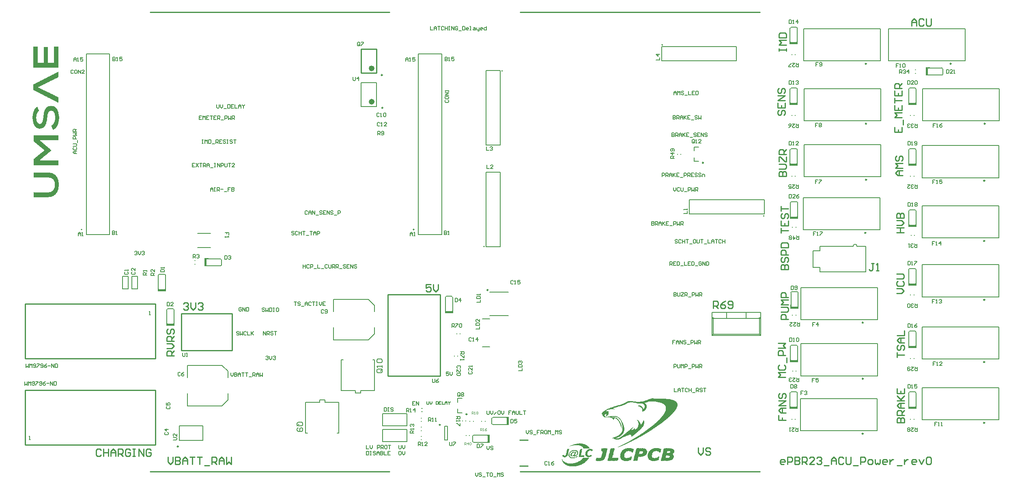
<source format=gto>
G04*
G04 #@! TF.GenerationSoftware,Altium Limited,Altium Designer,22.11.1 (43)*
G04*
G04 Layer_Color=65535*
%FSLAX23Y23*%
%MOIN*%
G70*
G04*
G04 #@! TF.SameCoordinates,E90E9C5F-6B8C-4545-B0B5-84A49AFD49AC*
G04*
G04*
G04 #@! TF.FilePolarity,Positive*
G04*
G01*
G75*
%ADD10C,0.008*%
%ADD11C,0.008*%
%ADD12C,0.010*%
%ADD13C,0.024*%
%ADD14C,0.010*%
%ADD15C,0.006*%
%ADD16C,0.005*%
%ADD17C,0.007*%
%ADD18C,0.004*%
%ADD19R,0.007X0.026*%
%ADD20R,0.067X0.018*%
%ADD21R,0.007X0.023*%
%ADD22R,0.026X0.007*%
%ADD23R,0.018X0.067*%
%ADD24R,0.023X0.007*%
G36*
X613Y4421D02*
X409D01*
Y4595D01*
X411D01*
Y4594D01*
X444D01*
Y4462D01*
X496D01*
Y4590D01*
X528D01*
Y4462D01*
X578D01*
Y4463D01*
X579D01*
Y4595D01*
X580D01*
Y4594D01*
X611D01*
Y4595D01*
X613D01*
Y4421D01*
D02*
G37*
G36*
Y4343D02*
X611D01*
Y4341D01*
X610D01*
Y4340D01*
X607D01*
Y4339D01*
X606D01*
Y4338D01*
X603D01*
Y4336D01*
X598D01*
Y4334D01*
X594D01*
Y4332D01*
X590D01*
Y4330D01*
X586D01*
Y4328D01*
X581D01*
Y4326D01*
X577D01*
Y4323D01*
X573D01*
Y4321D01*
X569D01*
Y4319D01*
X564D01*
Y4317D01*
X560D01*
Y4316D01*
X559D01*
Y4315D01*
X556D01*
Y4313D01*
X551D01*
Y4312D01*
X550D01*
Y4311D01*
X547D01*
Y4310D01*
X546D01*
Y4308D01*
X543D01*
Y4307D01*
X542D01*
Y4306D01*
X539D01*
Y4305D01*
X538D01*
Y4304D01*
X534D01*
Y4303D01*
X533D01*
Y4302D01*
X530D01*
Y4301D01*
X529D01*
Y4300D01*
X526D01*
Y4299D01*
X525D01*
Y4298D01*
X522D01*
Y4297D01*
X521D01*
Y4296D01*
X517D01*
Y4295D01*
X516D01*
Y4294D01*
X513D01*
Y4293D01*
X512D01*
Y4291D01*
X509D01*
Y4290D01*
X508D01*
Y4289D01*
X505D01*
Y4288D01*
X504D01*
Y4287D01*
X500D01*
Y4286D01*
X499D01*
Y4285D01*
X496D01*
Y4284D01*
X495D01*
Y4283D01*
X492D01*
Y4282D01*
X491D01*
Y4281D01*
X488D01*
Y4280D01*
X487D01*
Y4279D01*
X483D01*
Y4278D01*
X481D01*
Y4277D01*
X479D01*
Y4275D01*
X477D01*
Y4274D01*
X475D01*
Y4273D01*
X473D01*
Y4272D01*
X471D01*
Y4271D01*
X468D01*
Y4270D01*
X466D01*
Y4269D01*
X464D01*
Y4268D01*
X462D01*
Y4267D01*
X460D01*
Y4266D01*
X458D01*
Y4265D01*
X456D01*
Y4264D01*
X452D01*
Y4263D01*
X451D01*
Y4262D01*
X449D01*
Y4257D01*
X451D01*
Y4256D01*
X452D01*
Y4255D01*
X456D01*
Y4254D01*
X458D01*
Y4253D01*
X460D01*
Y4252D01*
X462D01*
Y4251D01*
X464D01*
Y4250D01*
X466D01*
Y4249D01*
X468D01*
Y4248D01*
X471D01*
Y4247D01*
X475D01*
Y4245D01*
X479D01*
Y4242D01*
X483D01*
Y4240D01*
X488D01*
Y4238D01*
X492D01*
Y4236D01*
X496D01*
Y4234D01*
X500D01*
Y4232D01*
X505D01*
Y4231D01*
X506D01*
Y4230D01*
X509D01*
Y4229D01*
X511D01*
Y4228D01*
X513D01*
Y4227D01*
X515D01*
Y4225D01*
X517D01*
Y4224D01*
X520D01*
Y4223D01*
X522D01*
Y4222D01*
X524D01*
Y4221D01*
X526D01*
Y4220D01*
X528D01*
Y4219D01*
X530D01*
Y4218D01*
X532D01*
Y4217D01*
X537D01*
Y4215D01*
X541D01*
Y4213D01*
X545D01*
Y4211D01*
X549D01*
Y4208D01*
X554D01*
Y4206D01*
X558D01*
Y4204D01*
X562D01*
Y4203D01*
X563D01*
Y4202D01*
X566D01*
Y4201D01*
X569D01*
Y4200D01*
X571D01*
Y4199D01*
X573D01*
Y4198D01*
X575D01*
Y4196D01*
X579D01*
Y4194D01*
X583D01*
Y4191D01*
X588D01*
Y4189D01*
X592D01*
Y4187D01*
X595D01*
Y4186D01*
X596D01*
Y4185D01*
X599D01*
Y4184D01*
X600D01*
Y4183D01*
X604D01*
Y4182D01*
X605D01*
Y4181D01*
X609D01*
Y4179D01*
X611D01*
Y4178D01*
X613D01*
Y4133D01*
X612D01*
Y4134D01*
X609D01*
Y4136D01*
X605D01*
Y4138D01*
X602D01*
Y4139D01*
X600D01*
Y4140D01*
X597D01*
Y4141D01*
X596D01*
Y4142D01*
X593D01*
Y4143D01*
X592D01*
Y4145D01*
X589D01*
Y4146D01*
X588D01*
Y4147D01*
X584D01*
Y4148D01*
X583D01*
Y4149D01*
X580D01*
Y4150D01*
X579D01*
Y4151D01*
X576D01*
Y4152D01*
X575D01*
Y4153D01*
X573D01*
Y4154D01*
X572D01*
Y4155D01*
X569D01*
Y4156D01*
X567D01*
Y4157D01*
X564D01*
Y4158D01*
X563D01*
Y4159D01*
X560D01*
Y4160D01*
X559D01*
Y4162D01*
X556D01*
Y4163D01*
X555D01*
Y4164D01*
X551D01*
Y4165D01*
X549D01*
Y4166D01*
X547D01*
Y4168D01*
X543D01*
Y4170D01*
X539D01*
Y4172D01*
X534D01*
Y4174D01*
X530D01*
Y4176D01*
X526D01*
Y4178D01*
X525D01*
Y4179D01*
X523D01*
Y4180D01*
X522D01*
Y4181D01*
X518D01*
Y4182D01*
X517D01*
Y4183D01*
X514D01*
Y4184D01*
X513D01*
Y4185D01*
X510D01*
Y4186D01*
X509D01*
Y4187D01*
X506D01*
Y4188D01*
X505D01*
Y4189D01*
X500D01*
Y4191D01*
X496D01*
Y4194D01*
X493D01*
Y4195D01*
X492D01*
Y4196D01*
X490D01*
Y4197D01*
X488D01*
Y4198D01*
X485D01*
Y4199D01*
X483D01*
Y4200D01*
X481D01*
Y4201D01*
X479D01*
Y4202D01*
X477D01*
Y4203D01*
X475D01*
Y4204D01*
X472D01*
Y4205D01*
X471D01*
Y4206D01*
X468D01*
Y4207D01*
X466D01*
Y4208D01*
X464D01*
Y4209D01*
X463D01*
Y4211D01*
X460D01*
Y4212D01*
X459D01*
Y4213D01*
X456D01*
Y4214D01*
X455D01*
Y4215D01*
X451D01*
Y4216D01*
X450D01*
Y4217D01*
X447D01*
Y4218D01*
X446D01*
Y4219D01*
X443D01*
Y4220D01*
X442D01*
Y4221D01*
X439D01*
Y4223D01*
X434D01*
Y4225D01*
X430D01*
Y4228D01*
X426D01*
Y4230D01*
X422D01*
Y4232D01*
X417D01*
Y4234D01*
X413D01*
Y4236D01*
X410D01*
Y4237D01*
X409D01*
Y4283D01*
X410D01*
Y4284D01*
X411D01*
Y4285D01*
X415D01*
Y4287D01*
X419D01*
Y4289D01*
X424D01*
Y4291D01*
X428D01*
Y4294D01*
X432D01*
Y4296D01*
X435D01*
Y4297D01*
X436D01*
Y4298D01*
X439D01*
Y4299D01*
X441D01*
Y4300D01*
X443D01*
Y4301D01*
X445D01*
Y4302D01*
X448D01*
Y4303D01*
X449D01*
Y4304D01*
X452D01*
Y4305D01*
X454D01*
Y4306D01*
X457D01*
Y4307D01*
X458D01*
Y4308D01*
X461D01*
Y4310D01*
X462D01*
Y4311D01*
X464D01*
Y4312D01*
X465D01*
Y4313D01*
X468D01*
Y4314D01*
X469D01*
Y4315D01*
X473D01*
Y4316D01*
X474D01*
Y4317D01*
X477D01*
Y4318D01*
X478D01*
Y4319D01*
X481D01*
Y4320D01*
X482D01*
Y4321D01*
X485D01*
Y4322D01*
X487D01*
Y4323D01*
X490D01*
Y4324D01*
X491D01*
Y4326D01*
X494D01*
Y4328D01*
X498D01*
Y4330D01*
X502D01*
Y4332D01*
X507D01*
Y4334D01*
X511D01*
Y4336D01*
X515D01*
Y4338D01*
X518D01*
Y4339D01*
X520D01*
Y4340D01*
X523D01*
Y4341D01*
X524D01*
Y4343D01*
X527D01*
Y4344D01*
X528D01*
Y4345D01*
X531D01*
Y4346D01*
X532D01*
Y4347D01*
X536D01*
Y4348D01*
X537D01*
Y4349D01*
X540D01*
Y4350D01*
X541D01*
Y4351D01*
X544D01*
Y4352D01*
X545D01*
Y4353D01*
X547D01*
Y4354D01*
X548D01*
Y4355D01*
X551D01*
Y4356D01*
X553D01*
Y4357D01*
X556D01*
Y4359D01*
X557D01*
Y4360D01*
X560D01*
Y4361D01*
X562D01*
Y4362D01*
X564D01*
Y4363D01*
X566D01*
Y4364D01*
X569D01*
Y4365D01*
X571D01*
Y4366D01*
X573D01*
Y4367D01*
X575D01*
Y4368D01*
X577D01*
Y4370D01*
X581D01*
Y4372D01*
X586D01*
Y4375D01*
X590D01*
Y4376D01*
X591D01*
Y4377D01*
X594D01*
Y4378D01*
X595D01*
Y4379D01*
X598D01*
Y4380D01*
X599D01*
Y4381D01*
X603D01*
Y4382D01*
X604D01*
Y4383D01*
X606D01*
Y4384D01*
X607D01*
Y4385D01*
X611D01*
Y4387D01*
X613D01*
Y4343D01*
D02*
G37*
G36*
X561Y4106D02*
X569D01*
Y4105D01*
X570D01*
Y4104D01*
X575D01*
Y4103D01*
X577D01*
Y4102D01*
X581D01*
Y4100D01*
X583D01*
Y4099D01*
X584D01*
Y4098D01*
X588D01*
Y4096D01*
X590D01*
Y4094D01*
X591D01*
Y4093D01*
X592D01*
Y4092D01*
X593D01*
Y4091D01*
X594D01*
Y4090D01*
X595D01*
Y4089D01*
X596D01*
Y4087D01*
X598D01*
Y4085D01*
X599D01*
Y4084D01*
X600D01*
Y4082D01*
X602D01*
Y4081D01*
X603D01*
Y4079D01*
X604D01*
Y4077D01*
X605D01*
Y4074D01*
X606D01*
Y4073D01*
X607D01*
Y4070D01*
X608D01*
Y4069D01*
X609D01*
Y4065D01*
X610D01*
Y4064D01*
X611D01*
Y4059D01*
X612D01*
Y4057D01*
X613D01*
Y4052D01*
X614D01*
Y4050D01*
X615D01*
Y4041D01*
X616D01*
Y4039D01*
X617D01*
Y4023D01*
X619D01*
Y4021D01*
X620D01*
Y3997D01*
X619D01*
Y3995D01*
X617D01*
Y3979D01*
X616D01*
Y3976D01*
X615D01*
Y3968D01*
X614D01*
Y3966D01*
X613D01*
Y3960D01*
X612D01*
Y3958D01*
X611D01*
Y3954D01*
X610D01*
Y3952D01*
X609D01*
Y3949D01*
X608D01*
Y3948D01*
X607D01*
Y3944D01*
X606D01*
Y3943D01*
X605D01*
Y3940D01*
X604D01*
Y3939D01*
X603D01*
Y3937D01*
X602D01*
Y3936D01*
X600D01*
Y3934D01*
X599D01*
Y3933D01*
X598D01*
Y3931D01*
X597D01*
Y3929D01*
X596D01*
Y3928D01*
X595D01*
Y3927D01*
X594D01*
Y3926D01*
X593D01*
Y3925D01*
X592D01*
Y3923D01*
X590D01*
Y3922D01*
X589D01*
Y3921D01*
X588D01*
Y3920D01*
X587D01*
Y3919D01*
X584D01*
Y3918D01*
X583D01*
Y3917D01*
X581D01*
Y3915D01*
X579D01*
Y3913D01*
X577D01*
Y3912D01*
X575D01*
Y3910D01*
X572D01*
Y3909D01*
X571D01*
Y3911D01*
X570D01*
Y3912D01*
X569D01*
Y3916D01*
X567D01*
Y3917D01*
X566D01*
Y3921D01*
X565D01*
Y3922D01*
X564D01*
Y3925D01*
X563D01*
Y3926D01*
X562D01*
Y3929D01*
X561D01*
Y3931D01*
X560D01*
Y3934D01*
X559D01*
Y3936D01*
X558D01*
Y3939D01*
X557D01*
Y3940D01*
X556D01*
Y3944D01*
X559D01*
Y3945D01*
X560D01*
Y3946D01*
X562D01*
Y3948D01*
X563D01*
Y3949D01*
X564D01*
Y3951D01*
X567D01*
Y3952D01*
X569D01*
Y3954D01*
X570D01*
Y3955D01*
X571D01*
Y3956D01*
X572D01*
Y3957D01*
X573D01*
Y3959D01*
X574D01*
Y3960D01*
X575D01*
Y3962D01*
X576D01*
Y3964D01*
X577D01*
Y3967D01*
X578D01*
Y3968D01*
X579D01*
Y3971D01*
X580D01*
Y3972D01*
X581D01*
Y3977D01*
X582D01*
Y3978D01*
X583D01*
Y3984D01*
X584D01*
Y3985D01*
X586D01*
Y3992D01*
X587D01*
Y4000D01*
X588D01*
Y4023D01*
X587D01*
Y4028D01*
X586D01*
Y4037D01*
X584D01*
Y4038D01*
X583D01*
Y4043D01*
X582D01*
Y4044D01*
X581D01*
Y4049D01*
X580D01*
Y4050D01*
X579D01*
Y4052D01*
X578D01*
Y4053D01*
X577D01*
Y4055D01*
X576D01*
Y4056D01*
X575D01*
Y4058D01*
X573D01*
Y4060D01*
X571D01*
Y4061D01*
X570D01*
Y4063D01*
X569D01*
Y4064D01*
X565D01*
Y4065D01*
X564D01*
Y4066D01*
X558D01*
Y4067D01*
X551D01*
Y4066D01*
X545D01*
Y4065D01*
X544D01*
Y4064D01*
X542D01*
Y4063D01*
X541D01*
Y4061D01*
X539D01*
Y4059D01*
X537D01*
Y4057D01*
X536D01*
Y4056D01*
X534D01*
Y4054D01*
X533D01*
Y4053D01*
X532D01*
Y4050D01*
X531D01*
Y4049D01*
X530D01*
Y4046D01*
X529D01*
Y4044D01*
X528D01*
Y4039D01*
X527D01*
Y4037D01*
X526D01*
Y4030D01*
X525D01*
Y4028D01*
X524D01*
Y4019D01*
X523D01*
Y4012D01*
X522D01*
Y3998D01*
X521D01*
Y3997D01*
X520D01*
Y3986D01*
X518D01*
Y3983D01*
X517D01*
Y3974D01*
X516D01*
Y3973D01*
X515D01*
Y3967D01*
X514D01*
Y3966D01*
X513D01*
Y3959D01*
X512D01*
Y3958D01*
X511D01*
Y3954D01*
X510D01*
Y3953D01*
X509D01*
Y3950D01*
X508D01*
Y3949D01*
X507D01*
Y3945D01*
X506D01*
Y3944D01*
X505D01*
Y3942D01*
X504D01*
Y3941D01*
X502D01*
Y3939D01*
X501D01*
Y3938D01*
X500D01*
Y3936D01*
X498D01*
Y3934D01*
X496D01*
Y3932D01*
X494D01*
Y3929D01*
X492D01*
Y3927D01*
X489D01*
Y3926D01*
X488D01*
Y3925D01*
X484D01*
Y3924D01*
X483D01*
Y3923D01*
X479D01*
Y3922D01*
X478D01*
Y3921D01*
X473D01*
Y3920D01*
X466D01*
Y3919D01*
X456D01*
Y3920D01*
X451D01*
Y3921D01*
X445D01*
Y3923D01*
X440D01*
Y3924D01*
X439D01*
Y3925D01*
X436D01*
Y3927D01*
X433D01*
Y3928D01*
X432D01*
Y3929D01*
X430D01*
Y3932D01*
X428D01*
Y3933D01*
X427D01*
Y3934D01*
X426D01*
Y3936D01*
X424D01*
Y3938D01*
X423D01*
Y3939D01*
X422D01*
Y3941D01*
X419D01*
Y3943D01*
X418D01*
Y3944D01*
X417D01*
Y3948D01*
X416D01*
Y3949D01*
X415D01*
Y3952D01*
X414D01*
Y3953D01*
X413D01*
Y3956D01*
X412D01*
Y3957D01*
X411D01*
Y3961D01*
X410D01*
Y3962D01*
X409D01*
Y3968D01*
X408D01*
Y3970D01*
X407D01*
Y3977D01*
X406D01*
Y3979D01*
X405D01*
Y3989D01*
X403D01*
Y3997D01*
X402D01*
Y4023D01*
X403D01*
Y4031D01*
X405D01*
Y4042D01*
X406D01*
Y4044D01*
X407D01*
Y4051D01*
X408D01*
Y4053D01*
X409D01*
Y4058D01*
X410D01*
Y4059D01*
X411D01*
Y4064D01*
X412D01*
Y4065D01*
X413D01*
Y4069D01*
X414D01*
Y4070D01*
X415D01*
Y4073D01*
X416D01*
Y4074D01*
X417D01*
Y4076D01*
X418D01*
Y4077D01*
X419D01*
Y4080D01*
X421D01*
Y4081D01*
X422D01*
Y4083D01*
X423D01*
Y4084D01*
X424D01*
Y4085D01*
X425D01*
Y4086D01*
X426D01*
Y4087D01*
X427D01*
Y4088D01*
X428D01*
Y4089D01*
X429D01*
Y4090D01*
X430D01*
Y4091D01*
X432D01*
Y4093D01*
X434D01*
Y4096D01*
X436D01*
Y4097D01*
X438D01*
Y4098D01*
X440D01*
Y4099D01*
X441D01*
Y4098D01*
X442D01*
Y4097D01*
X443D01*
Y4093D01*
X444D01*
Y4092D01*
X445D01*
Y4088D01*
X446D01*
Y4087D01*
X447D01*
Y4084D01*
X448D01*
Y4082D01*
X449D01*
Y4079D01*
X450D01*
Y4077D01*
X451D01*
Y4074D01*
X452D01*
Y4073D01*
X454D01*
Y4070D01*
X455D01*
Y4069D01*
X456D01*
Y4066D01*
X454D01*
Y4064D01*
X451D01*
Y4061D01*
X449D01*
Y4059D01*
X447D01*
Y4057D01*
X446D01*
Y4056D01*
X445D01*
Y4053D01*
X444D01*
Y4052D01*
X443D01*
Y4050D01*
X442D01*
Y4049D01*
X441D01*
Y4046D01*
X440D01*
Y4043D01*
X439D01*
Y4039D01*
X438D01*
Y4038D01*
X436D01*
Y4033D01*
X435D01*
Y4031D01*
X434D01*
Y4021D01*
X433D01*
Y4019D01*
X432D01*
Y4000D01*
X433D01*
Y3998D01*
X434D01*
Y3987D01*
X435D01*
Y3986D01*
X436D01*
Y3981D01*
X438D01*
Y3979D01*
X439D01*
Y3975D01*
X440D01*
Y3974D01*
X441D01*
Y3972D01*
X442D01*
Y3971D01*
X443D01*
Y3969D01*
X444D01*
Y3968D01*
X445D01*
Y3967D01*
X446D01*
Y3966D01*
X447D01*
Y3964D01*
X450D01*
Y3962D01*
X451D01*
Y3961D01*
X456D01*
Y3959D01*
X468D01*
Y3960D01*
X469D01*
Y3961D01*
X473D01*
Y3964D01*
X475D01*
Y3966D01*
X477D01*
Y3968D01*
X479D01*
Y3971D01*
X480D01*
Y3972D01*
X481D01*
Y3975D01*
X482D01*
Y3976D01*
X483D01*
Y3979D01*
X484D01*
Y3982D01*
X485D01*
Y3988D01*
X487D01*
Y3989D01*
X488D01*
Y3999D01*
X489D01*
Y4004D01*
X490D01*
Y4018D01*
X491D01*
Y4020D01*
X492D01*
Y4032D01*
X493D01*
Y4036D01*
X494D01*
Y4044D01*
X495D01*
Y4047D01*
X496D01*
Y4054D01*
X497D01*
Y4056D01*
X498D01*
Y4060D01*
X499D01*
Y4063D01*
X500D01*
Y4068D01*
X501D01*
Y4069D01*
X502D01*
Y4073D01*
X505D01*
Y4077D01*
X506D01*
Y4079D01*
X507D01*
Y4082D01*
X509D01*
Y4085D01*
X511D01*
Y4087D01*
X512D01*
Y4088D01*
X513D01*
Y4090D01*
X515D01*
Y4092D01*
X516D01*
Y4093D01*
X517D01*
Y4094D01*
X518D01*
Y4096D01*
X521D01*
Y4097D01*
X522D01*
Y4098D01*
X523D01*
Y4099D01*
X524D01*
Y4100D01*
X527D01*
Y4101D01*
X528D01*
Y4102D01*
X532D01*
Y4104D01*
X538D01*
Y4105D01*
X539D01*
Y4106D01*
X548D01*
Y4107D01*
X551D01*
Y4106D01*
X558D01*
Y4107D01*
X561D01*
Y4106D01*
D02*
G37*
G36*
X613Y3823D02*
X468D01*
Y3824D01*
X464D01*
Y3820D01*
X465D01*
Y3819D01*
X466D01*
Y3818D01*
X467D01*
Y3817D01*
X469D01*
Y3816D01*
X471D01*
Y3814D01*
X472D01*
Y3813D01*
X473D01*
Y3812D01*
X475D01*
Y3811D01*
X476D01*
Y3810D01*
X477D01*
Y3808D01*
X479D01*
Y3807D01*
X480D01*
Y3806D01*
X481D01*
Y3805D01*
X482D01*
Y3804D01*
X483D01*
Y3803D01*
X484D01*
Y3802D01*
X488D01*
Y3800D01*
X490D01*
Y3797D01*
X492D01*
Y3796D01*
X493D01*
Y3795D01*
X494D01*
Y3794D01*
X495D01*
Y3793D01*
X496D01*
Y3792D01*
X497D01*
Y3791D01*
X499D01*
Y3790D01*
X500D01*
Y3789D01*
X501D01*
Y3788D01*
X502D01*
Y3787D01*
X505D01*
Y3786D01*
X506D01*
Y3785D01*
X507D01*
Y3783D01*
X509D01*
Y3781D01*
X510D01*
Y3780D01*
X511D01*
Y3779D01*
X513D01*
Y3778D01*
X514D01*
Y3777D01*
X515D01*
Y3776D01*
X517D01*
Y3774D01*
X520D01*
Y3772D01*
X522D01*
Y3771D01*
X523D01*
Y3770D01*
X524D01*
Y3769D01*
X525D01*
Y3768D01*
X527D01*
Y3767D01*
X528D01*
Y3765D01*
X529D01*
Y3764D01*
X530D01*
Y3763D01*
X531D01*
Y3762D01*
X532D01*
Y3761D01*
X534D01*
Y3760D01*
X536D01*
Y3759D01*
X537D01*
Y3757D01*
X540D01*
Y3756D01*
X541D01*
Y3755D01*
X542D01*
Y3754D01*
X543D01*
Y3753D01*
X544D01*
Y3752D01*
X545D01*
Y3751D01*
X547D01*
Y3748D01*
X549D01*
Y3746D01*
X551D01*
Y3745D01*
X553D01*
Y3744D01*
X554D01*
Y3737D01*
X553D01*
Y3736D01*
X550D01*
Y3735D01*
X549D01*
Y3734D01*
X548D01*
Y3732D01*
X547D01*
Y3731D01*
X545D01*
Y3729D01*
X543D01*
Y3727D01*
X540D01*
Y3726D01*
X539D01*
Y3725D01*
X538D01*
Y3724D01*
X537D01*
Y3723D01*
X534D01*
Y3721D01*
X532D01*
Y3719D01*
X530D01*
Y3718D01*
X529D01*
Y3717D01*
X528D01*
Y3715D01*
X527D01*
Y3714D01*
X525D01*
Y3713D01*
X524D01*
Y3712D01*
X523D01*
Y3711D01*
X522D01*
Y3710D01*
X520D01*
Y3708D01*
X517D01*
Y3706D01*
X514D01*
Y3705D01*
X513D01*
Y3704D01*
X512D01*
Y3703D01*
X511D01*
Y3702D01*
X510D01*
Y3701D01*
X509D01*
Y3699D01*
X507D01*
Y3697D01*
X505D01*
Y3696D01*
X504D01*
Y3695D01*
X502D01*
Y3694D01*
X501D01*
Y3693D01*
X499D01*
Y3692D01*
X498D01*
Y3691D01*
X497D01*
Y3690D01*
X496D01*
Y3689D01*
X494D01*
Y3688D01*
X493D01*
Y3687D01*
X492D01*
Y3685D01*
X489D01*
Y3683D01*
X488D01*
Y3682D01*
X487D01*
Y3681D01*
X485D01*
Y3680D01*
X484D01*
Y3679D01*
X483D01*
Y3678D01*
X481D01*
Y3676D01*
X479D01*
Y3675D01*
X478D01*
Y3674D01*
X477D01*
Y3673D01*
X476D01*
Y3672D01*
X474D01*
Y3671D01*
X473D01*
Y3670D01*
X472D01*
Y3669D01*
X471D01*
Y3668D01*
X468D01*
Y3666D01*
X467D01*
Y3665D01*
X465D01*
Y3663D01*
X464D01*
Y3659D01*
X613D01*
Y3619D01*
X410D01*
Y3621D01*
X411D01*
Y3665D01*
X410D01*
Y3666D01*
X411D01*
Y3669D01*
X412D01*
Y3670D01*
X414D01*
Y3671D01*
X415D01*
Y3672D01*
X417D01*
Y3674D01*
X418D01*
Y3675D01*
X419D01*
Y3676D01*
X422D01*
Y3677D01*
X423D01*
Y3678D01*
X425D01*
Y3679D01*
X426D01*
Y3680D01*
X427D01*
Y3681D01*
X428D01*
Y3682D01*
X429D01*
Y3683D01*
X430D01*
Y3685D01*
X432D01*
Y3687D01*
X434D01*
Y3688D01*
X435D01*
Y3689D01*
X438D01*
Y3690D01*
X439D01*
Y3691D01*
X440D01*
Y3692D01*
X441D01*
Y3693D01*
X443D01*
Y3695D01*
X445D01*
Y3696D01*
X446D01*
Y3697D01*
X447D01*
Y3698D01*
X448D01*
Y3699D01*
X449D01*
Y3701D01*
X451D01*
Y3702D01*
X452D01*
Y3703D01*
X454D01*
Y3704D01*
X455D01*
Y3705D01*
X456D01*
Y3706D01*
X458D01*
Y3708D01*
X460D01*
Y3709D01*
X461D01*
Y3710D01*
X463D01*
Y3711D01*
X464D01*
Y3712D01*
X465D01*
Y3713D01*
X466D01*
Y3714D01*
X468D01*
Y3717D01*
X471D01*
Y3718D01*
X472D01*
Y3719D01*
X473D01*
Y3720D01*
X474D01*
Y3721D01*
X476D01*
Y3722D01*
X477D01*
Y3723D01*
X478D01*
Y3724D01*
X479D01*
Y3725D01*
X481D01*
Y3727D01*
X483D01*
Y3729D01*
X487D01*
Y3730D01*
X488D01*
Y3731D01*
X489D01*
Y3732D01*
X490D01*
Y3734D01*
X492D01*
Y3736D01*
X494D01*
Y3738D01*
X497D01*
Y3739D01*
X498D01*
Y3744D01*
X496D01*
Y3746D01*
X494D01*
Y3747D01*
X493D01*
Y3748D01*
X492D01*
Y3750D01*
X490D01*
Y3752D01*
X488D01*
Y3753D01*
X485D01*
Y3755D01*
X483D01*
Y3756D01*
X482D01*
Y3757D01*
X481D01*
Y3758D01*
X480D01*
Y3759D01*
X478D01*
Y3760D01*
X477D01*
Y3761D01*
X476D01*
Y3762D01*
X475D01*
Y3763D01*
X474D01*
Y3764D01*
X473D01*
Y3765D01*
X471D01*
Y3768D01*
X468D01*
Y3769D01*
X466D01*
Y3770D01*
X465D01*
Y3771D01*
X464D01*
Y3772D01*
X462D01*
Y3774D01*
X460D01*
Y3776D01*
X458D01*
Y3777D01*
X457D01*
Y3778D01*
X456D01*
Y3779D01*
X455D01*
Y3780D01*
X451D01*
Y3783D01*
X449D01*
Y3785D01*
X447D01*
Y3786D01*
X446D01*
Y3787D01*
X445D01*
Y3789D01*
X442D01*
Y3790D01*
X441D01*
Y3791D01*
X440D01*
Y3792D01*
X439D01*
Y3793D01*
X436D01*
Y3795D01*
X434D01*
Y3797D01*
X432D01*
Y3798D01*
X431D01*
Y3800D01*
X430D01*
Y3801D01*
X429D01*
Y3802D01*
X426D01*
Y3804D01*
X424D01*
Y3806D01*
X422D01*
Y3807D01*
X421D01*
Y3808D01*
X419D01*
Y3810D01*
X416D01*
Y3811D01*
X415D01*
Y3812D01*
X414D01*
Y3813D01*
X413D01*
Y3814D01*
X411D01*
Y3817D01*
X410D01*
Y3819D01*
X411D01*
Y3863D01*
X410D01*
Y3865D01*
X411D01*
Y3866D01*
X412D01*
Y3865D01*
X612D01*
Y3866D01*
X613D01*
Y3823D01*
D02*
G37*
G36*
X541Y3558D02*
X542D01*
Y3557D01*
X549D01*
Y3556D01*
X554D01*
Y3555D01*
X559D01*
Y3554D01*
X560D01*
Y3553D01*
X565D01*
Y3551D01*
X566D01*
Y3550D01*
X571D01*
Y3548D01*
X574D01*
Y3547D01*
X575D01*
Y3546D01*
X577D01*
Y3545D01*
X578D01*
Y3544D01*
X581D01*
Y3542D01*
X583D01*
Y3541D01*
X584D01*
Y3540D01*
X587D01*
Y3539D01*
X588D01*
Y3538D01*
X590D01*
Y3536D01*
X592D01*
Y3533D01*
X594D01*
Y3530D01*
X595D01*
Y3529D01*
X596D01*
Y3528D01*
X597D01*
Y3527D01*
X598D01*
Y3526D01*
X599D01*
Y3525D01*
X600D01*
Y3523D01*
X602D01*
Y3522D01*
X603D01*
Y3520D01*
X604D01*
Y3518D01*
X605D01*
Y3515D01*
X606D01*
Y3514D01*
X607D01*
Y3511D01*
X608D01*
Y3510D01*
X609D01*
Y3506D01*
X610D01*
Y3505D01*
X611D01*
Y3499D01*
X612D01*
Y3498D01*
X613D01*
Y3492D01*
X614D01*
Y3490D01*
X615D01*
Y3481D01*
X616D01*
Y3478D01*
X617D01*
Y3440D01*
X616D01*
Y3435D01*
X615D01*
Y3427D01*
X614D01*
Y3425D01*
X613D01*
Y3418D01*
X612D01*
Y3417D01*
X611D01*
Y3412D01*
X610D01*
Y3411D01*
X609D01*
Y3407D01*
X608D01*
Y3406D01*
X607D01*
Y3402D01*
X606D01*
Y3401D01*
X605D01*
Y3398D01*
X604D01*
Y3397D01*
X603D01*
Y3395D01*
X602D01*
Y3394D01*
X600D01*
Y3392D01*
X599D01*
Y3391D01*
X598D01*
Y3389D01*
X597D01*
Y3388D01*
X596D01*
Y3385D01*
X594D01*
Y3383D01*
X593D01*
Y3382D01*
X592D01*
Y3381D01*
X591D01*
Y3380D01*
X590D01*
Y3379D01*
X589D01*
Y3378D01*
X588D01*
Y3377D01*
X587D01*
Y3376D01*
X586D01*
Y3375D01*
X584D01*
Y3374D01*
X582D01*
Y3373D01*
X581D01*
Y3372D01*
X580D01*
Y3370D01*
X579D01*
Y3369D01*
X576D01*
Y3368D01*
X575D01*
Y3367D01*
X573D01*
Y3366D01*
X572D01*
Y3365D01*
X569D01*
Y3363D01*
X564D01*
Y3362D01*
X563D01*
Y3361D01*
X558D01*
Y3360D01*
X557D01*
Y3359D01*
X551D01*
Y3358D01*
X548D01*
Y3357D01*
X536D01*
Y3356D01*
X534D01*
Y3354D01*
X410D01*
Y3357D01*
X411D01*
Y3395D01*
X410D01*
Y3396D01*
X411D01*
Y3397D01*
X413D01*
Y3396D01*
X539D01*
Y3397D01*
X546D01*
Y3398D01*
X547D01*
Y3399D01*
X553D01*
Y3400D01*
X554D01*
Y3401D01*
X558D01*
Y3403D01*
X560D01*
Y3405D01*
X562D01*
Y3406D01*
X564D01*
Y3408D01*
X566D01*
Y3409D01*
X567D01*
Y3410D01*
X569D01*
Y3411D01*
X570D01*
Y3412D01*
X571D01*
Y3413D01*
X572D01*
Y3414D01*
X573D01*
Y3416D01*
X574D01*
Y3417D01*
X575D01*
Y3419D01*
X576D01*
Y3421D01*
X577D01*
Y3423D01*
X578D01*
Y3424D01*
X579D01*
Y3427D01*
X580D01*
Y3429D01*
X581D01*
Y3432D01*
X582D01*
Y3434D01*
X583D01*
Y3442D01*
X584D01*
Y3443D01*
X586D01*
Y3474D01*
X584D01*
Y3476D01*
X583D01*
Y3482D01*
X582D01*
Y3483D01*
X581D01*
Y3488D01*
X580D01*
Y3489D01*
X579D01*
Y3492D01*
X578D01*
Y3493D01*
X577D01*
Y3495D01*
X576D01*
Y3496D01*
X575D01*
Y3498D01*
X574D01*
Y3499D01*
X573D01*
Y3500D01*
X572D01*
Y3501D01*
X571D01*
Y3504D01*
X569D01*
Y3505D01*
X567D01*
Y3506D01*
X566D01*
Y3507D01*
X565D01*
Y3508D01*
X562D01*
Y3510D01*
X560D01*
Y3511D01*
X559D01*
Y3512D01*
X555D01*
Y3513D01*
X554D01*
Y3514D01*
X549D01*
Y3515D01*
X547D01*
Y3516D01*
X539D01*
Y3518D01*
X410D01*
Y3521D01*
X411D01*
Y3557D01*
X410D01*
Y3559D01*
X541D01*
Y3558D01*
D02*
G37*
G36*
X5505Y1700D02*
Y1699D01*
X5510D01*
Y1699D01*
Y1698D01*
X5519D01*
Y1698D01*
Y1697D01*
X5552D01*
Y1698D01*
Y1698D01*
X5599D01*
Y1698D01*
Y1697D01*
X5607D01*
Y1697D01*
Y1696D01*
X5623D01*
Y1695D01*
Y1695D01*
X5631D01*
Y1694D01*
Y1694D01*
X5636D01*
Y1693D01*
Y1693D01*
X5642D01*
Y1692D01*
Y1692D01*
X5647D01*
Y1691D01*
Y1690D01*
X5652D01*
Y1690D01*
Y1689D01*
X5656D01*
Y1689D01*
Y1688D01*
X5660D01*
Y1688D01*
Y1687D01*
X5664D01*
Y1687D01*
Y1686D01*
X5666D01*
Y1685D01*
Y1685D01*
X5670D01*
Y1684D01*
Y1684D01*
X5672D01*
Y1683D01*
Y1683D01*
X5674D01*
Y1682D01*
Y1682D01*
X5676D01*
Y1681D01*
Y1680D01*
X5678D01*
Y1680D01*
Y1679D01*
X5680D01*
Y1679D01*
Y1678D01*
X5682D01*
Y1678D01*
Y1677D01*
X5683D01*
Y1677D01*
Y1676D01*
X5685D01*
Y1675D01*
Y1675D01*
X5686D01*
Y1674D01*
Y1674D01*
X5688D01*
Y1673D01*
Y1673D01*
X5690D01*
Y1672D01*
Y1672D01*
X5691D01*
Y1671D01*
Y1670D01*
X5692D01*
Y1670D01*
Y1669D01*
X5693D01*
Y1669D01*
Y1668D01*
X5694D01*
Y1668D01*
Y1667D01*
Y1667D01*
Y1666D01*
X5695D01*
Y1665D01*
Y1665D01*
X5696D01*
Y1664D01*
Y1664D01*
Y1663D01*
Y1663D01*
X5697D01*
Y1662D01*
Y1662D01*
Y1661D01*
Y1660D01*
X5698D01*
Y1660D01*
Y1659D01*
Y1659D01*
Y1658D01*
X5700D01*
Y1658D01*
Y1657D01*
Y1657D01*
Y1656D01*
Y1655D01*
Y1655D01*
Y1654D01*
Y1654D01*
X5701D01*
Y1653D01*
Y1653D01*
Y1652D01*
Y1652D01*
Y1651D01*
Y1650D01*
Y1650D01*
Y1649D01*
Y1649D01*
Y1648D01*
Y1648D01*
Y1647D01*
Y1647D01*
Y1646D01*
Y1645D01*
Y1645D01*
Y1644D01*
Y1644D01*
Y1643D01*
Y1643D01*
Y1642D01*
Y1642D01*
Y1641D01*
Y1641D01*
Y1640D01*
Y1639D01*
X5700D01*
Y1639D01*
Y1638D01*
Y1638D01*
Y1637D01*
Y1637D01*
Y1636D01*
Y1636D01*
Y1635D01*
Y1634D01*
Y1634D01*
X5698D01*
Y1633D01*
Y1633D01*
Y1632D01*
Y1632D01*
X5697D01*
Y1631D01*
Y1631D01*
Y1630D01*
Y1629D01*
Y1629D01*
Y1628D01*
X5696D01*
Y1628D01*
Y1627D01*
Y1627D01*
Y1626D01*
Y1626D01*
Y1625D01*
X5695D01*
Y1624D01*
Y1624D01*
Y1623D01*
Y1623D01*
X5694D01*
Y1622D01*
Y1622D01*
Y1621D01*
Y1621D01*
X5693D01*
Y1620D01*
Y1619D01*
Y1619D01*
Y1618D01*
X5692D01*
Y1618D01*
Y1617D01*
Y1617D01*
Y1616D01*
X5691D01*
Y1616D01*
Y1615D01*
Y1614D01*
Y1614D01*
X5690D01*
Y1613D01*
Y1613D01*
Y1612D01*
Y1612D01*
X5688D01*
Y1611D01*
Y1611D01*
Y1610D01*
Y1609D01*
X5687D01*
Y1609D01*
Y1608D01*
X5686D01*
Y1608D01*
Y1607D01*
Y1607D01*
Y1606D01*
X5685D01*
Y1606D01*
Y1605D01*
X5684D01*
Y1604D01*
Y1604D01*
Y1603D01*
Y1603D01*
X5683D01*
Y1602D01*
Y1602D01*
X5682D01*
Y1601D01*
Y1601D01*
X5681D01*
Y1600D01*
Y1599D01*
Y1599D01*
Y1598D01*
X5680D01*
Y1598D01*
Y1597D01*
X5678D01*
Y1597D01*
Y1596D01*
Y1596D01*
Y1595D01*
X5677D01*
Y1594D01*
Y1594D01*
X5676D01*
Y1593D01*
Y1593D01*
X5675D01*
Y1592D01*
Y1592D01*
X5674D01*
Y1591D01*
Y1591D01*
Y1590D01*
Y1589D01*
X5673D01*
Y1589D01*
Y1588D01*
X5672D01*
Y1588D01*
Y1587D01*
X5671D01*
Y1587D01*
Y1586D01*
X5670D01*
Y1586D01*
Y1585D01*
X5668D01*
Y1584D01*
Y1584D01*
X5667D01*
Y1583D01*
Y1583D01*
X5666D01*
Y1582D01*
Y1582D01*
Y1581D01*
Y1581D01*
X5665D01*
Y1580D01*
Y1579D01*
X5664D01*
Y1579D01*
Y1578D01*
X5663D01*
Y1578D01*
Y1577D01*
X5662D01*
Y1577D01*
Y1576D01*
X5661D01*
Y1576D01*
Y1575D01*
X5660D01*
Y1574D01*
Y1574D01*
X5658D01*
Y1573D01*
Y1573D01*
X5657D01*
Y1572D01*
Y1572D01*
X5656D01*
Y1571D01*
Y1571D01*
X5655D01*
Y1570D01*
Y1569D01*
X5654D01*
Y1569D01*
Y1568D01*
X5653D01*
Y1568D01*
Y1567D01*
X5652D01*
Y1567D01*
Y1566D01*
X5651D01*
Y1566D01*
Y1565D01*
Y1565D01*
Y1564D01*
X5650D01*
Y1563D01*
Y1563D01*
X5648D01*
Y1562D01*
Y1562D01*
X5647D01*
Y1561D01*
Y1561D01*
X5645D01*
Y1560D01*
Y1560D01*
X5644D01*
Y1559D01*
Y1558D01*
X5643D01*
Y1558D01*
Y1557D01*
X5642D01*
Y1557D01*
Y1556D01*
X5641D01*
Y1556D01*
Y1555D01*
X5640D01*
Y1555D01*
Y1554D01*
X5639D01*
Y1553D01*
Y1553D01*
X5637D01*
Y1552D01*
Y1552D01*
X5636D01*
Y1551D01*
Y1551D01*
X5635D01*
Y1550D01*
Y1550D01*
X5634D01*
Y1549D01*
Y1548D01*
X5633D01*
Y1548D01*
Y1547D01*
X5632D01*
Y1547D01*
Y1546D01*
X5631D01*
Y1546D01*
Y1545D01*
X5630D01*
Y1545D01*
Y1544D01*
X5629D01*
Y1543D01*
Y1543D01*
X5626D01*
Y1542D01*
Y1542D01*
X5625D01*
Y1541D01*
Y1541D01*
X5624D01*
Y1540D01*
Y1540D01*
X5623D01*
Y1539D01*
Y1538D01*
X5622D01*
Y1538D01*
Y1537D01*
X5621D01*
Y1537D01*
Y1536D01*
X5620D01*
Y1536D01*
Y1535D01*
X5619D01*
Y1535D01*
Y1534D01*
X5616D01*
Y1533D01*
Y1533D01*
X5615D01*
Y1532D01*
Y1532D01*
X5614D01*
Y1531D01*
Y1531D01*
X5613D01*
Y1530D01*
Y1530D01*
X5612D01*
Y1529D01*
Y1528D01*
X5610D01*
Y1528D01*
Y1527D01*
X5609D01*
Y1527D01*
Y1526D01*
X5607D01*
Y1526D01*
Y1525D01*
X5605D01*
Y1525D01*
Y1524D01*
X5604D01*
Y1523D01*
Y1523D01*
X5603D01*
Y1522D01*
Y1522D01*
X5602D01*
Y1521D01*
Y1521D01*
X5601D01*
Y1520D01*
Y1520D01*
X5599D01*
Y1519D01*
Y1518D01*
X5597D01*
Y1518D01*
Y1517D01*
X5596D01*
Y1517D01*
Y1516D01*
X5595D01*
Y1516D01*
Y1515D01*
X5593D01*
Y1515D01*
Y1514D01*
X5592D01*
Y1513D01*
Y1513D01*
X5591D01*
Y1512D01*
Y1512D01*
X5590D01*
Y1511D01*
Y1511D01*
X5587D01*
Y1510D01*
Y1510D01*
X5586D01*
Y1509D01*
Y1508D01*
X5584D01*
Y1508D01*
Y1507D01*
X5583D01*
Y1507D01*
Y1506D01*
X5582D01*
Y1506D01*
Y1505D01*
X5581D01*
Y1505D01*
Y1504D01*
X5579D01*
Y1503D01*
Y1503D01*
X5577D01*
Y1502D01*
Y1502D01*
X5576D01*
Y1501D01*
Y1501D01*
X5575D01*
Y1500D01*
Y1500D01*
X5573D01*
Y1499D01*
Y1498D01*
X5571D01*
Y1498D01*
Y1497D01*
X5570D01*
Y1497D01*
Y1496D01*
X5569D01*
Y1496D01*
Y1495D01*
X5568D01*
Y1495D01*
Y1494D01*
X5565D01*
Y1493D01*
Y1493D01*
X5564D01*
Y1492D01*
Y1492D01*
X5563D01*
Y1491D01*
Y1491D01*
X5561D01*
Y1490D01*
Y1490D01*
X5560D01*
Y1489D01*
Y1489D01*
X5559D01*
Y1488D01*
Y1487D01*
X5556D01*
Y1487D01*
Y1486D01*
X5555D01*
Y1486D01*
Y1485D01*
X5553D01*
Y1485D01*
Y1484D01*
X5552D01*
Y1484D01*
Y1483D01*
X5551D01*
Y1482D01*
Y1482D01*
X5549D01*
Y1481D01*
Y1481D01*
X5548D01*
Y1480D01*
Y1480D01*
X5545D01*
Y1479D01*
Y1479D01*
X5544D01*
Y1478D01*
Y1477D01*
X5542D01*
Y1477D01*
Y1476D01*
X5541D01*
Y1476D01*
Y1475D01*
X5540D01*
Y1475D01*
Y1474D01*
X5538D01*
Y1474D01*
Y1473D01*
X5536D01*
Y1472D01*
Y1472D01*
X5534D01*
Y1471D01*
Y1471D01*
X5533D01*
Y1470D01*
Y1470D01*
X5532D01*
Y1469D01*
Y1469D01*
X5530D01*
Y1468D01*
Y1467D01*
X5529D01*
Y1467D01*
Y1466D01*
X5526D01*
Y1466D01*
Y1465D01*
X5525D01*
Y1465D01*
Y1464D01*
X5523D01*
Y1464D01*
Y1463D01*
X5522D01*
Y1462D01*
Y1462D01*
X5520D01*
Y1461D01*
Y1461D01*
X5519D01*
Y1460D01*
Y1460D01*
X5516D01*
Y1459D01*
Y1459D01*
X5515D01*
Y1458D01*
Y1457D01*
X5513D01*
Y1457D01*
Y1456D01*
X5512D01*
Y1456D01*
Y1455D01*
X5510D01*
Y1455D01*
Y1454D01*
X5509D01*
Y1454D01*
Y1453D01*
X5506D01*
Y1452D01*
Y1452D01*
X5505D01*
Y1451D01*
Y1451D01*
X5503D01*
Y1450D01*
Y1450D01*
X5502D01*
Y1449D01*
Y1449D01*
X5500D01*
Y1448D01*
Y1447D01*
X5499D01*
Y1447D01*
Y1446D01*
X5496D01*
Y1446D01*
Y1445D01*
X5495D01*
Y1445D01*
Y1444D01*
X5493D01*
Y1444D01*
Y1443D01*
X5492D01*
Y1442D01*
Y1442D01*
X5490D01*
Y1441D01*
Y1441D01*
X5488D01*
Y1440D01*
Y1440D01*
X5487D01*
Y1439D01*
Y1439D01*
X5485D01*
Y1438D01*
Y1437D01*
X5483D01*
Y1437D01*
Y1436D01*
X5481D01*
Y1436D01*
Y1435D01*
X5480D01*
Y1435D01*
Y1434D01*
X5478D01*
Y1434D01*
Y1433D01*
X5475D01*
Y1432D01*
Y1432D01*
X5474D01*
Y1431D01*
Y1431D01*
X5472D01*
Y1430D01*
Y1430D01*
X5471D01*
Y1429D01*
Y1429D01*
X5469D01*
Y1428D01*
Y1427D01*
X5468D01*
Y1427D01*
Y1426D01*
X5465D01*
Y1426D01*
Y1425D01*
X5463D01*
Y1425D01*
Y1424D01*
X5462D01*
Y1424D01*
Y1423D01*
X5460D01*
Y1422D01*
Y1422D01*
X5458D01*
Y1421D01*
Y1421D01*
X5457D01*
Y1420D01*
Y1420D01*
X5454D01*
Y1419D01*
Y1419D01*
X5453D01*
Y1418D01*
Y1417D01*
X5451D01*
Y1417D01*
Y1416D01*
X5449D01*
Y1416D01*
Y1415D01*
X5448D01*
Y1415D01*
Y1414D01*
X5445D01*
Y1414D01*
Y1413D01*
X5443D01*
Y1413D01*
Y1412D01*
X5441D01*
Y1411D01*
Y1411D01*
X5440D01*
Y1410D01*
Y1410D01*
X5438D01*
Y1409D01*
Y1409D01*
X5437D01*
Y1408D01*
Y1408D01*
X5434D01*
Y1407D01*
Y1406D01*
X5432D01*
Y1406D01*
Y1405D01*
X5430D01*
Y1405D01*
Y1404D01*
X5429D01*
Y1404D01*
Y1403D01*
X5427D01*
Y1403D01*
Y1402D01*
X5424D01*
Y1401D01*
Y1401D01*
X5423D01*
Y1400D01*
Y1400D01*
X5421D01*
Y1399D01*
Y1399D01*
X5419D01*
Y1398D01*
Y1398D01*
X5417D01*
Y1397D01*
Y1396D01*
X5416D01*
Y1396D01*
Y1395D01*
X5413D01*
Y1395D01*
Y1394D01*
X5411D01*
Y1394D01*
Y1393D01*
X5410D01*
Y1393D01*
Y1392D01*
X5408D01*
Y1391D01*
Y1391D01*
X5404D01*
Y1390D01*
Y1390D01*
X5403D01*
Y1389D01*
Y1389D01*
X5401D01*
Y1388D01*
Y1388D01*
X5400D01*
Y1387D01*
Y1386D01*
X5398D01*
Y1386D01*
Y1385D01*
X5396D01*
Y1385D01*
Y1384D01*
X5393D01*
Y1384D01*
Y1383D01*
X5391D01*
Y1383D01*
Y1382D01*
X5390D01*
Y1381D01*
Y1381D01*
X5388D01*
Y1380D01*
Y1380D01*
X5386D01*
Y1379D01*
Y1379D01*
X5383D01*
Y1378D01*
Y1378D01*
X5381D01*
Y1377D01*
Y1376D01*
X5379D01*
Y1376D01*
Y1375D01*
X5377D01*
Y1375D01*
Y1374D01*
X5376D01*
Y1374D01*
Y1373D01*
X5373D01*
Y1373D01*
Y1372D01*
X5371D01*
Y1371D01*
Y1371D01*
X5369D01*
Y1370D01*
Y1370D01*
X5368D01*
Y1369D01*
Y1369D01*
X5366D01*
Y1368D01*
Y1368D01*
X5363D01*
Y1367D01*
Y1366D01*
X5361D01*
Y1366D01*
Y1365D01*
X5359D01*
Y1365D01*
Y1364D01*
X5357D01*
Y1364D01*
Y1363D01*
X5354D01*
Y1363D01*
Y1362D01*
X5352D01*
Y1361D01*
Y1361D01*
X5351D01*
Y1360D01*
Y1360D01*
X5349D01*
Y1359D01*
Y1359D01*
X5347D01*
Y1358D01*
Y1358D01*
X5344D01*
Y1357D01*
Y1356D01*
X5342D01*
Y1356D01*
Y1355D01*
X5340D01*
Y1355D01*
Y1354D01*
X5338D01*
Y1354D01*
Y1353D01*
X5336D01*
Y1353D01*
Y1352D01*
X5333D01*
Y1351D01*
Y1351D01*
X5331D01*
Y1350D01*
Y1350D01*
X5329D01*
Y1349D01*
Y1349D01*
X5327D01*
Y1348D01*
Y1348D01*
X5325D01*
Y1347D01*
Y1346D01*
X5322D01*
Y1346D01*
Y1345D01*
X5320D01*
Y1345D01*
Y1344D01*
X5318D01*
Y1344D01*
Y1343D01*
X5316D01*
Y1343D01*
Y1342D01*
X5313D01*
Y1341D01*
Y1341D01*
X5311D01*
Y1340D01*
Y1340D01*
X5309D01*
Y1339D01*
Y1339D01*
X5307D01*
Y1338D01*
Y1338D01*
X5305D01*
Y1337D01*
Y1337D01*
X5302D01*
Y1336D01*
Y1335D01*
X5300D01*
Y1335D01*
Y1334D01*
X5298D01*
Y1334D01*
Y1333D01*
X5296D01*
Y1333D01*
Y1332D01*
X5293D01*
Y1332D01*
Y1331D01*
X5291D01*
Y1330D01*
Y1330D01*
X5289D01*
Y1329D01*
Y1329D01*
X5287D01*
Y1328D01*
Y1328D01*
X5285D01*
Y1327D01*
Y1327D01*
X5282D01*
Y1326D01*
Y1325D01*
X5279D01*
Y1325D01*
Y1324D01*
X5277D01*
Y1324D01*
Y1323D01*
X5275D01*
Y1323D01*
Y1322D01*
X5272D01*
Y1322D01*
Y1321D01*
X5270D01*
Y1320D01*
Y1320D01*
X5267D01*
Y1319D01*
Y1319D01*
X5265D01*
Y1318D01*
Y1318D01*
X5261D01*
Y1317D01*
Y1317D01*
X5259D01*
Y1316D01*
Y1315D01*
X5257D01*
Y1315D01*
Y1314D01*
X5255D01*
Y1314D01*
Y1313D01*
X5251D01*
Y1313D01*
Y1312D01*
X5249D01*
Y1312D01*
Y1311D01*
X5247D01*
Y1310D01*
Y1310D01*
X5244D01*
Y1309D01*
Y1309D01*
X5240D01*
Y1308D01*
Y1308D01*
X5238D01*
Y1307D01*
Y1307D01*
X5236D01*
Y1306D01*
Y1305D01*
X5232D01*
Y1305D01*
Y1304D01*
X5229D01*
Y1304D01*
Y1303D01*
X5227D01*
Y1303D01*
Y1302D01*
X5225D01*
Y1302D01*
Y1301D01*
X5220D01*
Y1300D01*
Y1300D01*
X5217D01*
Y1299D01*
Y1299D01*
X5215D01*
Y1298D01*
Y1298D01*
X5211D01*
Y1297D01*
Y1297D01*
X5208D01*
Y1297D01*
Y1298D01*
X5210D01*
Y1298D01*
Y1299D01*
X5212D01*
Y1299D01*
Y1300D01*
X5215D01*
Y1300D01*
Y1301D01*
X5217D01*
Y1302D01*
Y1302D01*
X5219D01*
Y1303D01*
Y1303D01*
X5221D01*
Y1304D01*
Y1304D01*
X5224D01*
Y1305D01*
Y1305D01*
X5226D01*
Y1306D01*
Y1307D01*
X5228D01*
Y1307D01*
Y1308D01*
X5230D01*
Y1308D01*
Y1309D01*
X5232D01*
Y1309D01*
Y1310D01*
X5235D01*
Y1310D01*
Y1311D01*
X5237D01*
Y1312D01*
Y1312D01*
X5239D01*
Y1313D01*
Y1313D01*
X5241D01*
Y1314D01*
Y1314D01*
X5244D01*
Y1315D01*
Y1315D01*
X5246D01*
Y1316D01*
Y1317D01*
X5248D01*
Y1317D01*
Y1318D01*
X5250D01*
Y1318D01*
Y1319D01*
X5252D01*
Y1319D01*
Y1320D01*
X5255D01*
Y1320D01*
Y1321D01*
X5257D01*
Y1322D01*
Y1322D01*
X5259D01*
Y1323D01*
Y1323D01*
X5261D01*
Y1324D01*
Y1324D01*
X5263D01*
Y1325D01*
Y1325D01*
X5266D01*
Y1326D01*
Y1327D01*
X5268D01*
Y1327D01*
Y1328D01*
X5270D01*
Y1328D01*
Y1329D01*
X5272D01*
Y1329D01*
Y1330D01*
X5275D01*
Y1330D01*
Y1331D01*
X5276D01*
Y1332D01*
Y1332D01*
X5278D01*
Y1333D01*
Y1333D01*
X5280D01*
Y1334D01*
Y1334D01*
X5282D01*
Y1335D01*
Y1335D01*
X5285D01*
Y1336D01*
Y1337D01*
X5287D01*
Y1337D01*
Y1338D01*
X5289D01*
Y1338D01*
Y1339D01*
X5291D01*
Y1339D01*
Y1340D01*
X5292D01*
Y1340D01*
Y1341D01*
X5295D01*
Y1341D01*
Y1342D01*
X5297D01*
Y1343D01*
Y1343D01*
X5298D01*
Y1344D01*
Y1344D01*
X5300D01*
Y1345D01*
Y1345D01*
X5302D01*
Y1346D01*
Y1346D01*
X5305D01*
Y1347D01*
Y1348D01*
X5307D01*
Y1348D01*
Y1349D01*
X5308D01*
Y1349D01*
Y1350D01*
X5310D01*
Y1350D01*
Y1351D01*
X5312D01*
Y1351D01*
Y1352D01*
X5315D01*
Y1353D01*
Y1353D01*
X5317D01*
Y1354D01*
Y1354D01*
X5318D01*
Y1355D01*
Y1355D01*
X5320D01*
Y1356D01*
Y1356D01*
X5322D01*
Y1357D01*
Y1358D01*
X5323D01*
Y1358D01*
Y1359D01*
X5326D01*
Y1359D01*
Y1360D01*
X5328D01*
Y1360D01*
Y1361D01*
X5330D01*
Y1361D01*
Y1362D01*
X5331D01*
Y1363D01*
Y1363D01*
X5333D01*
Y1364D01*
Y1364D01*
X5336D01*
Y1365D01*
Y1365D01*
X5337D01*
Y1366D01*
Y1366D01*
X5339D01*
Y1367D01*
Y1368D01*
X5341D01*
Y1368D01*
Y1369D01*
X5342D01*
Y1369D01*
Y1370D01*
X5344D01*
Y1370D01*
Y1371D01*
X5346D01*
Y1371D01*
Y1372D01*
X5348D01*
Y1373D01*
Y1373D01*
X5350D01*
Y1374D01*
Y1374D01*
X5351D01*
Y1375D01*
Y1375D01*
X5353D01*
Y1376D01*
Y1376D01*
X5356D01*
Y1377D01*
Y1378D01*
X5358D01*
Y1378D01*
Y1379D01*
X5359D01*
Y1379D01*
Y1380D01*
X5361D01*
Y1380D01*
Y1381D01*
X5362D01*
Y1381D01*
Y1382D01*
X5364D01*
Y1383D01*
Y1383D01*
X5366D01*
Y1384D01*
Y1384D01*
X5368D01*
Y1385D01*
Y1385D01*
X5370D01*
Y1386D01*
Y1386D01*
X5371D01*
Y1387D01*
Y1388D01*
X5373D01*
Y1388D01*
Y1389D01*
X5374D01*
Y1389D01*
Y1390D01*
X5377D01*
Y1390D01*
Y1391D01*
X5379D01*
Y1391D01*
Y1392D01*
X5380D01*
Y1393D01*
Y1393D01*
X5382D01*
Y1394D01*
Y1394D01*
X5383D01*
Y1395D01*
Y1395D01*
X5386D01*
Y1396D01*
Y1396D01*
X5387D01*
Y1397D01*
Y1398D01*
X5389D01*
Y1398D01*
Y1399D01*
X5390D01*
Y1399D01*
Y1400D01*
X5392D01*
Y1400D01*
Y1401D01*
X5393D01*
Y1401D01*
Y1402D01*
X5396D01*
Y1403D01*
Y1403D01*
X5397D01*
Y1404D01*
Y1404D01*
X5399D01*
Y1405D01*
Y1405D01*
X5400D01*
Y1406D01*
Y1406D01*
X5402D01*
Y1407D01*
Y1408D01*
X5403D01*
Y1408D01*
Y1409D01*
X5406D01*
Y1409D01*
Y1410D01*
X5407D01*
Y1410D01*
Y1411D01*
X5409D01*
Y1411D01*
Y1412D01*
X5410D01*
Y1413D01*
Y1413D01*
X5411D01*
Y1414D01*
Y1414D01*
X5413D01*
Y1415D01*
Y1415D01*
X5416D01*
Y1416D01*
Y1416D01*
X5417D01*
Y1417D01*
Y1417D01*
X5419D01*
Y1418D01*
Y1419D01*
X5420D01*
Y1419D01*
Y1420D01*
X5421D01*
Y1420D01*
Y1421D01*
X5423D01*
Y1421D01*
Y1422D01*
X5424D01*
Y1422D01*
Y1423D01*
X5427D01*
Y1424D01*
Y1424D01*
X5428D01*
Y1425D01*
Y1425D01*
X5430D01*
Y1426D01*
Y1426D01*
X5431D01*
Y1427D01*
Y1427D01*
X5432D01*
Y1428D01*
Y1429D01*
X5434D01*
Y1429D01*
Y1430D01*
X5435D01*
Y1430D01*
Y1431D01*
X5437D01*
Y1431D01*
Y1432D01*
X5439D01*
Y1432D01*
Y1433D01*
X5441D01*
Y1434D01*
Y1434D01*
X5442D01*
Y1435D01*
Y1435D01*
X5443D01*
Y1436D01*
Y1436D01*
X5444D01*
Y1437D01*
Y1437D01*
X5447D01*
Y1438D01*
Y1439D01*
X5448D01*
Y1439D01*
Y1440D01*
X5449D01*
Y1440D01*
Y1441D01*
X5451D01*
Y1441D01*
Y1442D01*
X5452D01*
Y1442D01*
Y1443D01*
X5454D01*
Y1444D01*
Y1444D01*
X5455D01*
Y1445D01*
Y1445D01*
X5457D01*
Y1446D01*
Y1446D01*
X5459D01*
Y1447D01*
Y1447D01*
X5460D01*
Y1448D01*
Y1449D01*
X5461D01*
Y1449D01*
Y1450D01*
X5463D01*
Y1450D01*
Y1451D01*
X5464D01*
Y1451D01*
Y1452D01*
X5465D01*
Y1452D01*
Y1453D01*
X5468D01*
Y1454D01*
Y1454D01*
X5469D01*
Y1455D01*
Y1455D01*
X5470D01*
Y1456D01*
Y1456D01*
X5472D01*
Y1457D01*
Y1457D01*
X5473D01*
Y1458D01*
Y1459D01*
X5474D01*
Y1459D01*
Y1460D01*
X5477D01*
Y1460D01*
Y1461D01*
X5478D01*
Y1461D01*
Y1462D01*
X5479D01*
Y1462D01*
Y1463D01*
X5480D01*
Y1464D01*
Y1464D01*
X5482D01*
Y1465D01*
Y1465D01*
X5483D01*
Y1466D01*
Y1466D01*
X5484D01*
Y1467D01*
Y1467D01*
X5487D01*
Y1468D01*
Y1469D01*
X5488D01*
Y1469D01*
Y1470D01*
X5489D01*
Y1470D01*
Y1471D01*
X5491D01*
Y1471D01*
Y1472D01*
X5492D01*
Y1472D01*
Y1473D01*
X5493D01*
Y1474D01*
Y1474D01*
X5494D01*
Y1475D01*
Y1475D01*
X5495D01*
Y1476D01*
Y1476D01*
X5498D01*
Y1477D01*
Y1477D01*
X5499D01*
Y1478D01*
Y1479D01*
X5500D01*
Y1479D01*
Y1480D01*
X5501D01*
Y1480D01*
Y1481D01*
X5502D01*
Y1481D01*
Y1482D01*
X5504D01*
Y1482D01*
Y1483D01*
X5505D01*
Y1484D01*
Y1484D01*
X5508D01*
Y1485D01*
Y1485D01*
X5509D01*
Y1486D01*
Y1486D01*
X5510D01*
Y1487D01*
Y1487D01*
X5511D01*
Y1488D01*
Y1489D01*
X5512D01*
Y1489D01*
Y1490D01*
X5513D01*
Y1490D01*
Y1491D01*
X5514D01*
Y1491D01*
Y1492D01*
X5516D01*
Y1492D01*
Y1493D01*
X5518D01*
Y1493D01*
Y1494D01*
X5519D01*
Y1495D01*
Y1495D01*
X5520D01*
Y1496D01*
Y1496D01*
X5521D01*
Y1497D01*
Y1497D01*
X5522D01*
Y1498D01*
Y1498D01*
X5523D01*
Y1499D01*
Y1500D01*
X5524D01*
Y1500D01*
Y1501D01*
X5525D01*
Y1501D01*
Y1502D01*
X5528D01*
Y1502D01*
Y1503D01*
X5529D01*
Y1503D01*
Y1504D01*
X5530D01*
Y1505D01*
Y1505D01*
X5531D01*
Y1506D01*
Y1506D01*
X5532D01*
Y1507D01*
Y1507D01*
X5533D01*
Y1508D01*
Y1508D01*
X5534D01*
Y1509D01*
Y1510D01*
X5535D01*
Y1510D01*
Y1511D01*
X5538D01*
Y1511D01*
Y1512D01*
Y1512D01*
Y1513D01*
X5539D01*
Y1513D01*
Y1514D01*
X5540D01*
Y1515D01*
Y1515D01*
X5542D01*
Y1516D01*
Y1516D01*
Y1517D01*
Y1517D01*
X5543D01*
Y1518D01*
Y1518D01*
X5544D01*
Y1519D01*
Y1520D01*
X5545D01*
Y1520D01*
Y1521D01*
X5546D01*
Y1521D01*
Y1522D01*
X5548D01*
Y1522D01*
Y1523D01*
X5550D01*
Y1523D01*
Y1524D01*
Y1525D01*
Y1525D01*
X5551D01*
Y1526D01*
Y1526D01*
X5553D01*
Y1527D01*
Y1527D01*
Y1528D01*
Y1528D01*
X5554D01*
Y1529D01*
Y1530D01*
X5555D01*
Y1530D01*
Y1531D01*
X5556D01*
Y1531D01*
Y1532D01*
X5558D01*
Y1532D01*
Y1533D01*
X5559D01*
Y1533D01*
Y1534D01*
X5560D01*
Y1535D01*
Y1535D01*
X5561D01*
Y1536D01*
Y1536D01*
X5562D01*
Y1537D01*
Y1537D01*
Y1538D01*
Y1538D01*
X5563D01*
Y1539D01*
Y1540D01*
X5564D01*
Y1540D01*
Y1541D01*
X5565D01*
Y1541D01*
Y1542D01*
X5566D01*
Y1542D01*
Y1543D01*
X5568D01*
Y1543D01*
Y1544D01*
X5569D01*
Y1545D01*
Y1545D01*
X5570D01*
Y1546D01*
Y1546D01*
X5571D01*
Y1547D01*
Y1547D01*
Y1548D01*
Y1548D01*
X5572D01*
Y1549D01*
Y1550D01*
X5573D01*
Y1550D01*
Y1551D01*
X5574D01*
Y1551D01*
Y1552D01*
X5575D01*
Y1552D01*
Y1553D01*
X5576D01*
Y1553D01*
Y1554D01*
Y1555D01*
Y1555D01*
X5577D01*
Y1556D01*
Y1556D01*
X5579D01*
Y1557D01*
Y1557D01*
Y1558D01*
Y1558D01*
X5580D01*
Y1559D01*
Y1560D01*
X5581D01*
Y1560D01*
Y1561D01*
X5582D01*
Y1561D01*
Y1562D01*
X5583D01*
Y1562D01*
Y1563D01*
Y1563D01*
Y1564D01*
X5584D01*
Y1565D01*
Y1565D01*
X5585D01*
Y1566D01*
Y1566D01*
Y1567D01*
Y1567D01*
X5586D01*
Y1568D01*
Y1568D01*
X5587D01*
Y1569D01*
Y1569D01*
X5589D01*
Y1570D01*
Y1571D01*
Y1571D01*
Y1572D01*
X5590D01*
Y1572D01*
Y1573D01*
Y1573D01*
Y1574D01*
X5591D01*
Y1574D01*
Y1575D01*
X5592D01*
Y1576D01*
Y1576D01*
Y1577D01*
Y1577D01*
X5593D01*
Y1578D01*
Y1578D01*
Y1579D01*
Y1579D01*
X5594D01*
Y1580D01*
Y1581D01*
Y1581D01*
Y1582D01*
X5595D01*
Y1582D01*
Y1583D01*
Y1583D01*
Y1584D01*
X5596D01*
Y1584D01*
Y1585D01*
Y1586D01*
Y1586D01*
X5597D01*
Y1587D01*
Y1587D01*
Y1588D01*
Y1588D01*
X5599D01*
Y1589D01*
Y1589D01*
Y1590D01*
Y1591D01*
X5600D01*
Y1591D01*
Y1592D01*
Y1592D01*
Y1593D01*
X5601D01*
Y1593D01*
Y1594D01*
Y1594D01*
Y1595D01*
Y1596D01*
Y1596D01*
X5602D01*
Y1597D01*
Y1597D01*
Y1598D01*
Y1598D01*
X5603D01*
Y1599D01*
Y1599D01*
Y1600D01*
Y1601D01*
Y1601D01*
Y1602D01*
Y1602D01*
Y1603D01*
X5604D01*
Y1603D01*
Y1604D01*
Y1604D01*
Y1605D01*
Y1606D01*
Y1606D01*
Y1607D01*
Y1607D01*
Y1608D01*
Y1608D01*
X5605D01*
Y1609D01*
Y1609D01*
Y1610D01*
Y1611D01*
Y1611D01*
Y1612D01*
Y1612D01*
Y1613D01*
Y1613D01*
Y1614D01*
Y1614D01*
Y1615D01*
Y1616D01*
Y1616D01*
Y1617D01*
Y1617D01*
Y1618D01*
Y1618D01*
Y1619D01*
Y1619D01*
Y1620D01*
Y1621D01*
Y1621D01*
Y1622D01*
Y1622D01*
Y1623D01*
Y1623D01*
Y1624D01*
Y1624D01*
Y1625D01*
Y1626D01*
Y1626D01*
X5604D01*
Y1627D01*
Y1627D01*
Y1628D01*
Y1628D01*
Y1629D01*
Y1629D01*
Y1630D01*
Y1631D01*
Y1631D01*
Y1632D01*
X5603D01*
Y1632D01*
Y1633D01*
Y1633D01*
Y1634D01*
X5602D01*
Y1634D01*
Y1635D01*
Y1636D01*
Y1636D01*
X5601D01*
Y1637D01*
Y1637D01*
Y1638D01*
Y1638D01*
X5600D01*
Y1639D01*
Y1639D01*
Y1640D01*
Y1641D01*
X5599D01*
Y1641D01*
Y1642D01*
X5597D01*
Y1642D01*
Y1643D01*
Y1643D01*
Y1644D01*
X5596D01*
Y1644D01*
Y1645D01*
X5595D01*
Y1645D01*
Y1646D01*
X5594D01*
Y1647D01*
Y1647D01*
X5593D01*
Y1648D01*
Y1648D01*
X5592D01*
Y1649D01*
Y1649D01*
X5590D01*
Y1650D01*
Y1650D01*
X5589D01*
Y1651D01*
Y1652D01*
X5587D01*
Y1652D01*
Y1653D01*
X5586D01*
Y1653D01*
Y1654D01*
X5584D01*
Y1654D01*
Y1655D01*
X5582D01*
Y1655D01*
Y1656D01*
X5580D01*
Y1657D01*
Y1657D01*
X5579D01*
Y1658D01*
Y1658D01*
X5575D01*
Y1659D01*
Y1659D01*
X5573D01*
Y1660D01*
Y1660D01*
X5571D01*
Y1661D01*
Y1662D01*
X5568D01*
Y1662D01*
Y1663D01*
X5565D01*
Y1663D01*
Y1664D01*
X5562D01*
Y1664D01*
Y1665D01*
X5558D01*
Y1665D01*
Y1666D01*
X5553D01*
Y1667D01*
Y1667D01*
X5550D01*
Y1668D01*
Y1668D01*
X5545D01*
Y1669D01*
Y1669D01*
X5538D01*
Y1670D01*
Y1670D01*
X5533D01*
Y1671D01*
Y1672D01*
X5523D01*
Y1672D01*
Y1673D01*
X5516D01*
Y1673D01*
Y1674D01*
X5510D01*
Y1674D01*
Y1675D01*
X5506D01*
Y1675D01*
Y1676D01*
X5477D01*
Y1675D01*
Y1675D01*
X5472D01*
Y1674D01*
Y1674D01*
X5467D01*
Y1673D01*
Y1673D01*
X5462D01*
Y1672D01*
Y1672D01*
X5458D01*
Y1671D01*
Y1670D01*
X5454D01*
Y1670D01*
Y1669D01*
X5450D01*
Y1669D01*
Y1668D01*
X5445D01*
Y1668D01*
Y1667D01*
X5443D01*
Y1667D01*
Y1666D01*
X5439D01*
Y1665D01*
Y1665D01*
X5434D01*
Y1664D01*
Y1664D01*
X5432D01*
Y1663D01*
Y1663D01*
Y1662D01*
Y1662D01*
X5434D01*
Y1661D01*
Y1660D01*
X5435D01*
Y1660D01*
Y1659D01*
X5437D01*
Y1659D01*
Y1658D01*
X5438D01*
Y1658D01*
Y1657D01*
X5439D01*
Y1657D01*
Y1656D01*
X5440D01*
Y1655D01*
Y1655D01*
X5441D01*
Y1654D01*
Y1654D01*
Y1653D01*
Y1653D01*
X5442D01*
Y1652D01*
Y1652D01*
X5443D01*
Y1651D01*
Y1650D01*
Y1650D01*
Y1649D01*
X5444D01*
Y1649D01*
Y1648D01*
X5445D01*
Y1648D01*
Y1647D01*
Y1647D01*
Y1646D01*
X5447D01*
Y1645D01*
Y1645D01*
Y1644D01*
Y1644D01*
Y1643D01*
Y1643D01*
Y1642D01*
Y1642D01*
X5448D01*
Y1641D01*
Y1641D01*
Y1640D01*
Y1639D01*
Y1639D01*
Y1638D01*
Y1638D01*
Y1637D01*
Y1637D01*
Y1636D01*
Y1636D01*
Y1635D01*
Y1634D01*
Y1634D01*
Y1633D01*
Y1633D01*
Y1632D01*
Y1632D01*
Y1631D01*
Y1631D01*
Y1630D01*
Y1629D01*
Y1629D01*
Y1628D01*
Y1628D01*
Y1627D01*
Y1627D01*
Y1626D01*
X5447D01*
Y1626D01*
Y1625D01*
Y1624D01*
Y1624D01*
Y1623D01*
Y1623D01*
Y1622D01*
Y1622D01*
X5445D01*
Y1621D01*
Y1621D01*
Y1620D01*
Y1619D01*
Y1619D01*
Y1618D01*
X5444D01*
Y1618D01*
Y1617D01*
Y1617D01*
Y1616D01*
X5443D01*
Y1616D01*
Y1615D01*
Y1614D01*
Y1614D01*
X5442D01*
Y1613D01*
Y1613D01*
Y1612D01*
Y1612D01*
X5441D01*
Y1611D01*
Y1611D01*
X5440D01*
Y1610D01*
Y1609D01*
Y1609D01*
Y1608D01*
X5439D01*
Y1608D01*
Y1607D01*
X5438D01*
Y1607D01*
Y1606D01*
Y1606D01*
Y1605D01*
X5437D01*
Y1604D01*
Y1604D01*
X5435D01*
Y1603D01*
Y1603D01*
X5434D01*
Y1602D01*
Y1602D01*
X5433D01*
Y1601D01*
Y1601D01*
X5431D01*
Y1600D01*
Y1599D01*
X5430D01*
Y1599D01*
Y1598D01*
X5428D01*
Y1598D01*
Y1597D01*
X5427D01*
Y1597D01*
Y1596D01*
X5425D01*
Y1596D01*
Y1595D01*
X5423D01*
Y1594D01*
Y1594D01*
X5421D01*
Y1593D01*
Y1593D01*
X5418D01*
Y1592D01*
Y1592D01*
X5414D01*
Y1591D01*
Y1591D01*
X5411D01*
Y1591D01*
Y1592D01*
Y1592D01*
Y1593D01*
Y1593D01*
Y1594D01*
Y1594D01*
Y1595D01*
X5412D01*
Y1596D01*
Y1596D01*
Y1597D01*
Y1597D01*
Y1598D01*
Y1598D01*
Y1599D01*
Y1599D01*
Y1600D01*
Y1601D01*
Y1601D01*
Y1602D01*
Y1602D01*
Y1603D01*
Y1603D01*
Y1604D01*
Y1604D01*
Y1605D01*
Y1606D01*
Y1606D01*
Y1607D01*
Y1607D01*
Y1608D01*
Y1608D01*
Y1609D01*
Y1609D01*
Y1610D01*
Y1611D01*
X5411D01*
Y1611D01*
Y1612D01*
Y1612D01*
Y1613D01*
Y1613D01*
Y1614D01*
X5410D01*
Y1614D01*
Y1615D01*
Y1616D01*
Y1616D01*
X5409D01*
Y1617D01*
Y1617D01*
Y1618D01*
Y1618D01*
X5408D01*
Y1619D01*
Y1619D01*
Y1620D01*
Y1621D01*
X5407D01*
Y1621D01*
Y1622D01*
X5406D01*
Y1622D01*
Y1623D01*
X5404D01*
Y1623D01*
Y1624D01*
X5403D01*
Y1624D01*
Y1625D01*
X5401D01*
Y1626D01*
Y1626D01*
X5399D01*
Y1627D01*
Y1627D01*
X5398D01*
Y1628D01*
Y1628D01*
X5396D01*
Y1629D01*
Y1629D01*
X5393D01*
Y1630D01*
Y1631D01*
X5391D01*
Y1631D01*
Y1632D01*
X5389D01*
Y1632D01*
Y1633D01*
X5387D01*
Y1633D01*
Y1634D01*
X5383D01*
Y1634D01*
Y1635D01*
X5381D01*
Y1636D01*
Y1636D01*
X5379D01*
Y1637D01*
Y1637D01*
X5376D01*
Y1638D01*
Y1638D01*
X5374D01*
Y1639D01*
Y1639D01*
X5377D01*
Y1640D01*
Y1641D01*
X5379D01*
Y1641D01*
Y1642D01*
X5386D01*
Y1642D01*
Y1643D01*
X5389D01*
Y1642D01*
Y1642D01*
X5396D01*
Y1641D01*
Y1641D01*
X5399D01*
Y1640D01*
Y1639D01*
X5400D01*
Y1639D01*
Y1638D01*
X5402D01*
Y1638D01*
Y1637D01*
X5404D01*
Y1637D01*
Y1636D01*
X5406D01*
Y1636D01*
Y1635D01*
X5407D01*
Y1634D01*
Y1634D01*
X5408D01*
Y1633D01*
Y1633D01*
X5409D01*
Y1632D01*
Y1632D01*
X5410D01*
Y1631D01*
Y1631D01*
X5411D01*
Y1630D01*
Y1629D01*
X5412D01*
Y1629D01*
Y1628D01*
Y1628D01*
Y1627D01*
X5413D01*
Y1627D01*
Y1626D01*
X5414D01*
Y1626D01*
Y1625D01*
Y1624D01*
Y1624D01*
X5416D01*
Y1623D01*
Y1623D01*
Y1622D01*
Y1622D01*
X5417D01*
Y1621D01*
Y1621D01*
Y1620D01*
Y1619D01*
X5418D01*
Y1619D01*
Y1618D01*
Y1618D01*
Y1617D01*
X5419D01*
Y1617D01*
Y1616D01*
Y1616D01*
Y1615D01*
X5420D01*
Y1614D01*
Y1614D01*
X5422D01*
Y1614D01*
Y1615D01*
X5423D01*
Y1616D01*
Y1616D01*
X5424D01*
Y1617D01*
Y1617D01*
X5425D01*
Y1618D01*
Y1618D01*
Y1619D01*
Y1619D01*
X5427D01*
Y1620D01*
Y1621D01*
X5428D01*
Y1621D01*
Y1622D01*
Y1622D01*
Y1623D01*
X5429D01*
Y1623D01*
Y1624D01*
Y1624D01*
Y1625D01*
X5430D01*
Y1626D01*
Y1626D01*
Y1627D01*
Y1627D01*
Y1628D01*
Y1628D01*
Y1629D01*
Y1629D01*
X5431D01*
Y1630D01*
Y1631D01*
Y1631D01*
Y1632D01*
Y1632D01*
Y1633D01*
Y1633D01*
Y1634D01*
Y1634D01*
Y1635D01*
Y1636D01*
Y1636D01*
Y1637D01*
Y1637D01*
Y1638D01*
Y1638D01*
X5430D01*
Y1639D01*
Y1639D01*
Y1640D01*
Y1641D01*
Y1641D01*
Y1642D01*
X5429D01*
Y1642D01*
Y1643D01*
Y1643D01*
Y1644D01*
X5428D01*
Y1644D01*
Y1645D01*
Y1645D01*
Y1646D01*
X5427D01*
Y1647D01*
Y1647D01*
Y1648D01*
Y1648D01*
X5425D01*
Y1649D01*
Y1649D01*
X5424D01*
Y1650D01*
Y1650D01*
X5423D01*
Y1651D01*
Y1652D01*
X5422D01*
Y1652D01*
Y1653D01*
X5421D01*
Y1653D01*
Y1654D01*
X5420D01*
Y1654D01*
Y1655D01*
X5418D01*
Y1655D01*
Y1656D01*
X5416D01*
Y1657D01*
Y1657D01*
X5413D01*
Y1658D01*
Y1658D01*
X5408D01*
Y1659D01*
Y1659D01*
X5402D01*
Y1659D01*
Y1658D01*
X5372D01*
Y1659D01*
Y1659D01*
X5369D01*
Y1660D01*
Y1660D01*
X5363D01*
Y1661D01*
Y1662D01*
X5358D01*
Y1662D01*
Y1663D01*
X5354D01*
Y1663D01*
Y1664D01*
X5350D01*
Y1664D01*
Y1665D01*
X5344D01*
Y1665D01*
Y1666D01*
X5338D01*
Y1667D01*
Y1667D01*
X5332D01*
Y1668D01*
Y1668D01*
X5312D01*
Y1668D01*
Y1667D01*
X5307D01*
Y1667D01*
Y1666D01*
X5302D01*
Y1665D01*
Y1665D01*
X5298D01*
Y1664D01*
Y1664D01*
X5296D01*
Y1663D01*
Y1663D01*
X5292D01*
Y1662D01*
Y1662D01*
X5290D01*
Y1661D01*
Y1660D01*
X5288D01*
Y1660D01*
Y1659D01*
X5286D01*
Y1659D01*
Y1658D01*
X5285D01*
Y1658D01*
Y1657D01*
X5282D01*
Y1657D01*
Y1656D01*
X5281D01*
Y1655D01*
Y1655D01*
X5279D01*
Y1654D01*
Y1654D01*
X5277D01*
Y1653D01*
Y1653D01*
X5275D01*
Y1652D01*
Y1652D01*
X5272D01*
Y1651D01*
Y1650D01*
X5271D01*
Y1650D01*
Y1649D01*
X5268D01*
Y1649D01*
Y1648D01*
X5266D01*
Y1648D01*
Y1647D01*
X5262D01*
Y1647D01*
Y1646D01*
X5260D01*
Y1645D01*
Y1645D01*
X5257D01*
Y1644D01*
Y1644D01*
X5255D01*
Y1643D01*
Y1643D01*
X5251D01*
Y1642D01*
Y1642D01*
X5248D01*
Y1641D01*
Y1641D01*
X5244D01*
Y1640D01*
Y1639D01*
X5241D01*
Y1639D01*
Y1638D01*
X5237D01*
Y1638D01*
Y1637D01*
X5232D01*
Y1637D01*
Y1636D01*
X5229D01*
Y1636D01*
Y1635D01*
X5225D01*
Y1634D01*
Y1634D01*
X5220D01*
Y1633D01*
Y1633D01*
X5216D01*
Y1632D01*
Y1632D01*
X5212D01*
Y1631D01*
Y1631D01*
X5209D01*
Y1630D01*
Y1629D01*
X5204D01*
Y1629D01*
Y1628D01*
X5201D01*
Y1628D01*
Y1627D01*
X5198D01*
Y1627D01*
Y1626D01*
X5194D01*
Y1626D01*
Y1625D01*
X5189D01*
Y1624D01*
Y1624D01*
X5187D01*
Y1623D01*
Y1623D01*
X5183D01*
Y1622D01*
Y1622D01*
X5179D01*
Y1621D01*
Y1621D01*
X5175D01*
Y1620D01*
Y1619D01*
X5171D01*
Y1619D01*
Y1618D01*
Y1618D01*
Y1617D01*
X5174D01*
Y1617D01*
Y1616D01*
X5175D01*
Y1616D01*
Y1615D01*
X5177D01*
Y1614D01*
Y1614D01*
X5178D01*
Y1613D01*
Y1613D01*
X5180D01*
Y1612D01*
Y1612D01*
X5181D01*
Y1611D01*
Y1611D01*
X5184D01*
Y1610D01*
X5184D01*
Y1609D01*
X5180D01*
Y1610D01*
Y1611D01*
X5147D01*
Y1610D01*
Y1609D01*
X5139D01*
Y1609D01*
Y1608D01*
X5136D01*
Y1608D01*
Y1607D01*
X5131D01*
Y1607D01*
Y1606D01*
X5128D01*
Y1606D01*
Y1605D01*
X5125D01*
Y1604D01*
Y1604D01*
X5123D01*
Y1603D01*
Y1603D01*
X5120D01*
Y1602D01*
Y1602D01*
X5118D01*
Y1601D01*
Y1601D01*
X5117D01*
Y1600D01*
Y1599D01*
X5115D01*
Y1599D01*
Y1598D01*
X5114D01*
Y1598D01*
Y1597D01*
Y1597D01*
Y1596D01*
Y1596D01*
Y1595D01*
X5128D01*
Y1594D01*
Y1594D01*
X5131D01*
Y1593D01*
Y1593D01*
X5133D01*
Y1592D01*
Y1592D01*
X5134D01*
Y1591D01*
Y1591D01*
X5135D01*
Y1590D01*
Y1589D01*
Y1589D01*
Y1588D01*
X5136D01*
Y1588D01*
Y1587D01*
Y1587D01*
Y1586D01*
Y1586D01*
Y1585D01*
Y1584D01*
Y1584D01*
Y1583D01*
Y1583D01*
Y1582D01*
Y1582D01*
Y1581D01*
Y1581D01*
Y1580D01*
Y1579D01*
Y1579D01*
Y1578D01*
X5135D01*
Y1578D01*
Y1577D01*
Y1577D01*
Y1576D01*
Y1576D01*
Y1575D01*
Y1574D01*
Y1574D01*
X5134D01*
Y1573D01*
Y1573D01*
Y1572D01*
Y1572D01*
Y1571D01*
Y1571D01*
X5133D01*
Y1570D01*
Y1569D01*
Y1569D01*
Y1568D01*
X5131D01*
Y1568D01*
Y1567D01*
Y1567D01*
Y1566D01*
X5130D01*
Y1566D01*
Y1565D01*
X5129D01*
Y1565D01*
Y1564D01*
Y1563D01*
Y1563D01*
X5128D01*
Y1562D01*
Y1562D01*
X5127D01*
Y1561D01*
Y1561D01*
Y1560D01*
Y1560D01*
X5126D01*
Y1559D01*
Y1558D01*
X5125D01*
Y1558D01*
Y1557D01*
X5123D01*
Y1557D01*
Y1556D01*
X5120D01*
Y1556D01*
Y1555D01*
X5117D01*
Y1556D01*
Y1556D01*
X5116D01*
Y1557D01*
Y1557D01*
X5115D01*
Y1558D01*
Y1558D01*
X5114D01*
Y1559D01*
Y1560D01*
Y1560D01*
Y1561D01*
Y1561D01*
Y1562D01*
Y1562D01*
Y1563D01*
Y1563D01*
Y1564D01*
X5116D01*
Y1565D01*
Y1565D01*
X5117D01*
Y1566D01*
Y1566D01*
X5118D01*
Y1567D01*
Y1567D01*
Y1568D01*
Y1568D01*
X5117D01*
Y1569D01*
Y1569D01*
X5115D01*
Y1570D01*
Y1571D01*
X5109D01*
Y1570D01*
Y1569D01*
X5107D01*
Y1569D01*
Y1568D01*
X5105D01*
Y1568D01*
Y1567D01*
X5104D01*
Y1567D01*
Y1566D01*
X5103D01*
Y1566D01*
Y1565D01*
Y1565D01*
Y1564D01*
X5102D01*
Y1563D01*
Y1563D01*
Y1562D01*
Y1562D01*
Y1561D01*
Y1561D01*
Y1560D01*
Y1560D01*
Y1559D01*
Y1558D01*
Y1558D01*
Y1557D01*
X5103D01*
Y1557D01*
Y1556D01*
Y1556D01*
Y1555D01*
X5104D01*
Y1555D01*
Y1554D01*
X5105D01*
Y1553D01*
Y1553D01*
X5106D01*
Y1552D01*
Y1552D01*
X5107D01*
Y1551D01*
Y1551D01*
X5108D01*
Y1550D01*
Y1550D01*
X5110D01*
Y1549D01*
Y1548D01*
X5115D01*
Y1548D01*
Y1547D01*
X5123D01*
Y1548D01*
Y1548D01*
X5130D01*
Y1549D01*
Y1550D01*
X5135D01*
Y1550D01*
Y1551D01*
X5141D01*
Y1551D01*
Y1552D01*
X5148D01*
Y1552D01*
Y1553D01*
X5154D01*
Y1553D01*
Y1554D01*
X5160D01*
Y1555D01*
Y1555D01*
X5171D01*
Y1556D01*
Y1556D01*
X5186D01*
Y1556D01*
Y1555D01*
X5195D01*
Y1555D01*
Y1554D01*
X5199D01*
Y1553D01*
Y1553D01*
X5202D01*
Y1552D01*
Y1552D01*
X5205D01*
Y1551D01*
Y1551D01*
X5207D01*
Y1550D01*
Y1550D01*
X5209D01*
Y1549D01*
Y1548D01*
X5211D01*
Y1548D01*
Y1547D01*
X5214D01*
Y1547D01*
Y1546D01*
X5216D01*
Y1546D01*
Y1545D01*
X5217D01*
Y1545D01*
Y1544D01*
X5219D01*
Y1543D01*
Y1543D01*
Y1542D01*
Y1542D01*
X5221D01*
Y1541D01*
Y1541D01*
X5222D01*
Y1540D01*
Y1540D01*
X5224D01*
Y1539D01*
Y1538D01*
X5225D01*
Y1538D01*
Y1537D01*
X5226D01*
Y1537D01*
Y1536D01*
X5227D01*
Y1536D01*
Y1535D01*
X5228D01*
Y1535D01*
Y1534D01*
X5229D01*
Y1533D01*
Y1533D01*
X5230D01*
Y1532D01*
Y1532D01*
Y1531D01*
Y1531D01*
X5231D01*
Y1530D01*
Y1530D01*
X5232D01*
Y1529D01*
Y1528D01*
X5234D01*
Y1528D01*
Y1527D01*
Y1527D01*
Y1526D01*
X5235D01*
Y1526D01*
Y1525D01*
X5236D01*
Y1525D01*
Y1524D01*
Y1523D01*
Y1523D01*
X5237D01*
Y1522D01*
Y1522D01*
X5238D01*
Y1521D01*
Y1521D01*
Y1520D01*
Y1520D01*
X5239D01*
Y1519D01*
Y1518D01*
Y1518D01*
Y1517D01*
X5240D01*
Y1517D01*
Y1516D01*
X5241D01*
Y1516D01*
Y1515D01*
X5242D01*
Y1515D01*
Y1514D01*
Y1513D01*
Y1513D01*
X5244D01*
Y1512D01*
Y1512D01*
Y1511D01*
Y1511D01*
X5245D01*
Y1510D01*
Y1510D01*
Y1509D01*
Y1508D01*
X5246D01*
Y1508D01*
Y1507D01*
Y1507D01*
Y1506D01*
X5247D01*
Y1506D01*
Y1505D01*
Y1505D01*
Y1504D01*
X5248D01*
Y1503D01*
Y1503D01*
X5249D01*
Y1502D01*
Y1502D01*
Y1501D01*
Y1501D01*
X5250D01*
Y1500D01*
Y1500D01*
Y1499D01*
Y1498D01*
X5251D01*
Y1498D01*
Y1497D01*
Y1497D01*
Y1496D01*
Y1496D01*
Y1495D01*
X5252D01*
Y1495D01*
Y1494D01*
X5254D01*
Y1493D01*
Y1493D01*
Y1492D01*
Y1492D01*
Y1491D01*
Y1491D01*
X5255D01*
Y1490D01*
Y1490D01*
Y1489D01*
Y1489D01*
X5256D01*
Y1488D01*
Y1487D01*
Y1487D01*
Y1486D01*
Y1486D01*
Y1485D01*
X5257D01*
Y1485D01*
Y1484D01*
Y1484D01*
Y1483D01*
X5258D01*
Y1482D01*
Y1482D01*
Y1481D01*
Y1481D01*
Y1480D01*
Y1480D01*
Y1479D01*
Y1479D01*
X5259D01*
Y1478D01*
Y1477D01*
Y1477D01*
Y1476D01*
Y1476D01*
Y1475D01*
X5260D01*
Y1475D01*
Y1474D01*
Y1474D01*
Y1473D01*
Y1472D01*
Y1472D01*
X5261D01*
Y1471D01*
Y1471D01*
Y1470D01*
Y1470D01*
Y1469D01*
Y1469D01*
Y1468D01*
Y1467D01*
X5262D01*
Y1467D01*
Y1466D01*
Y1466D01*
Y1465D01*
Y1465D01*
Y1464D01*
Y1464D01*
Y1463D01*
Y1462D01*
Y1462D01*
Y1461D01*
Y1461D01*
X5263D01*
Y1460D01*
Y1460D01*
Y1459D01*
Y1459D01*
Y1458D01*
Y1457D01*
Y1457D01*
Y1456D01*
Y1456D01*
Y1455D01*
Y1455D01*
Y1454D01*
Y1454D01*
Y1453D01*
Y1452D01*
Y1452D01*
Y1451D01*
Y1451D01*
Y1450D01*
Y1450D01*
Y1449D01*
Y1449D01*
Y1448D01*
Y1447D01*
Y1447D01*
Y1446D01*
Y1446D01*
Y1445D01*
Y1445D01*
Y1444D01*
Y1444D01*
Y1443D01*
Y1442D01*
Y1442D01*
Y1441D01*
Y1441D01*
Y1440D01*
Y1440D01*
Y1439D01*
Y1439D01*
Y1438D01*
Y1437D01*
Y1437D01*
Y1436D01*
X5262D01*
Y1436D01*
Y1435D01*
Y1435D01*
Y1434D01*
Y1434D01*
Y1433D01*
Y1432D01*
Y1432D01*
Y1431D01*
Y1431D01*
X5261D01*
Y1430D01*
Y1430D01*
Y1429D01*
Y1429D01*
Y1428D01*
Y1427D01*
X5260D01*
Y1427D01*
Y1426D01*
Y1426D01*
Y1425D01*
Y1425D01*
Y1424D01*
X5259D01*
Y1424D01*
Y1423D01*
Y1422D01*
Y1422D01*
Y1421D01*
Y1421D01*
X5258D01*
Y1420D01*
Y1420D01*
Y1419D01*
Y1419D01*
X5257D01*
Y1418D01*
Y1417D01*
Y1417D01*
Y1416D01*
X5256D01*
Y1416D01*
Y1415D01*
Y1415D01*
Y1414D01*
X5255D01*
Y1414D01*
Y1413D01*
X5254D01*
Y1413D01*
Y1412D01*
Y1411D01*
Y1411D01*
X5252D01*
Y1410D01*
Y1410D01*
X5251D01*
Y1409D01*
Y1409D01*
X5250D01*
Y1408D01*
Y1408D01*
Y1407D01*
Y1406D01*
X5249D01*
Y1406D01*
Y1405D01*
X5248D01*
Y1405D01*
Y1404D01*
X5247D01*
Y1404D01*
Y1403D01*
X5246D01*
Y1403D01*
Y1402D01*
X5245D01*
Y1401D01*
Y1401D01*
Y1400D01*
Y1400D01*
X5242D01*
Y1399D01*
Y1399D01*
X5241D01*
Y1398D01*
Y1398D01*
X5240D01*
Y1397D01*
Y1396D01*
X5239D01*
Y1396D01*
Y1395D01*
X5238D01*
Y1395D01*
Y1394D01*
X5236D01*
Y1394D01*
Y1393D01*
X5235D01*
Y1393D01*
Y1392D01*
X5234D01*
Y1391D01*
Y1391D01*
X5231D01*
Y1390D01*
Y1390D01*
X5230D01*
Y1389D01*
Y1389D01*
X5228D01*
Y1388D01*
Y1388D01*
X5227D01*
Y1387D01*
Y1386D01*
X5224D01*
Y1386D01*
Y1385D01*
X5222D01*
Y1385D01*
Y1384D01*
X5220D01*
Y1384D01*
Y1383D01*
X5218D01*
Y1383D01*
Y1382D01*
X5216D01*
Y1381D01*
Y1381D01*
X5214D01*
Y1380D01*
Y1380D01*
X5210D01*
Y1379D01*
Y1379D01*
X5207D01*
Y1378D01*
Y1378D01*
X5204D01*
Y1377D01*
Y1376D01*
X5199D01*
Y1376D01*
Y1375D01*
X5194D01*
Y1375D01*
Y1374D01*
Y1374D01*
Y1373D01*
X5195D01*
Y1373D01*
Y1372D01*
X5200D01*
Y1371D01*
Y1371D01*
X5212D01*
Y1371D01*
Y1372D01*
X5217D01*
Y1373D01*
Y1373D01*
X5219D01*
Y1374D01*
Y1374D01*
X5221D01*
Y1375D01*
Y1375D01*
X5224D01*
Y1376D01*
Y1376D01*
X5226D01*
Y1377D01*
Y1378D01*
X5227D01*
Y1378D01*
Y1379D01*
X5230D01*
Y1379D01*
Y1380D01*
X5231D01*
Y1380D01*
Y1381D01*
X5234D01*
Y1381D01*
Y1382D01*
X5235D01*
Y1383D01*
Y1383D01*
X5237D01*
Y1384D01*
Y1384D01*
X5239D01*
Y1385D01*
Y1385D01*
X5240D01*
Y1386D01*
Y1386D01*
X5242D01*
Y1387D01*
Y1388D01*
X5244D01*
Y1388D01*
Y1389D01*
X5245D01*
Y1389D01*
Y1390D01*
X5247D01*
Y1390D01*
Y1391D01*
X5248D01*
Y1391D01*
Y1392D01*
X5250D01*
Y1393D01*
Y1393D01*
X5251D01*
Y1394D01*
Y1394D01*
X5254D01*
Y1395D01*
Y1395D01*
X5255D01*
Y1396D01*
Y1396D01*
X5256D01*
Y1397D01*
Y1398D01*
X5257D01*
Y1398D01*
Y1399D01*
X5259D01*
Y1399D01*
Y1400D01*
X5260D01*
Y1400D01*
Y1401D01*
X5261D01*
Y1401D01*
Y1402D01*
X5262D01*
Y1403D01*
Y1403D01*
X5263D01*
Y1404D01*
Y1404D01*
X5266D01*
Y1405D01*
Y1405D01*
X5267D01*
Y1406D01*
Y1406D01*
X5268D01*
Y1407D01*
Y1408D01*
X5269D01*
Y1408D01*
Y1409D01*
X5271D01*
Y1409D01*
Y1410D01*
X5272D01*
Y1410D01*
Y1411D01*
Y1411D01*
Y1412D01*
X5275D01*
Y1413D01*
Y1413D01*
X5276D01*
Y1414D01*
Y1414D01*
X5277D01*
Y1415D01*
Y1415D01*
X5278D01*
Y1416D01*
Y1416D01*
X5280D01*
Y1417D01*
Y1417D01*
X5281D01*
Y1418D01*
Y1419D01*
X5282D01*
Y1419D01*
Y1420D01*
X5283D01*
Y1420D01*
Y1421D01*
X5285D01*
Y1421D01*
Y1422D01*
X5286D01*
Y1422D01*
Y1423D01*
X5288D01*
Y1424D01*
Y1424D01*
X5289D01*
Y1425D01*
Y1425D01*
X5290D01*
Y1426D01*
Y1426D01*
X5291D01*
Y1427D01*
Y1427D01*
X5292D01*
Y1428D01*
Y1429D01*
X5293D01*
Y1429D01*
Y1430D01*
X5296D01*
Y1430D01*
Y1431D01*
X5297D01*
Y1431D01*
Y1432D01*
X5298D01*
Y1432D01*
Y1433D01*
X5300D01*
Y1434D01*
Y1434D01*
X5301D01*
Y1435D01*
Y1435D01*
X5302D01*
Y1436D01*
Y1436D01*
X5303D01*
Y1437D01*
Y1437D01*
X5305D01*
Y1438D01*
Y1439D01*
X5307D01*
Y1439D01*
Y1440D01*
X5308D01*
Y1440D01*
Y1441D01*
X5309D01*
Y1441D01*
Y1442D01*
X5310D01*
Y1442D01*
Y1443D01*
X5311D01*
Y1444D01*
Y1444D01*
X5313D01*
Y1445D01*
Y1445D01*
X5315D01*
Y1446D01*
Y1446D01*
X5316D01*
Y1447D01*
Y1447D01*
X5318D01*
Y1448D01*
Y1449D01*
X5319D01*
Y1449D01*
Y1450D01*
X5320D01*
Y1450D01*
Y1451D01*
X5321D01*
Y1451D01*
Y1452D01*
X5322D01*
Y1452D01*
Y1453D01*
X5325D01*
Y1454D01*
Y1454D01*
X5326D01*
Y1455D01*
Y1455D01*
X5327D01*
Y1456D01*
Y1456D01*
X5328D01*
Y1457D01*
Y1457D01*
X5329D01*
Y1458D01*
Y1459D01*
X5331D01*
Y1459D01*
Y1460D01*
X5332D01*
Y1460D01*
Y1461D01*
X5333D01*
Y1461D01*
Y1462D01*
X5335D01*
Y1462D01*
Y1463D01*
X5336D01*
Y1464D01*
Y1464D01*
X5338D01*
Y1465D01*
Y1465D01*
X5339D01*
Y1466D01*
Y1466D01*
X5340D01*
Y1467D01*
Y1467D01*
X5341D01*
Y1468D01*
Y1469D01*
X5343D01*
Y1468D01*
Y1467D01*
X5342D01*
Y1467D01*
Y1466D01*
X5341D01*
Y1466D01*
Y1465D01*
Y1465D01*
Y1464D01*
X5340D01*
Y1464D01*
Y1463D01*
X5339D01*
Y1462D01*
Y1462D01*
X5338D01*
Y1461D01*
Y1461D01*
X5337D01*
Y1460D01*
Y1460D01*
X5336D01*
Y1459D01*
Y1459D01*
X5335D01*
Y1458D01*
Y1457D01*
X5333D01*
Y1457D01*
Y1456D01*
X5332D01*
Y1456D01*
Y1455D01*
X5331D01*
Y1455D01*
Y1454D01*
X5330D01*
Y1454D01*
Y1453D01*
Y1452D01*
Y1452D01*
X5329D01*
Y1451D01*
Y1451D01*
X5328D01*
Y1450D01*
Y1450D01*
X5327D01*
Y1449D01*
Y1449D01*
X5326D01*
Y1448D01*
Y1447D01*
X5325D01*
Y1447D01*
Y1446D01*
X5323D01*
Y1446D01*
Y1445D01*
X5322D01*
Y1445D01*
Y1444D01*
X5321D01*
Y1444D01*
Y1443D01*
X5320D01*
Y1442D01*
Y1442D01*
Y1441D01*
Y1441D01*
Y1440D01*
Y1440D01*
X5327D01*
Y1440D01*
Y1441D01*
X5332D01*
Y1441D01*
Y1442D01*
X5335D01*
Y1442D01*
Y1443D01*
X5336D01*
Y1444D01*
Y1444D01*
X5338D01*
Y1445D01*
Y1445D01*
X5339D01*
Y1446D01*
Y1446D01*
X5340D01*
Y1447D01*
Y1447D01*
X5341D01*
Y1448D01*
Y1449D01*
X5342D01*
Y1449D01*
Y1450D01*
Y1450D01*
Y1451D01*
X5343D01*
Y1451D01*
Y1452D01*
X5344D01*
Y1452D01*
Y1453D01*
X5346D01*
Y1454D01*
Y1454D01*
Y1455D01*
Y1455D01*
X5347D01*
Y1456D01*
Y1456D01*
X5349D01*
Y1456D01*
Y1455D01*
Y1455D01*
Y1454D01*
Y1454D01*
Y1453D01*
Y1452D01*
Y1452D01*
X5350D01*
Y1451D01*
Y1451D01*
Y1450D01*
Y1450D01*
Y1449D01*
Y1449D01*
Y1448D01*
Y1447D01*
X5351D01*
Y1447D01*
Y1446D01*
X5352D01*
Y1446D01*
Y1445D01*
X5357D01*
Y1446D01*
Y1446D01*
X5359D01*
Y1447D01*
Y1447D01*
X5360D01*
Y1448D01*
Y1449D01*
X5362D01*
Y1449D01*
Y1450D01*
X5363D01*
Y1450D01*
Y1451D01*
X5364D01*
Y1451D01*
Y1452D01*
X5367D01*
Y1452D01*
Y1453D01*
X5368D01*
Y1454D01*
Y1454D01*
X5369D01*
Y1455D01*
Y1455D01*
X5370D01*
Y1456D01*
Y1456D01*
Y1457D01*
Y1457D01*
X5371D01*
Y1458D01*
Y1459D01*
Y1459D01*
Y1460D01*
X5372D01*
Y1460D01*
Y1461D01*
Y1461D01*
Y1462D01*
X5373D01*
Y1462D01*
Y1463D01*
Y1464D01*
Y1464D01*
X5374D01*
Y1465D01*
Y1465D01*
Y1466D01*
Y1466D01*
X5376D01*
Y1467D01*
Y1467D01*
Y1468D01*
Y1469D01*
X5377D01*
Y1469D01*
Y1470D01*
Y1470D01*
Y1471D01*
Y1471D01*
Y1472D01*
X5378D01*
Y1472D01*
Y1473D01*
Y1474D01*
Y1474D01*
Y1475D01*
Y1475D01*
Y1476D01*
Y1476D01*
X5379D01*
Y1477D01*
Y1477D01*
Y1478D01*
Y1479D01*
Y1479D01*
Y1480D01*
X5380D01*
Y1480D01*
Y1481D01*
Y1481D01*
Y1482D01*
Y1482D01*
Y1483D01*
Y1484D01*
Y1484D01*
Y1485D01*
Y1485D01*
Y1486D01*
Y1486D01*
Y1487D01*
Y1487D01*
Y1488D01*
Y1489D01*
Y1489D01*
Y1490D01*
Y1490D01*
Y1491D01*
Y1491D01*
Y1492D01*
Y1492D01*
Y1493D01*
Y1493D01*
Y1494D01*
Y1495D01*
Y1495D01*
Y1496D01*
Y1496D01*
Y1497D01*
Y1497D01*
Y1498D01*
Y1498D01*
X5379D01*
Y1499D01*
Y1500D01*
Y1500D01*
Y1501D01*
Y1501D01*
Y1502D01*
Y1502D01*
Y1503D01*
Y1503D01*
Y1504D01*
X5378D01*
Y1505D01*
Y1505D01*
Y1506D01*
Y1506D01*
X5377D01*
Y1507D01*
Y1507D01*
Y1508D01*
Y1508D01*
Y1509D01*
Y1510D01*
X5376D01*
Y1510D01*
Y1511D01*
Y1511D01*
Y1512D01*
X5374D01*
Y1512D01*
Y1513D01*
Y1513D01*
Y1514D01*
X5373D01*
Y1515D01*
Y1515D01*
Y1516D01*
Y1516D01*
X5372D01*
Y1517D01*
Y1517D01*
X5371D01*
Y1518D01*
Y1518D01*
Y1519D01*
Y1520D01*
X5370D01*
Y1520D01*
Y1521D01*
X5369D01*
Y1521D01*
Y1522D01*
Y1522D01*
Y1523D01*
X5368D01*
Y1523D01*
X5367D01*
Y1524D01*
X5367D01*
Y1525D01*
X5367D01*
Y1524D01*
X5370D01*
Y1523D01*
Y1523D01*
X5372D01*
Y1522D01*
Y1522D01*
X5374D01*
Y1521D01*
Y1521D01*
X5376D01*
Y1520D01*
Y1520D01*
X5378D01*
Y1519D01*
Y1518D01*
X5379D01*
Y1518D01*
Y1517D01*
X5380D01*
Y1517D01*
Y1516D01*
X5381D01*
Y1516D01*
Y1515D01*
X5382D01*
Y1515D01*
Y1514D01*
X5383D01*
Y1513D01*
Y1513D01*
X5384D01*
Y1512D01*
Y1512D01*
X5386D01*
Y1511D01*
Y1511D01*
X5387D01*
Y1510D01*
Y1510D01*
X5388D01*
Y1509D01*
Y1508D01*
X5389D01*
Y1508D01*
Y1507D01*
Y1507D01*
Y1506D01*
X5390D01*
Y1506D01*
Y1505D01*
X5391D01*
Y1505D01*
Y1504D01*
Y1503D01*
Y1503D01*
X5392D01*
Y1502D01*
Y1502D01*
Y1501D01*
Y1501D01*
X5393D01*
Y1500D01*
Y1500D01*
X5394D01*
Y1499D01*
Y1498D01*
Y1498D01*
Y1497D01*
X5396D01*
Y1497D01*
Y1496D01*
Y1496D01*
Y1495D01*
Y1495D01*
Y1494D01*
X5397D01*
Y1493D01*
Y1493D01*
Y1492D01*
Y1492D01*
X5398D01*
Y1491D01*
Y1491D01*
X5399D01*
Y1490D01*
Y1490D01*
Y1489D01*
Y1489D01*
Y1488D01*
Y1487D01*
X5400D01*
Y1487D01*
Y1486D01*
Y1486D01*
Y1485D01*
Y1485D01*
Y1484D01*
X5402D01*
Y1485D01*
Y1485D01*
X5403D01*
Y1486D01*
Y1486D01*
Y1487D01*
Y1487D01*
X5404D01*
Y1488D01*
Y1489D01*
Y1489D01*
Y1490D01*
X5406D01*
Y1490D01*
Y1491D01*
X5407D01*
Y1491D01*
Y1492D01*
Y1492D01*
Y1493D01*
X5408D01*
Y1493D01*
Y1494D01*
X5409D01*
Y1495D01*
Y1495D01*
Y1496D01*
Y1496D01*
X5410D01*
Y1497D01*
Y1497D01*
X5411D01*
Y1498D01*
Y1498D01*
Y1499D01*
Y1500D01*
X5412D01*
Y1500D01*
Y1501D01*
Y1501D01*
Y1502D01*
X5413D01*
Y1502D01*
Y1503D01*
X5414D01*
Y1503D01*
Y1504D01*
Y1505D01*
Y1505D01*
Y1506D01*
Y1506D01*
X5416D01*
Y1507D01*
Y1507D01*
Y1508D01*
Y1508D01*
X5417D01*
Y1509D01*
Y1510D01*
Y1510D01*
Y1511D01*
X5418D01*
Y1511D01*
Y1512D01*
Y1512D01*
Y1513D01*
X5419D01*
Y1513D01*
Y1514D01*
Y1515D01*
Y1515D01*
Y1516D01*
Y1516D01*
X5420D01*
Y1517D01*
Y1517D01*
Y1518D01*
Y1518D01*
X5421D01*
Y1519D01*
Y1520D01*
Y1520D01*
Y1521D01*
X5422D01*
Y1521D01*
Y1522D01*
X5423D01*
Y1521D01*
Y1521D01*
X5424D01*
Y1520D01*
Y1520D01*
Y1519D01*
Y1518D01*
X5425D01*
Y1518D01*
Y1517D01*
Y1517D01*
Y1516D01*
Y1516D01*
Y1515D01*
X5427D01*
Y1515D01*
Y1514D01*
Y1513D01*
Y1513D01*
Y1512D01*
Y1512D01*
Y1511D01*
Y1511D01*
Y1510D01*
Y1510D01*
X5428D01*
Y1509D01*
Y1508D01*
Y1508D01*
Y1507D01*
Y1507D01*
Y1506D01*
Y1506D01*
Y1505D01*
Y1505D01*
Y1504D01*
Y1503D01*
Y1503D01*
Y1502D01*
Y1502D01*
Y1501D01*
Y1501D01*
Y1500D01*
Y1500D01*
X5427D01*
Y1499D01*
Y1498D01*
Y1498D01*
Y1497D01*
Y1497D01*
Y1496D01*
Y1496D01*
Y1495D01*
Y1495D01*
Y1494D01*
Y1493D01*
Y1493D01*
Y1492D01*
Y1492D01*
X5425D01*
Y1491D01*
Y1491D01*
Y1490D01*
Y1490D01*
Y1489D01*
Y1489D01*
X5424D01*
Y1488D01*
Y1487D01*
Y1487D01*
Y1486D01*
Y1486D01*
Y1485D01*
Y1485D01*
Y1484D01*
Y1484D01*
Y1483D01*
X5423D01*
Y1482D01*
Y1482D01*
Y1481D01*
Y1481D01*
Y1480D01*
Y1480D01*
Y1479D01*
Y1479D01*
X5422D01*
Y1478D01*
Y1477D01*
Y1477D01*
Y1476D01*
X5421D01*
Y1476D01*
Y1475D01*
Y1475D01*
Y1474D01*
Y1474D01*
Y1473D01*
X5420D01*
Y1472D01*
Y1472D01*
Y1471D01*
Y1471D01*
X5419D01*
Y1470D01*
Y1470D01*
X5418D01*
Y1469D01*
Y1469D01*
Y1468D01*
Y1467D01*
X5417D01*
Y1467D01*
Y1466D01*
X5416D01*
Y1466D01*
Y1465D01*
X5414D01*
Y1465D01*
Y1464D01*
X5413D01*
Y1464D01*
Y1463D01*
X5412D01*
Y1462D01*
Y1462D01*
X5411D01*
Y1461D01*
Y1461D01*
X5410D01*
Y1460D01*
Y1460D01*
X5409D01*
Y1459D01*
Y1459D01*
Y1458D01*
Y1457D01*
X5408D01*
Y1457D01*
Y1456D01*
X5407D01*
Y1456D01*
Y1455D01*
X5406D01*
Y1455D01*
Y1454D01*
X5404D01*
Y1454D01*
Y1453D01*
X5403D01*
Y1452D01*
Y1452D01*
X5402D01*
Y1451D01*
Y1451D01*
X5401D01*
Y1450D01*
Y1450D01*
X5400D01*
Y1449D01*
Y1449D01*
X5399D01*
Y1448D01*
Y1447D01*
X5398D01*
Y1447D01*
Y1446D01*
X5397D01*
Y1446D01*
Y1445D01*
X5396D01*
Y1445D01*
Y1444D01*
X5394D01*
Y1444D01*
Y1443D01*
X5393D01*
Y1442D01*
Y1442D01*
X5392D01*
Y1441D01*
Y1441D01*
X5391D01*
Y1440D01*
Y1440D01*
X5390D01*
Y1439D01*
Y1439D01*
X5389D01*
Y1438D01*
Y1437D01*
X5388D01*
Y1437D01*
Y1436D01*
X5387D01*
Y1436D01*
Y1435D01*
X5386D01*
Y1435D01*
Y1434D01*
X5384D01*
Y1434D01*
Y1433D01*
X5382D01*
Y1432D01*
Y1432D01*
X5381D01*
Y1431D01*
Y1431D01*
X5380D01*
Y1430D01*
Y1430D01*
X5379D01*
Y1429D01*
Y1429D01*
X5378D01*
Y1428D01*
Y1427D01*
X5377D01*
Y1427D01*
Y1426D01*
X5376D01*
Y1426D01*
Y1425D01*
X5374D01*
Y1425D01*
Y1424D01*
X5373D01*
Y1424D01*
Y1423D01*
X5372D01*
Y1422D01*
Y1422D01*
X5370D01*
Y1421D01*
Y1421D01*
X5369D01*
Y1420D01*
Y1420D01*
X5368D01*
Y1419D01*
Y1419D01*
X5367D01*
Y1418D01*
Y1417D01*
X5366D01*
Y1417D01*
Y1416D01*
X5363D01*
Y1416D01*
Y1415D01*
X5362D01*
Y1415D01*
Y1414D01*
X5361D01*
Y1414D01*
Y1413D01*
X5360D01*
Y1413D01*
Y1412D01*
X5359D01*
Y1411D01*
Y1411D01*
X5358D01*
Y1410D01*
Y1410D01*
X5356D01*
Y1409D01*
Y1409D01*
X5354D01*
Y1408D01*
Y1408D01*
X5353D01*
Y1407D01*
Y1406D01*
X5352D01*
Y1406D01*
Y1405D01*
X5351D01*
Y1405D01*
Y1404D01*
X5350D01*
Y1404D01*
Y1403D01*
X5348D01*
Y1403D01*
Y1402D01*
X5347D01*
Y1401D01*
Y1401D01*
X5344D01*
Y1400D01*
Y1400D01*
X5343D01*
Y1399D01*
Y1399D01*
X5342D01*
Y1398D01*
Y1398D01*
X5341D01*
Y1397D01*
Y1396D01*
X5340D01*
Y1396D01*
Y1395D01*
X5338D01*
Y1395D01*
Y1394D01*
X5337D01*
Y1394D01*
Y1393D01*
X5336D01*
Y1393D01*
Y1392D01*
X5333D01*
Y1391D01*
Y1391D01*
X5332D01*
Y1390D01*
Y1390D01*
X5331D01*
Y1389D01*
Y1389D01*
X5330D01*
Y1388D01*
Y1388D01*
X5328D01*
Y1387D01*
Y1386D01*
X5327D01*
Y1386D01*
Y1385D01*
X5325D01*
Y1385D01*
Y1384D01*
X5323D01*
Y1385D01*
Y1385D01*
Y1386D01*
Y1386D01*
Y1387D01*
Y1388D01*
X5322D01*
Y1388D01*
Y1389D01*
Y1389D01*
Y1390D01*
Y1390D01*
Y1391D01*
Y1391D01*
Y1392D01*
Y1393D01*
Y1393D01*
Y1394D01*
Y1394D01*
X5321D01*
Y1395D01*
Y1395D01*
Y1396D01*
Y1396D01*
X5320D01*
Y1397D01*
Y1398D01*
X5319D01*
Y1398D01*
Y1399D01*
Y1399D01*
Y1400D01*
X5317D01*
Y1400D01*
Y1401D01*
X5315D01*
Y1401D01*
Y1402D01*
X5308D01*
Y1401D01*
Y1401D01*
X5306D01*
Y1400D01*
Y1400D01*
X5302D01*
Y1399D01*
Y1399D01*
X5300D01*
Y1398D01*
Y1398D01*
X5297D01*
Y1397D01*
Y1396D01*
X5293D01*
Y1396D01*
Y1395D01*
X5291D01*
Y1395D01*
Y1394D01*
X5288D01*
Y1394D01*
Y1393D01*
X5286D01*
Y1393D01*
Y1392D01*
X5282D01*
Y1391D01*
Y1391D01*
X5279D01*
Y1390D01*
Y1390D01*
X5277D01*
Y1389D01*
Y1389D01*
X5273D01*
Y1388D01*
Y1388D01*
X5271D01*
Y1387D01*
Y1386D01*
X5268D01*
Y1386D01*
Y1385D01*
X5266D01*
Y1385D01*
Y1384D01*
X5262D01*
Y1384D01*
Y1383D01*
X5260D01*
Y1383D01*
Y1382D01*
X5257D01*
Y1381D01*
Y1381D01*
X5255D01*
Y1380D01*
Y1380D01*
X5251D01*
Y1379D01*
Y1379D01*
X5249D01*
Y1378D01*
Y1378D01*
X5247D01*
Y1377D01*
Y1376D01*
X5246D01*
Y1376D01*
Y1375D01*
X5244D01*
Y1375D01*
Y1374D01*
X5242D01*
Y1374D01*
Y1373D01*
X5241D01*
Y1373D01*
Y1372D01*
X5240D01*
Y1371D01*
Y1371D01*
X5238D01*
Y1370D01*
Y1370D01*
X5237D01*
Y1369D01*
Y1369D01*
X5235D01*
Y1368D01*
Y1368D01*
X5232D01*
Y1367D01*
Y1366D01*
X5230D01*
Y1366D01*
Y1365D01*
X5229D01*
Y1365D01*
Y1364D01*
X5226D01*
Y1364D01*
Y1363D01*
X5222D01*
Y1363D01*
Y1362D01*
X5219D01*
Y1361D01*
Y1361D01*
X5212D01*
Y1360D01*
Y1360D01*
X5204D01*
Y1360D01*
Y1361D01*
X5197D01*
Y1361D01*
Y1362D01*
X5192D01*
Y1363D01*
Y1363D01*
X5189D01*
Y1364D01*
Y1364D01*
X5186D01*
Y1365D01*
Y1365D01*
X5184D01*
Y1366D01*
Y1366D01*
X5181D01*
Y1367D01*
Y1368D01*
X5179D01*
Y1368D01*
Y1369D01*
X5177D01*
Y1369D01*
Y1370D01*
X5175D01*
Y1370D01*
Y1371D01*
X5173D01*
Y1371D01*
Y1372D01*
X5166D01*
Y1373D01*
Y1373D01*
Y1374D01*
Y1374D01*
Y1375D01*
Y1375D01*
X5169D01*
Y1376D01*
Y1376D01*
X5171D01*
Y1377D01*
Y1378D01*
X5175D01*
Y1378D01*
Y1379D01*
X5178D01*
Y1379D01*
Y1380D01*
X5181D01*
Y1380D01*
Y1381D01*
X5185D01*
Y1381D01*
Y1382D01*
X5188D01*
Y1383D01*
Y1383D01*
X5190D01*
Y1384D01*
Y1384D01*
X5194D01*
Y1385D01*
Y1385D01*
X5197D01*
Y1386D01*
Y1386D01*
X5199D01*
Y1387D01*
Y1388D01*
X5201D01*
Y1388D01*
Y1389D01*
X5205D01*
Y1389D01*
Y1390D01*
X5207D01*
Y1390D01*
Y1391D01*
X5209D01*
Y1391D01*
Y1392D01*
X5210D01*
Y1393D01*
Y1393D01*
X5212D01*
Y1394D01*
Y1394D01*
X5215D01*
Y1395D01*
Y1395D01*
X5217D01*
Y1396D01*
Y1396D01*
X5218D01*
Y1397D01*
Y1398D01*
X5219D01*
Y1398D01*
Y1399D01*
X5221D01*
Y1399D01*
Y1400D01*
X5224D01*
Y1400D01*
Y1401D01*
X5225D01*
Y1401D01*
Y1402D01*
X5226D01*
Y1403D01*
Y1403D01*
X5227D01*
Y1404D01*
Y1404D01*
X5228D01*
Y1405D01*
Y1405D01*
X5229D01*
Y1406D01*
Y1406D01*
X5231D01*
Y1407D01*
Y1408D01*
X5232D01*
Y1408D01*
Y1409D01*
Y1409D01*
Y1410D01*
X5234D01*
Y1410D01*
Y1411D01*
X5235D01*
Y1411D01*
Y1412D01*
X5236D01*
Y1413D01*
Y1413D01*
X5237D01*
Y1414D01*
Y1414D01*
X5238D01*
Y1415D01*
Y1415D01*
Y1416D01*
Y1416D01*
X5239D01*
Y1417D01*
Y1417D01*
X5240D01*
Y1418D01*
Y1419D01*
Y1419D01*
Y1420D01*
X5241D01*
Y1420D01*
Y1421D01*
X5242D01*
Y1421D01*
Y1422D01*
Y1422D01*
Y1423D01*
X5244D01*
Y1424D01*
Y1424D01*
Y1425D01*
Y1425D01*
X5245D01*
Y1426D01*
Y1426D01*
Y1427D01*
Y1427D01*
X5246D01*
Y1428D01*
Y1429D01*
Y1429D01*
Y1430D01*
X5247D01*
Y1430D01*
Y1431D01*
Y1431D01*
Y1432D01*
Y1432D01*
Y1433D01*
Y1434D01*
Y1434D01*
X5248D01*
Y1435D01*
Y1435D01*
Y1436D01*
Y1436D01*
Y1437D01*
Y1437D01*
Y1438D01*
Y1439D01*
Y1439D01*
Y1440D01*
X5249D01*
Y1440D01*
Y1441D01*
Y1441D01*
Y1442D01*
Y1442D01*
Y1443D01*
Y1444D01*
Y1444D01*
Y1445D01*
Y1445D01*
Y1446D01*
Y1446D01*
Y1447D01*
Y1447D01*
Y1448D01*
Y1449D01*
Y1449D01*
Y1450D01*
Y1450D01*
Y1451D01*
Y1451D01*
Y1452D01*
Y1452D01*
Y1453D01*
Y1454D01*
Y1454D01*
Y1455D01*
Y1455D01*
Y1456D01*
Y1456D01*
Y1457D01*
Y1457D01*
Y1458D01*
Y1459D01*
Y1459D01*
Y1460D01*
Y1460D01*
Y1461D01*
Y1461D01*
Y1462D01*
Y1462D01*
Y1463D01*
Y1464D01*
Y1464D01*
X5248D01*
Y1465D01*
Y1465D01*
Y1466D01*
Y1466D01*
Y1467D01*
Y1467D01*
Y1468D01*
Y1469D01*
Y1469D01*
Y1470D01*
Y1470D01*
Y1471D01*
Y1471D01*
Y1472D01*
Y1472D01*
Y1473D01*
X5247D01*
Y1474D01*
Y1474D01*
Y1475D01*
Y1475D01*
Y1476D01*
Y1476D01*
Y1477D01*
Y1477D01*
Y1478D01*
Y1479D01*
Y1479D01*
Y1480D01*
Y1480D01*
Y1481D01*
X5246D01*
Y1481D01*
Y1482D01*
Y1482D01*
Y1483D01*
Y1484D01*
Y1484D01*
Y1485D01*
Y1485D01*
X5245D01*
Y1486D01*
Y1486D01*
Y1487D01*
Y1487D01*
Y1488D01*
Y1489D01*
Y1489D01*
Y1490D01*
Y1490D01*
Y1491D01*
X5244D01*
Y1491D01*
Y1492D01*
Y1492D01*
Y1493D01*
Y1493D01*
Y1494D01*
X5242D01*
Y1495D01*
Y1495D01*
Y1496D01*
Y1496D01*
Y1497D01*
Y1497D01*
Y1498D01*
Y1498D01*
X5241D01*
Y1499D01*
Y1500D01*
Y1500D01*
Y1501D01*
Y1501D01*
Y1502D01*
X5240D01*
Y1502D01*
Y1503D01*
Y1503D01*
Y1504D01*
Y1505D01*
Y1505D01*
X5239D01*
Y1506D01*
Y1506D01*
Y1507D01*
Y1507D01*
Y1508D01*
Y1508D01*
X5238D01*
Y1509D01*
Y1510D01*
Y1510D01*
Y1511D01*
Y1511D01*
Y1512D01*
X5237D01*
Y1512D01*
Y1513D01*
Y1513D01*
Y1514D01*
X5236D01*
Y1515D01*
Y1515D01*
Y1516D01*
Y1516D01*
Y1517D01*
Y1517D01*
X5235D01*
Y1518D01*
Y1518D01*
X5234D01*
Y1519D01*
Y1520D01*
Y1520D01*
Y1521D01*
X5232D01*
Y1521D01*
Y1522D01*
X5231D01*
Y1522D01*
Y1523D01*
Y1523D01*
Y1524D01*
X5230D01*
Y1525D01*
Y1525D01*
X5229D01*
Y1526D01*
Y1526D01*
X5228D01*
Y1527D01*
Y1527D01*
X5227D01*
Y1528D01*
Y1528D01*
X5226D01*
Y1529D01*
Y1530D01*
X5225D01*
Y1530D01*
Y1531D01*
X5224D01*
Y1531D01*
Y1532D01*
X5222D01*
Y1532D01*
Y1533D01*
X5221D01*
Y1533D01*
Y1534D01*
X5220D01*
Y1535D01*
Y1535D01*
X5219D01*
Y1536D01*
Y1536D01*
X5217D01*
Y1537D01*
Y1537D01*
X5216D01*
Y1538D01*
Y1538D01*
X5215D01*
Y1539D01*
Y1540D01*
X5214D01*
Y1540D01*
Y1541D01*
X5211D01*
Y1541D01*
Y1542D01*
X5210D01*
Y1542D01*
Y1543D01*
X5208D01*
Y1543D01*
Y1544D01*
X5206D01*
Y1545D01*
Y1545D01*
X5204D01*
Y1546D01*
Y1546D01*
X5201D01*
Y1547D01*
Y1547D01*
X5196D01*
Y1548D01*
Y1548D01*
X5178D01*
Y1548D01*
Y1547D01*
X5161D01*
Y1547D01*
Y1546D01*
X5146D01*
Y1546D01*
Y1545D01*
Y1545D01*
Y1544D01*
X5151D01*
Y1543D01*
Y1543D01*
X5187D01*
Y1542D01*
Y1542D01*
X5194D01*
Y1541D01*
Y1541D01*
X5197D01*
Y1540D01*
Y1540D01*
X5200D01*
Y1539D01*
Y1538D01*
X5201D01*
Y1538D01*
Y1537D01*
X5204D01*
Y1537D01*
Y1536D01*
X5205D01*
Y1536D01*
Y1535D01*
X5207D01*
Y1535D01*
Y1534D01*
X5208D01*
Y1533D01*
Y1533D01*
X5209D01*
Y1532D01*
Y1532D01*
X5210D01*
Y1531D01*
Y1531D01*
X5211D01*
Y1530D01*
Y1530D01*
X5212D01*
Y1529D01*
Y1528D01*
X5214D01*
Y1528D01*
Y1527D01*
X5215D01*
Y1527D01*
Y1526D01*
X5216D01*
Y1526D01*
Y1525D01*
Y1525D01*
Y1524D01*
X5217D01*
Y1523D01*
Y1523D01*
X5218D01*
Y1522D01*
Y1522D01*
X5219D01*
Y1521D01*
Y1521D01*
X5220D01*
Y1520D01*
Y1520D01*
X5221D01*
Y1519D01*
Y1518D01*
Y1518D01*
Y1517D01*
X5222D01*
Y1517D01*
Y1516D01*
X5224D01*
Y1516D01*
Y1515D01*
Y1515D01*
Y1514D01*
X5225D01*
Y1513D01*
Y1513D01*
X5226D01*
Y1512D01*
Y1512D01*
Y1511D01*
Y1511D01*
X5227D01*
Y1510D01*
Y1510D01*
X5228D01*
Y1509D01*
Y1508D01*
Y1508D01*
Y1507D01*
X5229D01*
Y1507D01*
Y1506D01*
Y1506D01*
Y1505D01*
X5230D01*
Y1505D01*
Y1504D01*
Y1503D01*
Y1503D01*
X5231D01*
Y1502D01*
Y1502D01*
Y1501D01*
Y1501D01*
X5232D01*
Y1500D01*
Y1500D01*
Y1499D01*
Y1498D01*
X5234D01*
Y1498D01*
Y1497D01*
Y1497D01*
Y1496D01*
X5235D01*
Y1496D01*
Y1495D01*
Y1495D01*
Y1494D01*
X5236D01*
Y1493D01*
Y1493D01*
Y1492D01*
Y1492D01*
Y1491D01*
Y1491D01*
X5237D01*
Y1490D01*
Y1490D01*
Y1489D01*
Y1489D01*
X5238D01*
Y1488D01*
Y1487D01*
Y1487D01*
Y1486D01*
Y1486D01*
Y1485D01*
Y1485D01*
Y1484D01*
X5239D01*
Y1484D01*
Y1483D01*
Y1482D01*
Y1482D01*
Y1481D01*
Y1481D01*
X5240D01*
Y1480D01*
Y1480D01*
Y1479D01*
Y1479D01*
Y1478D01*
Y1477D01*
Y1477D01*
Y1476D01*
Y1476D01*
Y1475D01*
X5241D01*
Y1475D01*
Y1474D01*
Y1474D01*
Y1473D01*
Y1472D01*
Y1472D01*
X5242D01*
Y1471D01*
Y1471D01*
Y1470D01*
Y1470D01*
Y1469D01*
Y1469D01*
Y1468D01*
Y1467D01*
Y1467D01*
Y1466D01*
Y1466D01*
Y1465D01*
Y1465D01*
Y1464D01*
Y1464D01*
Y1463D01*
Y1462D01*
Y1462D01*
X5244D01*
Y1461D01*
Y1461D01*
Y1460D01*
Y1460D01*
Y1459D01*
Y1459D01*
Y1458D01*
Y1457D01*
Y1457D01*
Y1456D01*
Y1456D01*
Y1455D01*
Y1455D01*
Y1454D01*
Y1454D01*
Y1453D01*
X5241D01*
Y1454D01*
Y1454D01*
Y1455D01*
Y1455D01*
X5240D01*
Y1456D01*
Y1456D01*
Y1457D01*
Y1457D01*
Y1458D01*
Y1459D01*
Y1459D01*
Y1460D01*
X5239D01*
Y1460D01*
Y1461D01*
Y1461D01*
Y1462D01*
Y1462D01*
Y1463D01*
X5238D01*
Y1464D01*
Y1464D01*
Y1465D01*
Y1465D01*
Y1466D01*
Y1466D01*
X5237D01*
Y1467D01*
Y1467D01*
Y1468D01*
Y1469D01*
X5236D01*
Y1469D01*
Y1470D01*
Y1470D01*
Y1471D01*
Y1471D01*
Y1472D01*
Y1472D01*
Y1473D01*
X5235D01*
Y1474D01*
Y1474D01*
Y1475D01*
Y1475D01*
X5234D01*
Y1476D01*
Y1476D01*
Y1477D01*
Y1477D01*
Y1478D01*
Y1479D01*
X5232D01*
Y1479D01*
Y1480D01*
Y1480D01*
Y1481D01*
Y1481D01*
Y1482D01*
X5231D01*
Y1482D01*
Y1483D01*
Y1484D01*
Y1484D01*
Y1485D01*
Y1485D01*
X5230D01*
Y1486D01*
Y1486D01*
Y1487D01*
Y1487D01*
X5229D01*
Y1488D01*
Y1489D01*
Y1489D01*
Y1490D01*
Y1490D01*
Y1491D01*
X5228D01*
Y1491D01*
Y1492D01*
Y1492D01*
Y1493D01*
X5227D01*
Y1493D01*
Y1494D01*
Y1495D01*
Y1495D01*
X5226D01*
Y1496D01*
Y1496D01*
Y1497D01*
Y1497D01*
X5225D01*
Y1498D01*
Y1498D01*
Y1499D01*
Y1500D01*
X5224D01*
Y1500D01*
Y1501D01*
Y1501D01*
Y1502D01*
X5222D01*
Y1502D01*
Y1503D01*
Y1503D01*
Y1504D01*
X5221D01*
Y1505D01*
Y1505D01*
X5220D01*
Y1506D01*
Y1506D01*
Y1507D01*
Y1507D01*
X5219D01*
Y1508D01*
Y1508D01*
Y1509D01*
Y1510D01*
X5218D01*
Y1510D01*
Y1511D01*
X5217D01*
Y1511D01*
Y1512D01*
Y1512D01*
Y1513D01*
X5216D01*
Y1513D01*
Y1514D01*
Y1515D01*
Y1515D01*
X5215D01*
Y1516D01*
Y1516D01*
X5214D01*
Y1517D01*
Y1517D01*
X5212D01*
Y1518D01*
Y1518D01*
X5211D01*
Y1519D01*
Y1520D01*
Y1520D01*
Y1521D01*
X5210D01*
Y1521D01*
Y1522D01*
X5209D01*
Y1522D01*
Y1523D01*
X5208D01*
Y1523D01*
Y1524D01*
X5207D01*
Y1525D01*
Y1525D01*
X5206D01*
Y1526D01*
Y1526D01*
X5205D01*
Y1527D01*
Y1527D01*
X5204D01*
Y1528D01*
Y1528D01*
X5202D01*
Y1529D01*
Y1530D01*
X5201D01*
Y1530D01*
Y1531D01*
X5200D01*
Y1531D01*
Y1532D01*
X5199D01*
Y1532D01*
Y1533D01*
X5197D01*
Y1533D01*
Y1534D01*
X5196D01*
Y1535D01*
Y1535D01*
X5195D01*
Y1536D01*
Y1536D01*
X5192D01*
Y1537D01*
Y1537D01*
X5190D01*
Y1538D01*
Y1538D01*
X5186D01*
Y1538D01*
Y1537D01*
X5184D01*
Y1537D01*
Y1536D01*
Y1536D01*
Y1535D01*
X5183D01*
Y1535D01*
Y1534D01*
X5181D01*
Y1533D01*
Y1533D01*
Y1532D01*
Y1532D01*
X5180D01*
Y1531D01*
Y1531D01*
Y1530D01*
Y1530D01*
X5179D01*
Y1529D01*
Y1528D01*
X5178D01*
Y1528D01*
Y1527D01*
X5177D01*
Y1527D01*
Y1526D01*
Y1526D01*
Y1525D01*
X5176D01*
Y1525D01*
Y1524D01*
Y1523D01*
Y1523D01*
X5175D01*
Y1522D01*
Y1522D01*
X5174D01*
Y1522D01*
Y1523D01*
X5173D01*
Y1523D01*
Y1524D01*
Y1525D01*
Y1525D01*
X5171D01*
Y1526D01*
Y1526D01*
Y1527D01*
Y1527D01*
Y1528D01*
Y1528D01*
X5170D01*
Y1529D01*
Y1530D01*
X5169D01*
Y1530D01*
Y1531D01*
Y1531D01*
Y1532D01*
X5168D01*
Y1532D01*
Y1533D01*
X5167D01*
Y1533D01*
Y1534D01*
X5166D01*
Y1535D01*
Y1535D01*
X5165D01*
Y1536D01*
Y1536D01*
X5163D01*
Y1537D01*
Y1537D01*
X5161D01*
Y1538D01*
Y1538D01*
X5159D01*
Y1539D01*
Y1540D01*
X5156D01*
Y1540D01*
Y1541D01*
X5151D01*
Y1541D01*
Y1542D01*
X5147D01*
Y1542D01*
Y1543D01*
X5138D01*
Y1543D01*
Y1544D01*
X5118D01*
Y1543D01*
Y1543D01*
X5106D01*
Y1543D01*
Y1544D01*
X5102D01*
Y1545D01*
Y1545D01*
X5099D01*
Y1546D01*
Y1546D01*
X5098D01*
Y1547D01*
Y1547D01*
X5096D01*
Y1548D01*
Y1548D01*
X5095D01*
Y1549D01*
Y1550D01*
X5094D01*
Y1550D01*
Y1551D01*
X5093D01*
Y1551D01*
Y1552D01*
X5092D01*
Y1552D01*
Y1553D01*
Y1553D01*
Y1554D01*
X5090D01*
Y1555D01*
Y1555D01*
X5089D01*
Y1556D01*
Y1556D01*
X5088D01*
Y1557D01*
Y1557D01*
X5087D01*
Y1558D01*
Y1558D01*
X5086D01*
Y1559D01*
Y1560D01*
Y1560D01*
Y1561D01*
X5085D01*
Y1561D01*
Y1562D01*
Y1562D01*
Y1563D01*
X5084D01*
Y1563D01*
Y1564D01*
Y1565D01*
Y1565D01*
X5083D01*
Y1566D01*
Y1566D01*
Y1567D01*
Y1567D01*
X5082D01*
Y1568D01*
Y1568D01*
X5080D01*
Y1569D01*
Y1569D01*
Y1570D01*
Y1571D01*
X5079D01*
Y1571D01*
Y1572D01*
Y1572D01*
Y1573D01*
Y1573D01*
Y1574D01*
Y1574D01*
Y1575D01*
Y1576D01*
Y1576D01*
Y1577D01*
Y1577D01*
Y1578D01*
Y1578D01*
X5080D01*
Y1579D01*
Y1579D01*
Y1580D01*
Y1581D01*
X5082D01*
Y1581D01*
Y1582D01*
X5083D01*
Y1582D01*
Y1583D01*
Y1583D01*
Y1584D01*
X5084D01*
Y1584D01*
Y1585D01*
X5085D01*
Y1586D01*
Y1586D01*
X5086D01*
Y1587D01*
Y1587D01*
X5087D01*
Y1588D01*
Y1588D01*
X5088D01*
Y1589D01*
Y1589D01*
X5089D01*
Y1590D01*
Y1591D01*
X5090D01*
Y1591D01*
Y1592D01*
X5093D01*
Y1592D01*
Y1593D01*
X5094D01*
Y1593D01*
Y1594D01*
X5095D01*
Y1594D01*
Y1595D01*
X5096D01*
Y1596D01*
Y1596D01*
X5098D01*
Y1597D01*
Y1597D01*
X5099D01*
Y1598D01*
Y1598D01*
X5102D01*
Y1599D01*
Y1599D01*
X5103D01*
Y1600D01*
Y1601D01*
X5105D01*
Y1601D01*
Y1602D01*
X5107D01*
Y1602D01*
Y1603D01*
X5108D01*
Y1603D01*
Y1604D01*
X5110D01*
Y1604D01*
Y1605D01*
X5113D01*
Y1606D01*
Y1606D01*
X5115D01*
Y1607D01*
Y1607D01*
X5117D01*
Y1608D01*
Y1608D01*
X5119D01*
Y1609D01*
Y1609D01*
X5121D01*
Y1610D01*
Y1611D01*
X5124D01*
Y1611D01*
Y1612D01*
X5126D01*
Y1612D01*
Y1613D01*
X5128D01*
Y1613D01*
Y1614D01*
X5130D01*
Y1614D01*
Y1615D01*
X5133D01*
Y1616D01*
Y1616D01*
X5136D01*
Y1617D01*
Y1617D01*
X5138D01*
Y1618D01*
Y1618D01*
X5140D01*
Y1619D01*
Y1619D01*
X5144D01*
Y1620D01*
Y1621D01*
X5146D01*
Y1621D01*
Y1622D01*
X5149D01*
Y1622D01*
Y1623D01*
X5151D01*
Y1623D01*
Y1624D01*
X5155D01*
Y1624D01*
Y1625D01*
X5158D01*
Y1626D01*
Y1626D01*
X5161D01*
Y1627D01*
Y1627D01*
X5164D01*
Y1628D01*
Y1628D01*
X5167D01*
Y1629D01*
Y1629D01*
X5170D01*
Y1630D01*
Y1631D01*
X5175D01*
Y1631D01*
Y1632D01*
X5177D01*
Y1632D01*
Y1633D01*
X5180D01*
Y1633D01*
Y1634D01*
X5185D01*
Y1634D01*
Y1635D01*
X5187D01*
Y1636D01*
Y1636D01*
X5191D01*
Y1637D01*
Y1637D01*
X5195D01*
Y1638D01*
Y1638D01*
X5199D01*
Y1639D01*
Y1639D01*
X5202D01*
Y1640D01*
Y1641D01*
X5207D01*
Y1641D01*
Y1642D01*
X5210D01*
Y1642D01*
Y1643D01*
X5215D01*
Y1643D01*
Y1644D01*
X5218D01*
Y1644D01*
Y1645D01*
X5222D01*
Y1645D01*
Y1646D01*
X5227D01*
Y1647D01*
Y1647D01*
X5230D01*
Y1648D01*
Y1648D01*
X5234D01*
Y1649D01*
Y1649D01*
X5237D01*
Y1650D01*
Y1650D01*
X5240D01*
Y1651D01*
Y1652D01*
X5244D01*
Y1652D01*
Y1653D01*
X5247D01*
Y1653D01*
Y1654D01*
X5249D01*
Y1654D01*
Y1655D01*
X5252D01*
Y1655D01*
Y1656D01*
X5255D01*
Y1657D01*
Y1657D01*
X5257D01*
Y1658D01*
Y1658D01*
X5260D01*
Y1659D01*
Y1659D01*
X5262D01*
Y1660D01*
Y1660D01*
X5265D01*
Y1661D01*
Y1662D01*
X5268D01*
Y1662D01*
Y1663D01*
X5269D01*
Y1663D01*
Y1664D01*
X5271D01*
Y1664D01*
Y1665D01*
X5273D01*
Y1665D01*
Y1666D01*
X5276D01*
Y1667D01*
Y1667D01*
X5278D01*
Y1668D01*
Y1668D01*
X5279D01*
Y1669D01*
Y1669D01*
X5281D01*
Y1670D01*
Y1670D01*
X5283D01*
Y1671D01*
Y1672D01*
X5285D01*
Y1672D01*
Y1673D01*
X5287D01*
Y1673D01*
Y1674D01*
X5289D01*
Y1674D01*
Y1675D01*
X5292D01*
Y1675D01*
Y1676D01*
X5295D01*
Y1677D01*
Y1677D01*
X5299D01*
Y1678D01*
Y1678D01*
X5302D01*
Y1679D01*
Y1679D01*
X5325D01*
Y1679D01*
Y1678D01*
X5328D01*
Y1678D01*
Y1677D01*
X5333D01*
Y1677D01*
Y1676D01*
X5339D01*
Y1675D01*
Y1675D01*
X5346D01*
Y1674D01*
Y1674D01*
X5351D01*
Y1673D01*
Y1673D01*
X5361D01*
Y1672D01*
Y1672D01*
X5394D01*
Y1672D01*
Y1673D01*
X5404D01*
Y1673D01*
Y1674D01*
X5410D01*
Y1674D01*
Y1675D01*
X5414D01*
Y1675D01*
Y1676D01*
X5421D01*
Y1677D01*
Y1677D01*
X5425D01*
Y1678D01*
Y1678D01*
X5429D01*
Y1679D01*
Y1679D01*
X5432D01*
Y1680D01*
Y1680D01*
X5435D01*
Y1681D01*
Y1682D01*
X5439D01*
Y1682D01*
Y1683D01*
X5442D01*
Y1683D01*
Y1684D01*
X5445D01*
Y1684D01*
Y1685D01*
X5448D01*
Y1685D01*
Y1686D01*
X5450D01*
Y1687D01*
Y1687D01*
X5453D01*
Y1688D01*
Y1688D01*
X5455D01*
Y1689D01*
Y1689D01*
X5459D01*
Y1690D01*
Y1690D01*
X5461D01*
Y1691D01*
Y1692D01*
X5464D01*
Y1692D01*
Y1693D01*
X5468D01*
Y1693D01*
Y1694D01*
X5470D01*
Y1694D01*
Y1695D01*
X5473D01*
Y1695D01*
Y1696D01*
X5477D01*
Y1697D01*
Y1697D01*
X5479D01*
Y1698D01*
Y1698D01*
X5483D01*
Y1699D01*
Y1699D01*
X5487D01*
Y1700D01*
Y1700D01*
X5505D01*
Y1700D01*
D02*
G37*
G36*
X4910Y1329D02*
X4911D01*
Y1328D01*
X4912D01*
Y1329D01*
X4913D01*
Y1328D01*
X4914D01*
Y1329D01*
X4915D01*
Y1328D01*
X4920D01*
Y1327D01*
X4921D01*
Y1326D01*
X4922D01*
Y1327D01*
X4921D01*
Y1328D01*
X4922D01*
Y1327D01*
X4923D01*
Y1326D01*
X4924D01*
Y1327D01*
X4925D01*
Y1326D01*
X4929D01*
Y1325D01*
X4930D01*
Y1326D01*
X4931D01*
Y1325D01*
X4932D01*
Y1324D01*
X4935D01*
Y1323D01*
X4936D01*
Y1324D01*
X4937D01*
Y1323D01*
X4938D01*
Y1322D01*
X4941D01*
Y1321D01*
X4942D01*
Y1320D01*
X4943D01*
Y1321D01*
X4942D01*
Y1322D01*
X4943D01*
Y1321D01*
X4944D01*
Y1320D01*
X4945D01*
Y1318D01*
X4946D01*
Y1317D01*
X4947D01*
Y1318D01*
X4949D01*
Y1317D01*
X4950D01*
Y1316D01*
X4951D01*
Y1315D01*
X4954D01*
Y1314D01*
X4955D01*
Y1313D01*
X4958D01*
Y1312D01*
X4957D01*
Y1311D01*
X4960D01*
Y1310D01*
X4961D01*
Y1309D01*
X4962D01*
Y1308D01*
X4963D01*
Y1307D01*
X4964D01*
Y1306D01*
X4965D01*
Y1305D01*
X4969D01*
Y1304D01*
X4967D01*
Y1303D01*
X4971D01*
Y1302D01*
X4970D01*
Y1301D01*
X4971D01*
Y1300D01*
X4972D01*
Y1298D01*
X4973D01*
Y1297D01*
X4974D01*
Y1296D01*
X4975D01*
Y1295D01*
X4976D01*
Y1294D01*
X4977D01*
Y1293D01*
X4978D01*
Y1292D01*
X4979D01*
Y1291D01*
X4978D01*
Y1290D01*
X4979D01*
Y1289D01*
X4976D01*
Y1288D01*
X4975D01*
Y1289D01*
X4967D01*
Y1288D01*
X4966D01*
Y1289D01*
X4959D01*
Y1288D01*
X4958D01*
Y1289D01*
X4951D01*
Y1288D01*
X4950D01*
Y1289D01*
X4942D01*
Y1288D01*
X4941D01*
Y1289D01*
X4934D01*
Y1288D01*
X4933D01*
Y1289D01*
X4927D01*
Y1290D01*
X4929D01*
Y1291D01*
X4927D01*
Y1292D01*
X4926D01*
Y1293D01*
X4925D01*
Y1294D01*
X4924D01*
Y1295D01*
X4923D01*
Y1296D01*
Y1297D01*
X4921D01*
Y1298D01*
Y1300D01*
X4919D01*
Y1301D01*
X4918D01*
Y1302D01*
X4917D01*
Y1303D01*
X4916D01*
Y1304D01*
X4915D01*
Y1305D01*
X4914D01*
Y1306D01*
X4911D01*
Y1307D01*
X4910D01*
Y1308D01*
X4906D01*
Y1309D01*
X4905D01*
Y1310D01*
X4902D01*
Y1311D01*
X4899D01*
Y1312D01*
X4896D01*
Y1313D01*
X4895D01*
Y1312D01*
X4894D01*
Y1313D01*
X4893D01*
Y1314D01*
X4892D01*
Y1313D01*
X4891D01*
Y1314D01*
X4885D01*
Y1315D01*
X4884D01*
Y1314D01*
X4883D01*
Y1315D01*
X4882D01*
Y1314D01*
X4881D01*
Y1315D01*
X4878D01*
Y1316D01*
X4877D01*
Y1315D01*
X4876D01*
Y1316D01*
X4875D01*
Y1315D01*
X4874D01*
Y1316D01*
X4873D01*
Y1315D01*
X4872D01*
Y1316D01*
X4871D01*
Y1315D01*
X4870D01*
Y1316D01*
X4869D01*
Y1315D01*
X4861D01*
Y1314D01*
X4860D01*
Y1315D01*
X4859D01*
Y1314D01*
X4858D01*
Y1315D01*
X4857D01*
Y1314D01*
X4850D01*
Y1313D01*
X4846D01*
Y1312D01*
X4845D01*
Y1313D01*
X4844D01*
Y1312D01*
X4839D01*
Y1311D01*
X4836D01*
Y1310D01*
X4835D01*
Y1311D01*
X4834D01*
Y1310D01*
X4831D01*
Y1309D01*
X4830D01*
Y1310D01*
X4829D01*
Y1309D01*
X4830D01*
Y1308D01*
X4829D01*
Y1309D01*
X4827D01*
Y1308D01*
X4822D01*
Y1307D01*
X4821D01*
Y1306D01*
X4820D01*
Y1307D01*
X4819D01*
Y1306D01*
X4816D01*
Y1305D01*
X4817D01*
Y1304D01*
X4816D01*
Y1305D01*
X4813D01*
Y1306D01*
X4814D01*
Y1307D01*
X4817D01*
Y1308D01*
X4818D01*
Y1309D01*
X4821D01*
Y1310D01*
X4822D01*
Y1311D01*
X4825D01*
Y1312D01*
X4824D01*
Y1313D01*
X4825D01*
Y1312D01*
X4826D01*
Y1313D01*
X4827D01*
Y1312D01*
X4829D01*
Y1313D01*
X4832D01*
Y1314D01*
X4833D01*
Y1315D01*
X4836D01*
Y1316D01*
X4837D01*
Y1317D01*
X4840D01*
Y1318D01*
X4841D01*
Y1317D01*
X4842D01*
Y1318D01*
X4843D01*
Y1320D01*
X4846D01*
Y1321D01*
X4847D01*
Y1320D01*
X4849D01*
Y1321D01*
X4850D01*
Y1322D01*
X4855D01*
Y1323D01*
X4856D01*
Y1324D01*
X4857D01*
Y1323D01*
X4858D01*
Y1324D01*
X4863D01*
Y1325D01*
X4866D01*
Y1326D01*
X4872D01*
Y1327D01*
X4873D01*
Y1326D01*
X4874D01*
Y1327D01*
X4875D01*
Y1326D01*
X4876D01*
Y1327D01*
X4875D01*
Y1328D01*
X4876D01*
Y1327D01*
X4877D01*
Y1328D01*
X4884D01*
Y1329D01*
X4885D01*
Y1328D01*
X4886D01*
Y1329D01*
X4887D01*
Y1328D01*
X4889D01*
Y1329D01*
X4890D01*
Y1328D01*
X4891D01*
Y1329D01*
X4892D01*
Y1330D01*
X4893D01*
Y1329D01*
X4894D01*
Y1328D01*
X4895D01*
Y1329D01*
X4894D01*
Y1330D01*
X4895D01*
Y1329D01*
X4896D01*
Y1330D01*
X4897D01*
Y1329D01*
X4898D01*
Y1328D01*
X4899D01*
Y1329D01*
X4898D01*
Y1330D01*
X4899D01*
Y1329D01*
X4900D01*
Y1330D01*
X4901D01*
Y1329D01*
X4902D01*
Y1328D01*
X4903D01*
Y1329D01*
X4902D01*
Y1330D01*
X4903D01*
Y1329D01*
X4904D01*
Y1330D01*
X4905D01*
Y1329D01*
X4906D01*
Y1328D01*
X4907D01*
Y1329D01*
X4909D01*
Y1328D01*
X4910D01*
Y1329D01*
X4909D01*
Y1330D01*
X4910D01*
Y1329D01*
D02*
G37*
G36*
X4809Y1304D02*
X4810D01*
Y1303D01*
X4809D01*
Y1304D01*
X4808D01*
Y1305D01*
X4809D01*
Y1304D01*
D02*
G37*
G36*
X5533Y1291D02*
X5538D01*
Y1290D01*
X5539D01*
Y1291D01*
X5540D01*
Y1290D01*
X5541D01*
Y1291D01*
X5542D01*
Y1290D01*
X5547D01*
Y1289D01*
X5548D01*
Y1288D01*
X5549D01*
Y1289D01*
X5548D01*
Y1290D01*
X5549D01*
Y1289D01*
X5550D01*
Y1288D01*
X5551D01*
Y1289D01*
X5553D01*
Y1288D01*
X5556D01*
Y1287D01*
X5557D01*
Y1288D01*
X5558D01*
Y1287D01*
X5559D01*
Y1286D01*
X5562D01*
Y1285D01*
X5563D01*
Y1284D01*
X5566D01*
Y1283D01*
X5567D01*
Y1282D01*
X5568D01*
Y1281D01*
X5567D01*
Y1280D01*
X5568D01*
Y1279D01*
X5567D01*
Y1277D01*
X5566D01*
Y1276D01*
X5565D01*
Y1275D01*
X5566D01*
Y1274D01*
X5565D01*
Y1273D01*
X5566D01*
Y1272D01*
X5565D01*
Y1271D01*
X5566D01*
Y1270D01*
X5565D01*
Y1269D01*
X5564D01*
Y1268D01*
Y1267D01*
Y1266D01*
X5563D01*
Y1265D01*
X5564D01*
Y1264D01*
X5563D01*
Y1263D01*
Y1262D01*
Y1261D01*
X5562D01*
Y1260D01*
X5561D01*
Y1259D01*
X5562D01*
Y1257D01*
X5561D01*
Y1256D01*
X5562D01*
Y1255D01*
X5561D01*
Y1254D01*
X5560D01*
Y1255D01*
X5559D01*
Y1254D01*
X5560D01*
Y1253D01*
X5559D01*
Y1254D01*
X5558D01*
Y1255D01*
X5557D01*
Y1254D01*
X5558D01*
Y1253D01*
X5557D01*
Y1254D01*
X5556D01*
Y1255D01*
X5555D01*
Y1254D01*
X5554D01*
Y1255D01*
X5553D01*
Y1256D01*
X5551D01*
Y1257D01*
X5550D01*
Y1259D01*
X5549D01*
Y1260D01*
X5548D01*
Y1261D01*
X5547D01*
Y1262D01*
X5544D01*
Y1263D01*
X5543D01*
Y1264D01*
X5542D01*
Y1265D01*
X5541D01*
Y1264D01*
X5540D01*
Y1265D01*
X5539D01*
Y1266D01*
X5538D01*
Y1265D01*
X5537D01*
Y1266D01*
X5536D01*
Y1267D01*
X5535D01*
Y1266D01*
X5534D01*
Y1267D01*
X5533D01*
Y1268D01*
X5531D01*
Y1267D01*
X5533D01*
Y1266D01*
X5531D01*
Y1267D01*
X5530D01*
Y1268D01*
X5529D01*
Y1267D01*
X5528D01*
Y1268D01*
X5527D01*
Y1267D01*
X5526D01*
Y1268D01*
X5525D01*
Y1267D01*
X5524D01*
Y1268D01*
X5523D01*
Y1267D01*
X5522D01*
Y1268D01*
X5521D01*
Y1267D01*
X5520D01*
Y1268D01*
X5519D01*
Y1267D01*
X5520D01*
Y1266D01*
X5519D01*
Y1267D01*
X5518D01*
Y1266D01*
X5513D01*
Y1265D01*
X5511D01*
Y1264D01*
X5508D01*
Y1263D01*
X5507D01*
Y1264D01*
X5506D01*
Y1263D01*
X5507D01*
Y1262D01*
X5504D01*
Y1261D01*
X5505D01*
Y1260D01*
X5502D01*
Y1259D01*
X5503D01*
Y1257D01*
X5500D01*
Y1256D01*
X5501D01*
Y1255D01*
X5498D01*
Y1254D01*
X5499D01*
Y1253D01*
X5498D01*
Y1252D01*
X5497D01*
Y1251D01*
X5496D01*
Y1250D01*
Y1249D01*
Y1248D01*
X5495D01*
Y1247D01*
X5494D01*
Y1246D01*
X5495D01*
Y1245D01*
X5494D01*
Y1244D01*
X5493D01*
Y1243D01*
X5491D01*
Y1242D01*
X5493D01*
Y1241D01*
X5491D01*
Y1240D01*
X5493D01*
Y1239D01*
X5491D01*
Y1237D01*
X5493D01*
Y1236D01*
X5491D01*
Y1235D01*
X5490D01*
Y1234D01*
X5491D01*
Y1233D01*
X5490D01*
Y1232D01*
X5491D01*
Y1231D01*
X5490D01*
Y1230D01*
X5489D01*
Y1229D01*
X5490D01*
Y1228D01*
X5491D01*
Y1227D01*
X5490D01*
Y1226D01*
Y1225D01*
Y1224D01*
X5491D01*
Y1223D01*
X5490D01*
Y1222D01*
X5491D01*
Y1221D01*
X5493D01*
Y1220D01*
X5491D01*
Y1219D01*
X5493D01*
Y1217D01*
X5494D01*
Y1216D01*
X5495D01*
Y1215D01*
X5494D01*
Y1214D01*
X5495D01*
Y1213D01*
X5496D01*
Y1212D01*
X5499D01*
Y1211D01*
X5500D01*
Y1210D01*
X5503D01*
Y1209D01*
X5504D01*
Y1210D01*
X5505D01*
Y1209D01*
X5506D01*
Y1208D01*
X5507D01*
Y1209D01*
X5506D01*
Y1210D01*
X5507D01*
Y1209D01*
X5508D01*
Y1208D01*
X5509D01*
Y1209D01*
X5508D01*
Y1210D01*
X5509D01*
Y1209D01*
X5510D01*
Y1208D01*
X5511D01*
Y1209D01*
X5513D01*
Y1208D01*
X5514D01*
Y1209D01*
X5513D01*
Y1210D01*
X5514D01*
Y1209D01*
X5515D01*
Y1208D01*
X5516D01*
Y1209D01*
X5517D01*
Y1210D01*
X5518D01*
Y1209D01*
X5519D01*
Y1210D01*
X5520D01*
Y1209D01*
X5521D01*
Y1210D01*
X5524D01*
Y1211D01*
X5523D01*
Y1212D01*
X5524D01*
Y1211D01*
X5525D01*
Y1210D01*
X5526D01*
Y1211D01*
X5525D01*
Y1212D01*
X5526D01*
Y1211D01*
X5527D01*
Y1212D01*
X5530D01*
Y1213D01*
X5531D01*
Y1212D01*
X5533D01*
Y1213D01*
X5531D01*
Y1214D01*
X5533D01*
Y1213D01*
X5534D01*
Y1214D01*
X5535D01*
Y1215D01*
X5536D01*
Y1216D01*
X5539D01*
Y1217D01*
X5540D01*
Y1219D01*
X5541D01*
Y1220D01*
X5542D01*
Y1219D01*
X5543D01*
Y1220D01*
X5542D01*
Y1221D01*
X5543D01*
Y1220D01*
X5544D01*
Y1221D01*
X5545D01*
Y1222D01*
X5546D01*
Y1221D01*
X5547D01*
Y1222D01*
X5546D01*
Y1223D01*
X5547D01*
Y1222D01*
X5548D01*
Y1221D01*
X5551D01*
Y1220D01*
X5550D01*
Y1219D01*
X5551D01*
Y1217D01*
Y1216D01*
Y1215D01*
X5550D01*
Y1214D01*
X5551D01*
Y1213D01*
X5550D01*
Y1212D01*
Y1211D01*
Y1210D01*
X5549D01*
Y1209D01*
X5548D01*
Y1208D01*
X5549D01*
Y1207D01*
X5548D01*
Y1206D01*
X5549D01*
Y1205D01*
X5548D01*
Y1204D01*
X5549D01*
Y1203D01*
X5548D01*
Y1204D01*
X5547D01*
Y1203D01*
X5548D01*
Y1202D01*
X5547D01*
Y1201D01*
X5546D01*
Y1200D01*
X5547D01*
Y1199D01*
X5546D01*
Y1197D01*
X5547D01*
Y1196D01*
X5546D01*
Y1195D01*
Y1194D01*
Y1193D01*
X5545D01*
Y1194D01*
X5544D01*
Y1193D01*
X5543D01*
Y1192D01*
X5540D01*
Y1191D01*
X5539D01*
Y1190D01*
X5534D01*
Y1189D01*
X5533D01*
Y1188D01*
X5527D01*
Y1187D01*
X5526D01*
Y1188D01*
X5525D01*
Y1187D01*
X5526D01*
Y1186D01*
X5525D01*
Y1187D01*
X5524D01*
Y1188D01*
X5523D01*
Y1187D01*
X5524D01*
Y1186D01*
X5523D01*
Y1187D01*
X5522D01*
Y1186D01*
X5519D01*
Y1185D01*
X5518D01*
Y1186D01*
X5517D01*
Y1185D01*
X5516D01*
Y1186D01*
X5515D01*
Y1185D01*
X5514D01*
Y1186D01*
X5513D01*
Y1185D01*
X5514D01*
Y1184D01*
X5513D01*
Y1185D01*
X5509D01*
Y1186D01*
X5508D01*
Y1185D01*
X5509D01*
Y1184D01*
X5508D01*
Y1185D01*
X5507D01*
Y1184D01*
X5506D01*
Y1185D01*
X5505D01*
Y1184D01*
X5504D01*
Y1185D01*
X5503D01*
Y1184D01*
X5502D01*
Y1185D01*
X5501D01*
Y1186D01*
X5500D01*
Y1185D01*
X5501D01*
Y1184D01*
X5500D01*
Y1185D01*
X5499D01*
Y1184D01*
X5498D01*
Y1185D01*
X5497D01*
Y1186D01*
X5496D01*
Y1185D01*
X5497D01*
Y1184D01*
X5496D01*
Y1185D01*
X5495D01*
Y1186D01*
X5494D01*
Y1185D01*
X5493D01*
Y1186D01*
X5491D01*
Y1185D01*
X5490D01*
Y1186D01*
X5487D01*
Y1187D01*
X5486D01*
Y1188D01*
X5485D01*
Y1187D01*
X5486D01*
Y1186D01*
X5485D01*
Y1187D01*
X5484D01*
Y1188D01*
X5479D01*
Y1189D01*
X5478D01*
Y1190D01*
X5475D01*
Y1191D01*
X5474D01*
Y1192D01*
X5473D01*
Y1193D01*
X5472D01*
Y1194D01*
X5470D01*
Y1193D01*
X5472D01*
Y1192D01*
X5470D01*
Y1193D01*
X5469D01*
Y1194D01*
X5468D01*
Y1195D01*
X5467D01*
Y1196D01*
X5466D01*
Y1197D01*
X5465D01*
Y1199D01*
X5464D01*
Y1200D01*
X5463D01*
Y1201D01*
X5462D01*
Y1202D01*
X5463D01*
Y1203D01*
X5461D01*
Y1204D01*
Y1205D01*
X5460D01*
Y1206D01*
Y1207D01*
Y1208D01*
X5459D01*
Y1209D01*
X5458D01*
Y1210D01*
X5459D01*
Y1211D01*
X5458D01*
Y1212D01*
Y1213D01*
Y1214D01*
X5457D01*
Y1215D01*
X5456D01*
Y1216D01*
X5457D01*
Y1217D01*
X5456D01*
Y1219D01*
X5457D01*
Y1220D01*
X5456D01*
Y1221D01*
X5457D01*
Y1222D01*
X5456D01*
Y1223D01*
X5457D01*
Y1224D01*
X5456D01*
Y1225D01*
X5457D01*
Y1226D01*
X5456D01*
Y1227D01*
X5457D01*
Y1228D01*
X5456D01*
Y1229D01*
X5457D01*
Y1230D01*
X5456D01*
Y1231D01*
X5457D01*
Y1232D01*
X5456D01*
Y1233D01*
X5457D01*
Y1234D01*
X5456D01*
Y1235D01*
X5457D01*
Y1236D01*
X5456D01*
Y1237D01*
X5457D01*
Y1239D01*
X5458D01*
Y1240D01*
X5457D01*
Y1241D01*
X5458D01*
Y1242D01*
X5459D01*
Y1243D01*
X5458D01*
Y1244D01*
X5459D01*
Y1245D01*
X5458D01*
Y1246D01*
X5459D01*
Y1247D01*
X5460D01*
Y1248D01*
Y1249D01*
Y1250D01*
X5461D01*
Y1251D01*
Y1252D01*
Y1253D01*
X5462D01*
Y1254D01*
X5463D01*
Y1255D01*
X5462D01*
Y1256D01*
X5464D01*
Y1257D01*
Y1259D01*
X5465D01*
Y1260D01*
X5466D01*
Y1261D01*
X5467D01*
Y1262D01*
X5466D01*
Y1263D01*
X5467D01*
Y1264D01*
X5468D01*
Y1263D01*
X5469D01*
Y1264D01*
X5468D01*
Y1265D01*
X5469D01*
Y1266D01*
X5468D01*
Y1267D01*
X5469D01*
Y1266D01*
X5470D01*
Y1267D01*
X5472D01*
Y1268D01*
X5473D01*
Y1269D01*
X5474D01*
Y1270D01*
X5473D01*
Y1271D01*
X5476D01*
Y1272D01*
X5475D01*
Y1273D01*
X5478D01*
Y1274D01*
X5477D01*
Y1275D01*
X5478D01*
Y1274D01*
X5479D01*
Y1275D01*
X5480D01*
Y1276D01*
X5481D01*
Y1277D01*
X5482D01*
Y1279D01*
X5483D01*
Y1280D01*
X5486D01*
Y1281D01*
X5487D01*
Y1282D01*
X5488D01*
Y1283D01*
X5489D01*
Y1282D01*
X5490D01*
Y1283D01*
X5489D01*
Y1284D01*
X5490D01*
Y1283D01*
X5491D01*
Y1284D01*
X5493D01*
Y1285D01*
X5494D01*
Y1284D01*
X5495D01*
Y1285D01*
X5496D01*
Y1286D01*
X5499D01*
Y1287D01*
X5498D01*
Y1288D01*
X5499D01*
Y1287D01*
X5500D01*
Y1288D01*
X5501D01*
Y1287D01*
X5502D01*
Y1288D01*
X5505D01*
Y1289D01*
X5506D01*
Y1288D01*
X5507D01*
Y1289D01*
X5508D01*
Y1290D01*
X5514D01*
Y1291D01*
X5515D01*
Y1290D01*
X5516D01*
Y1291D01*
X5517D01*
Y1290D01*
X5518D01*
Y1291D01*
X5519D01*
Y1292D01*
X5520D01*
Y1291D01*
X5521D01*
Y1292D01*
X5522D01*
Y1291D01*
X5523D01*
Y1292D01*
X5524D01*
Y1291D01*
X5525D01*
Y1292D01*
X5526D01*
Y1291D01*
X5527D01*
Y1292D01*
X5528D01*
Y1291D01*
X5529D01*
Y1292D01*
X5530D01*
Y1291D01*
X5531D01*
Y1292D01*
X5533D01*
Y1291D01*
D02*
G37*
G36*
X5309D02*
X5313D01*
Y1290D01*
X5314D01*
Y1291D01*
X5315D01*
Y1290D01*
X5322D01*
Y1289D01*
X5323D01*
Y1290D01*
X5324D01*
Y1289D01*
X5325D01*
Y1288D01*
X5328D01*
Y1287D01*
X5329D01*
Y1288D01*
X5330D01*
Y1287D01*
X5332D01*
Y1286D01*
X5333D01*
Y1287D01*
X5332D01*
Y1288D01*
X5333D01*
Y1287D01*
X5334D01*
Y1286D01*
X5335D01*
Y1285D01*
X5336D01*
Y1286D01*
X5337D01*
Y1285D01*
X5338D01*
Y1284D01*
X5341D01*
Y1283D01*
X5342D01*
Y1282D01*
Y1281D01*
Y1280D01*
X5341D01*
Y1279D01*
X5340D01*
Y1277D01*
X5341D01*
Y1276D01*
X5340D01*
Y1275D01*
X5341D01*
Y1274D01*
X5340D01*
Y1273D01*
Y1272D01*
Y1271D01*
X5339D01*
Y1272D01*
X5338D01*
Y1271D01*
X5339D01*
Y1270D01*
Y1269D01*
Y1268D01*
X5338D01*
Y1267D01*
X5339D01*
Y1266D01*
X5338D01*
Y1265D01*
Y1264D01*
X5337D01*
Y1263D01*
Y1262D01*
X5336D01*
Y1261D01*
X5337D01*
Y1260D01*
X5336D01*
Y1259D01*
Y1257D01*
Y1256D01*
X5335D01*
Y1255D01*
X5334D01*
Y1254D01*
X5335D01*
Y1253D01*
X5334D01*
Y1254D01*
X5333D01*
Y1255D01*
X5332D01*
Y1254D01*
X5333D01*
Y1253D01*
X5332D01*
Y1254D01*
X5330D01*
Y1255D01*
X5329D01*
Y1254D01*
X5330D01*
Y1253D01*
X5329D01*
Y1254D01*
X5328D01*
Y1255D01*
X5327D01*
Y1256D01*
X5326D01*
Y1257D01*
X5325D01*
Y1259D01*
X5324D01*
Y1260D01*
X5321D01*
Y1261D01*
X5320D01*
Y1262D01*
X5319D01*
Y1263D01*
X5318D01*
Y1264D01*
X5315D01*
Y1265D01*
X5314D01*
Y1266D01*
X5313D01*
Y1265D01*
X5312D01*
Y1266D01*
X5308D01*
Y1267D01*
X5307D01*
Y1266D01*
X5306D01*
Y1267D01*
X5305D01*
Y1268D01*
X5304D01*
Y1267D01*
X5303D01*
Y1268D01*
X5302D01*
Y1267D01*
X5301D01*
Y1268D01*
X5300D01*
Y1267D01*
X5299D01*
Y1268D01*
X5298D01*
Y1267D01*
X5297D01*
Y1268D01*
X5296D01*
Y1267D01*
X5295D01*
Y1268D01*
X5294D01*
Y1267D01*
X5293D01*
Y1268D01*
X5292D01*
Y1267D01*
X5293D01*
Y1266D01*
X5292D01*
Y1267D01*
X5291D01*
Y1266D01*
X5287D01*
Y1265D01*
X5286D01*
Y1266D01*
X5285D01*
Y1265D01*
X5286D01*
Y1264D01*
X5285D01*
Y1265D01*
X5284D01*
Y1264D01*
X5283D01*
Y1263D01*
X5282D01*
Y1262D01*
X5279D01*
Y1261D01*
X5278D01*
Y1260D01*
X5277D01*
Y1259D01*
X5276D01*
Y1257D01*
X5275D01*
Y1256D01*
X5274D01*
Y1255D01*
X5273D01*
Y1254D01*
X5274D01*
Y1253D01*
X5273D01*
Y1252D01*
X5272D01*
Y1251D01*
X5271D01*
Y1250D01*
X5269D01*
Y1249D01*
X5268D01*
Y1248D01*
X5269D01*
Y1247D01*
X5268D01*
Y1246D01*
X5267D01*
Y1245D01*
Y1244D01*
Y1243D01*
X5266D01*
Y1242D01*
X5267D01*
Y1241D01*
X5266D01*
Y1240D01*
X5265D01*
Y1239D01*
Y1237D01*
Y1236D01*
X5264D01*
Y1235D01*
X5265D01*
Y1234D01*
X5264D01*
Y1233D01*
X5265D01*
Y1232D01*
X5264D01*
Y1231D01*
X5265D01*
Y1230D01*
X5264D01*
Y1229D01*
X5265D01*
Y1228D01*
X5264D01*
Y1227D01*
X5265D01*
Y1226D01*
X5264D01*
Y1225D01*
X5265D01*
Y1224D01*
X5264D01*
Y1223D01*
X5265D01*
Y1222D01*
Y1221D01*
Y1220D01*
X5266D01*
Y1219D01*
X5267D01*
Y1217D01*
X5266D01*
Y1216D01*
X5267D01*
Y1215D01*
X5268D01*
Y1214D01*
X5269D01*
Y1213D01*
X5271D01*
Y1212D01*
X5272D01*
Y1211D01*
X5273D01*
Y1210D01*
X5274D01*
Y1211D01*
X5273D01*
Y1212D01*
X5274D01*
Y1211D01*
X5275D01*
Y1210D01*
X5276D01*
Y1209D01*
X5277D01*
Y1210D01*
X5278D01*
Y1209D01*
X5279D01*
Y1208D01*
X5280D01*
Y1209D01*
X5279D01*
Y1210D01*
X5280D01*
Y1209D01*
X5281D01*
Y1208D01*
X5282D01*
Y1209D01*
X5281D01*
Y1210D01*
X5282D01*
Y1209D01*
X5283D01*
Y1208D01*
X5284D01*
Y1209D01*
X5285D01*
Y1208D01*
X5286D01*
Y1209D01*
X5285D01*
Y1210D01*
X5286D01*
Y1209D01*
X5287D01*
Y1208D01*
X5288D01*
Y1209D01*
X5289D01*
Y1208D01*
X5291D01*
Y1209D01*
X5289D01*
Y1210D01*
X5291D01*
Y1209D01*
X5292D01*
Y1208D01*
X5293D01*
Y1209D01*
X5292D01*
Y1210D01*
X5293D01*
Y1209D01*
X5294D01*
Y1210D01*
X5297D01*
Y1211D01*
X5298D01*
Y1210D01*
X5299D01*
Y1211D01*
X5300D01*
Y1212D01*
X5301D01*
Y1211D01*
X5302D01*
Y1212D01*
X5305D01*
Y1213D01*
X5306D01*
Y1214D01*
X5309D01*
Y1215D01*
X5311D01*
Y1216D01*
X5314D01*
Y1217D01*
X5315D01*
Y1219D01*
X5316D01*
Y1220D01*
X5317D01*
Y1221D01*
X5320D01*
Y1222D01*
X5319D01*
Y1223D01*
X5320D01*
Y1222D01*
X5321D01*
Y1221D01*
X5322D01*
Y1222D01*
X5323D01*
Y1221D01*
X5324D01*
Y1220D01*
X5325D01*
Y1219D01*
X5326D01*
Y1217D01*
X5325D01*
Y1216D01*
X5326D01*
Y1215D01*
X5325D01*
Y1214D01*
Y1213D01*
Y1212D01*
X5324D01*
Y1211D01*
X5323D01*
Y1210D01*
X5324D01*
Y1209D01*
X5323D01*
Y1208D01*
X5324D01*
Y1207D01*
X5323D01*
Y1206D01*
X5322D01*
Y1205D01*
X5321D01*
Y1204D01*
X5322D01*
Y1203D01*
X5321D01*
Y1202D01*
X5322D01*
Y1201D01*
X5321D01*
Y1200D01*
X5322D01*
Y1199D01*
X5321D01*
Y1197D01*
X5320D01*
Y1196D01*
X5319D01*
Y1195D01*
X5320D01*
Y1194D01*
X5319D01*
Y1193D01*
X5318D01*
Y1192D01*
X5315D01*
Y1191D01*
X5314D01*
Y1192D01*
X5313D01*
Y1191D01*
X5312D01*
Y1190D01*
X5308D01*
Y1189D01*
X5307D01*
Y1190D01*
X5306D01*
Y1189D01*
X5307D01*
Y1188D01*
X5306D01*
Y1189D01*
X5305D01*
Y1188D01*
X5302D01*
Y1187D01*
X5301D01*
Y1188D01*
X5300D01*
Y1187D01*
X5301D01*
Y1186D01*
X5300D01*
Y1187D01*
X5299D01*
Y1186D01*
X5298D01*
Y1187D01*
X5297D01*
Y1186D01*
X5294D01*
Y1185D01*
X5293D01*
Y1186D01*
X5292D01*
Y1185D01*
X5291D01*
Y1186D01*
X5289D01*
Y1185D01*
X5291D01*
Y1184D01*
X5289D01*
Y1185D01*
X5288D01*
Y1186D01*
X5287D01*
Y1185D01*
X5286D01*
Y1186D01*
X5285D01*
Y1185D01*
X5286D01*
Y1184D01*
X5285D01*
Y1185D01*
X5284D01*
Y1184D01*
X5283D01*
Y1185D01*
X5282D01*
Y1184D01*
X5281D01*
Y1185D01*
X5280D01*
Y1184D01*
X5279D01*
Y1185D01*
X5278D01*
Y1184D01*
X5277D01*
Y1185D01*
X5276D01*
Y1184D01*
X5275D01*
Y1185D01*
X5274D01*
Y1186D01*
X5273D01*
Y1185D01*
X5274D01*
Y1184D01*
X5273D01*
Y1185D01*
X5272D01*
Y1186D01*
X5271D01*
Y1185D01*
X5269D01*
Y1186D01*
X5268D01*
Y1185D01*
X5269D01*
Y1184D01*
X5268D01*
Y1185D01*
X5267D01*
Y1186D01*
X5262D01*
Y1187D01*
X5261D01*
Y1186D01*
X5260D01*
Y1187D01*
X5259D01*
Y1188D01*
X5258D01*
Y1187D01*
X5259D01*
Y1186D01*
X5258D01*
Y1187D01*
X5257D01*
Y1188D01*
X5254D01*
Y1189D01*
X5253D01*
Y1190D01*
X5252D01*
Y1189D01*
X5251D01*
Y1190D01*
X5249D01*
Y1191D01*
X5248D01*
Y1192D01*
X5245D01*
Y1193D01*
X5244D01*
Y1194D01*
X5243D01*
Y1195D01*
X5242D01*
Y1196D01*
X5241D01*
Y1197D01*
X5240D01*
Y1199D01*
X5239D01*
Y1200D01*
X5238D01*
Y1201D01*
X5237D01*
Y1202D01*
X5236D01*
Y1203D01*
X5235D01*
Y1204D01*
X5236D01*
Y1205D01*
X5235D01*
Y1206D01*
X5234D01*
Y1207D01*
X5233D01*
Y1208D01*
X5234D01*
Y1209D01*
X5233D01*
Y1210D01*
X5232D01*
Y1211D01*
Y1212D01*
Y1213D01*
X5231D01*
Y1214D01*
X5232D01*
Y1215D01*
X5231D01*
Y1216D01*
X5232D01*
Y1217D01*
X5231D01*
Y1219D01*
X5229D01*
Y1220D01*
X5228D01*
Y1221D01*
X5229D01*
Y1220D01*
X5231D01*
Y1221D01*
Y1222D01*
Y1223D01*
X5229D01*
Y1224D01*
X5231D01*
Y1225D01*
X5229D01*
Y1226D01*
X5231D01*
Y1227D01*
X5229D01*
Y1228D01*
X5228D01*
Y1229D01*
X5229D01*
Y1228D01*
X5231D01*
Y1229D01*
Y1230D01*
Y1231D01*
X5229D01*
Y1232D01*
X5231D01*
Y1231D01*
X5232D01*
Y1232D01*
X5231D01*
Y1233D01*
X5232D01*
Y1234D01*
X5231D01*
Y1235D01*
X5232D01*
Y1236D01*
X5231D01*
Y1237D01*
X5232D01*
Y1239D01*
X5231D01*
Y1240D01*
X5232D01*
Y1241D01*
Y1242D01*
Y1243D01*
X5233D01*
Y1242D01*
X5234D01*
Y1243D01*
X5233D01*
Y1244D01*
Y1245D01*
Y1246D01*
X5234D01*
Y1247D01*
Y1248D01*
Y1249D01*
X5235D01*
Y1250D01*
Y1251D01*
Y1252D01*
X5236D01*
Y1253D01*
X5237D01*
Y1254D01*
X5238D01*
Y1255D01*
X5237D01*
Y1256D01*
X5238D01*
Y1257D01*
X5239D01*
Y1259D01*
X5240D01*
Y1260D01*
X5239D01*
Y1261D01*
X5240D01*
Y1262D01*
X5241D01*
Y1263D01*
X5242D01*
Y1264D01*
X5243D01*
Y1265D01*
X5244D01*
Y1266D01*
X5243D01*
Y1267D01*
X5246D01*
Y1268D01*
X5245D01*
Y1269D01*
X5246D01*
Y1270D01*
X5247D01*
Y1271D01*
X5248D01*
Y1272D01*
X5249D01*
Y1271D01*
X5251D01*
Y1272D01*
X5249D01*
Y1273D01*
X5251D01*
Y1274D01*
X5252D01*
Y1273D01*
X5253D01*
Y1274D01*
X5252D01*
Y1275D01*
X5255D01*
Y1276D01*
X5256D01*
Y1277D01*
X5257D01*
Y1279D01*
X5258D01*
Y1280D01*
X5260D01*
Y1281D01*
Y1282D01*
X5263D01*
Y1283D01*
X5264D01*
Y1282D01*
X5265D01*
Y1283D01*
X5264D01*
Y1284D01*
X5267D01*
Y1285D01*
X5268D01*
Y1286D01*
X5269D01*
Y1285D01*
X5271D01*
Y1286D01*
X5272D01*
Y1287D01*
X5273D01*
Y1286D01*
X5274D01*
Y1287D01*
X5275D01*
Y1288D01*
X5278D01*
Y1289D01*
X5279D01*
Y1288D01*
X5280D01*
Y1289D01*
X5281D01*
Y1290D01*
X5282D01*
Y1289D01*
X5283D01*
Y1290D01*
X5288D01*
Y1291D01*
X5289D01*
Y1290D01*
X5291D01*
Y1291D01*
X5296D01*
Y1292D01*
X5297D01*
Y1291D01*
X5298D01*
Y1292D01*
X5299D01*
Y1291D01*
X5300D01*
Y1292D01*
X5301D01*
Y1291D01*
X5302D01*
Y1292D01*
X5303D01*
Y1291D01*
X5304D01*
Y1292D01*
X5305D01*
Y1291D01*
X5306D01*
Y1292D01*
X5307D01*
Y1291D01*
X5308D01*
Y1292D01*
X5309D01*
Y1291D01*
D02*
G37*
G36*
X5644Y1289D02*
X5645D01*
Y1288D01*
X5646D01*
Y1289D01*
X5647D01*
Y1288D01*
X5648D01*
Y1289D01*
X5649D01*
Y1288D01*
X5653D01*
Y1287D01*
X5654D01*
Y1288D01*
X5655D01*
Y1287D01*
X5656D01*
Y1286D01*
X5657D01*
Y1287D01*
X5658D01*
Y1286D01*
X5659D01*
Y1285D01*
X5660D01*
Y1286D01*
X5661D01*
Y1285D01*
X5662D01*
Y1284D01*
X5665D01*
Y1283D01*
X5666D01*
Y1282D01*
X5667D01*
Y1281D01*
X5668D01*
Y1280D01*
X5669D01*
Y1279D01*
X5670D01*
Y1277D01*
X5671D01*
Y1276D01*
X5670D01*
Y1275D01*
X5674D01*
Y1274D01*
X5672D01*
Y1273D01*
X5674D01*
Y1272D01*
Y1271D01*
Y1270D01*
X5675D01*
Y1269D01*
Y1268D01*
Y1267D01*
X5676D01*
Y1266D01*
X5675D01*
Y1265D01*
X5676D01*
Y1264D01*
X5675D01*
Y1263D01*
X5676D01*
Y1262D01*
X5675D01*
Y1261D01*
Y1260D01*
Y1259D01*
X5674D01*
Y1257D01*
Y1256D01*
Y1255D01*
X5672D01*
Y1254D01*
X5674D01*
Y1253D01*
X5672D01*
Y1252D01*
X5671D01*
Y1251D01*
X5670D01*
Y1250D01*
X5671D01*
Y1249D01*
X5670D01*
Y1250D01*
X5669D01*
Y1249D01*
X5668D01*
Y1248D01*
X5667D01*
Y1247D01*
X5666D01*
Y1246D01*
X5665D01*
Y1245D01*
X5664D01*
Y1244D01*
X5663D01*
Y1243D01*
X5660D01*
Y1242D01*
X5659D01*
Y1243D01*
X5658D01*
Y1242D01*
X5659D01*
Y1241D01*
X5660D01*
Y1240D01*
X5663D01*
Y1239D01*
X5662D01*
Y1237D01*
X5665D01*
Y1236D01*
X5666D01*
Y1235D01*
X5667D01*
Y1234D01*
X5666D01*
Y1233D01*
X5668D01*
Y1232D01*
Y1231D01*
X5669D01*
Y1230D01*
Y1229D01*
Y1228D01*
X5670D01*
Y1227D01*
Y1226D01*
Y1225D01*
X5671D01*
Y1224D01*
X5670D01*
Y1223D01*
X5671D01*
Y1222D01*
X5670D01*
Y1221D01*
X5671D01*
Y1220D01*
X5670D01*
Y1219D01*
X5671D01*
Y1217D01*
X5670D01*
Y1216D01*
X5671D01*
Y1215D01*
X5670D01*
Y1214D01*
X5669D01*
Y1213D01*
X5668D01*
Y1212D01*
X5669D01*
Y1211D01*
X5668D01*
Y1210D01*
X5669D01*
Y1209D01*
X5667D01*
Y1208D01*
Y1207D01*
X5666D01*
Y1206D01*
X5665D01*
Y1205D01*
X5664D01*
Y1204D01*
X5665D01*
Y1203D01*
X5664D01*
Y1202D01*
X5663D01*
Y1201D01*
X5662D01*
Y1200D01*
X5661D01*
Y1199D01*
X5658D01*
Y1197D01*
X5657D01*
Y1196D01*
X5656D01*
Y1195D01*
X5655D01*
Y1194D01*
X5651D01*
Y1193D01*
X5650D01*
Y1192D01*
X5647D01*
Y1191D01*
X5646D01*
Y1192D01*
X5645D01*
Y1191D01*
X5646D01*
Y1190D01*
X5645D01*
Y1191D01*
X5644D01*
Y1190D01*
X5641D01*
Y1189D01*
X5640D01*
Y1190D01*
X5639D01*
Y1189D01*
X5638D01*
Y1188D01*
X5637D01*
Y1189D01*
X5636D01*
Y1188D01*
X5635D01*
Y1189D01*
X5634D01*
Y1188D01*
X5630D01*
Y1187D01*
X5629D01*
Y1188D01*
X5628D01*
Y1187D01*
X5627D01*
Y1188D01*
X5626D01*
Y1187D01*
X5625D01*
Y1188D01*
X5624D01*
Y1187D01*
X5625D01*
Y1186D01*
X5624D01*
Y1187D01*
X5623D01*
Y1188D01*
X5622D01*
Y1187D01*
X5623D01*
Y1186D01*
X5622D01*
Y1187D01*
X5621D01*
Y1188D01*
X5620D01*
Y1187D01*
X5621D01*
Y1186D01*
X5620D01*
Y1187D01*
X5619D01*
Y1188D01*
X5618D01*
Y1187D01*
X5619D01*
Y1186D01*
X5618D01*
Y1187D01*
X5617D01*
Y1188D01*
X5616D01*
Y1187D01*
X5617D01*
Y1186D01*
X5616D01*
Y1187D01*
X5615D01*
Y1186D01*
X5614D01*
Y1187D01*
X5613D01*
Y1188D01*
X5611D01*
Y1187D01*
X5613D01*
Y1186D01*
X5611D01*
Y1187D01*
X5610D01*
Y1186D01*
X5609D01*
Y1187D01*
X5608D01*
Y1188D01*
X5607D01*
Y1187D01*
X5608D01*
Y1186D01*
X5607D01*
Y1187D01*
X5606D01*
Y1186D01*
X5605D01*
Y1187D01*
X5604D01*
Y1188D01*
X5603D01*
Y1187D01*
X5604D01*
Y1186D01*
X5603D01*
Y1187D01*
X5602D01*
Y1186D01*
X5601D01*
Y1187D01*
X5600D01*
Y1188D01*
X5599D01*
Y1187D01*
X5600D01*
Y1186D01*
X5599D01*
Y1187D01*
X5598D01*
Y1186D01*
X5597D01*
Y1187D01*
X5596D01*
Y1188D01*
X5595D01*
Y1187D01*
X5596D01*
Y1186D01*
X5595D01*
Y1187D01*
X5594D01*
Y1186D01*
X5593D01*
Y1187D01*
X5591D01*
Y1188D01*
X5590D01*
Y1187D01*
X5591D01*
Y1186D01*
X5590D01*
Y1187D01*
X5589D01*
Y1186D01*
X5588D01*
Y1187D01*
X5587D01*
Y1188D01*
X5586D01*
Y1187D01*
X5587D01*
Y1186D01*
X5586D01*
Y1187D01*
X5585D01*
Y1186D01*
X5584D01*
Y1187D01*
X5583D01*
Y1188D01*
X5582D01*
Y1187D01*
X5583D01*
Y1186D01*
X5582D01*
Y1187D01*
X5581D01*
Y1186D01*
X5580D01*
Y1187D01*
X5579D01*
Y1188D01*
X5578D01*
Y1187D01*
X5579D01*
Y1186D01*
X5578D01*
Y1187D01*
X5577D01*
Y1186D01*
X5576D01*
Y1187D01*
X5575D01*
Y1188D01*
X5574D01*
Y1187D01*
X5575D01*
Y1186D01*
X5574D01*
Y1187D01*
X5573D01*
Y1186D01*
X5571D01*
Y1187D01*
X5570D01*
Y1188D01*
X5569D01*
Y1187D01*
X5570D01*
Y1186D01*
X5569D01*
Y1187D01*
X5568D01*
Y1186D01*
X5567D01*
Y1187D01*
X5566D01*
Y1188D01*
X5565D01*
Y1189D01*
X5564D01*
Y1190D01*
X5565D01*
Y1191D01*
X5564D01*
Y1192D01*
X5565D01*
Y1193D01*
Y1194D01*
Y1195D01*
X5566D01*
Y1196D01*
Y1197D01*
Y1199D01*
X5567D01*
Y1200D01*
Y1201D01*
Y1202D01*
X5568D01*
Y1203D01*
X5567D01*
Y1204D01*
X5568D01*
Y1205D01*
X5567D01*
Y1206D01*
X5568D01*
Y1207D01*
X5569D01*
Y1208D01*
X5568D01*
Y1209D01*
X5569D01*
Y1208D01*
X5570D01*
Y1209D01*
X5569D01*
Y1210D01*
X5570D01*
Y1211D01*
X5569D01*
Y1212D01*
X5570D01*
Y1213D01*
X5569D01*
Y1214D01*
X5570D01*
Y1215D01*
X5571D01*
Y1216D01*
Y1217D01*
Y1219D01*
X5573D01*
Y1220D01*
X5571D01*
Y1221D01*
X5573D01*
Y1222D01*
X5571D01*
Y1223D01*
X5573D01*
Y1224D01*
X5574D01*
Y1225D01*
X5575D01*
Y1226D01*
X5574D01*
Y1227D01*
X5575D01*
Y1228D01*
X5574D01*
Y1229D01*
X5575D01*
Y1230D01*
Y1231D01*
Y1232D01*
X5576D01*
Y1233D01*
Y1234D01*
Y1235D01*
X5577D01*
Y1236D01*
X5576D01*
Y1237D01*
X5577D01*
Y1239D01*
Y1240D01*
Y1241D01*
X5578D01*
Y1242D01*
X5579D01*
Y1243D01*
X5578D01*
Y1244D01*
X5579D01*
Y1245D01*
X5578D01*
Y1246D01*
X5579D01*
Y1247D01*
X5580D01*
Y1248D01*
X5579D01*
Y1249D01*
X5580D01*
Y1250D01*
X5581D01*
Y1251D01*
X5580D01*
Y1252D01*
X5581D01*
Y1253D01*
X5580D01*
Y1254D01*
X5581D01*
Y1255D01*
Y1256D01*
Y1257D01*
X5582D01*
Y1259D01*
X5583D01*
Y1260D01*
X5582D01*
Y1261D01*
X5583D01*
Y1262D01*
X5582D01*
Y1263D01*
X5583D01*
Y1264D01*
X5584D01*
Y1265D01*
X5583D01*
Y1266D01*
X5584D01*
Y1267D01*
X5585D01*
Y1268D01*
X5584D01*
Y1269D01*
X5585D01*
Y1270D01*
X5584D01*
Y1271D01*
X5585D01*
Y1272D01*
Y1273D01*
X5586D01*
Y1274D01*
Y1275D01*
X5587D01*
Y1276D01*
X5586D01*
Y1277D01*
X5587D01*
Y1279D01*
X5586D01*
Y1280D01*
X5587D01*
Y1281D01*
X5588D01*
Y1282D01*
Y1283D01*
Y1284D01*
X5589D01*
Y1285D01*
X5588D01*
Y1286D01*
X5589D01*
Y1287D01*
Y1288D01*
Y1289D01*
X5590D01*
Y1290D01*
X5591D01*
Y1289D01*
X5593D01*
Y1290D01*
X5594D01*
Y1289D01*
X5595D01*
Y1290D01*
X5596D01*
Y1289D01*
X5597D01*
Y1290D01*
X5600D01*
Y1289D01*
X5601D01*
Y1290D01*
X5602D01*
Y1289D01*
X5603D01*
Y1290D01*
X5604D01*
Y1289D01*
X5605D01*
Y1290D01*
X5608D01*
Y1289D01*
X5609D01*
Y1290D01*
X5610D01*
Y1289D01*
X5611D01*
Y1290D01*
X5613D01*
Y1289D01*
X5614D01*
Y1290D01*
X5617D01*
Y1289D01*
X5618D01*
Y1290D01*
X5619D01*
Y1289D01*
X5620D01*
Y1290D01*
X5621D01*
Y1289D01*
X5622D01*
Y1290D01*
X5625D01*
Y1289D01*
X5626D01*
Y1290D01*
X5627D01*
Y1289D01*
X5628D01*
Y1290D01*
X5629D01*
Y1289D01*
X5630D01*
Y1290D01*
X5634D01*
Y1289D01*
X5635D01*
Y1290D01*
X5636D01*
Y1289D01*
X5637D01*
Y1290D01*
X5638D01*
Y1289D01*
X5639D01*
Y1290D01*
X5640D01*
Y1289D01*
X5641D01*
Y1290D01*
X5642D01*
Y1289D01*
X5643D01*
Y1290D01*
X5644D01*
Y1289D01*
D02*
G37*
G36*
X5181D02*
X5182D01*
Y1288D01*
X5184D01*
Y1287D01*
Y1286D01*
X5185D01*
Y1285D01*
X5184D01*
Y1284D01*
Y1283D01*
Y1282D01*
X5183D01*
Y1281D01*
X5182D01*
Y1280D01*
X5183D01*
Y1279D01*
X5182D01*
Y1277D01*
Y1276D01*
Y1275D01*
X5181D01*
Y1274D01*
X5180D01*
Y1273D01*
X5181D01*
Y1272D01*
X5180D01*
Y1271D01*
X5181D01*
Y1270D01*
X5180D01*
Y1269D01*
Y1268D01*
Y1267D01*
X5179D01*
Y1266D01*
Y1265D01*
Y1264D01*
X5178D01*
Y1263D01*
X5179D01*
Y1262D01*
X5178D01*
Y1261D01*
Y1260D01*
Y1259D01*
X5177D01*
Y1257D01*
X5176D01*
Y1256D01*
X5177D01*
Y1255D01*
X5176D01*
Y1254D01*
X5177D01*
Y1253D01*
X5176D01*
Y1252D01*
X5177D01*
Y1251D01*
X5176D01*
Y1252D01*
X5175D01*
Y1251D01*
Y1250D01*
Y1249D01*
Y1248D01*
Y1247D01*
X5174D01*
Y1246D01*
X5175D01*
Y1245D01*
X5174D01*
Y1244D01*
Y1243D01*
Y1242D01*
X5173D01*
Y1241D01*
X5172D01*
Y1240D01*
X5173D01*
Y1239D01*
X5172D01*
Y1237D01*
X5173D01*
Y1236D01*
X5172D01*
Y1235D01*
X5171D01*
Y1234D01*
X5172D01*
Y1233D01*
X5171D01*
Y1234D01*
X5169D01*
Y1233D01*
X5171D01*
Y1232D01*
X5169D01*
Y1231D01*
X5171D01*
Y1230D01*
X5169D01*
Y1229D01*
X5171D01*
Y1228D01*
X5169D01*
Y1227D01*
Y1226D01*
Y1225D01*
X5168D01*
Y1224D01*
X5167D01*
Y1223D01*
X5168D01*
Y1222D01*
X5167D01*
Y1221D01*
Y1220D01*
Y1219D01*
X5166D01*
Y1217D01*
Y1216D01*
Y1215D01*
X5165D01*
Y1214D01*
X5166D01*
Y1213D01*
X5165D01*
Y1212D01*
X5166D01*
Y1211D01*
X5167D01*
Y1210D01*
X5168D01*
Y1211D01*
X5169D01*
Y1210D01*
X5171D01*
Y1211D01*
X5169D01*
Y1212D01*
X5171D01*
Y1211D01*
X5172D01*
Y1210D01*
X5173D01*
Y1211D01*
X5174D01*
Y1210D01*
X5175D01*
Y1211D01*
X5174D01*
Y1212D01*
X5175D01*
Y1211D01*
X5176D01*
Y1210D01*
X5177D01*
Y1211D01*
X5178D01*
Y1210D01*
X5179D01*
Y1211D01*
X5178D01*
Y1212D01*
X5179D01*
Y1211D01*
X5180D01*
Y1210D01*
X5181D01*
Y1211D01*
X5182D01*
Y1210D01*
X5183D01*
Y1211D01*
X5182D01*
Y1212D01*
X5183D01*
Y1211D01*
X5184D01*
Y1210D01*
X5185D01*
Y1211D01*
X5186D01*
Y1210D01*
X5187D01*
Y1211D01*
X5186D01*
Y1212D01*
X5187D01*
Y1211D01*
X5188D01*
Y1210D01*
X5189D01*
Y1211D01*
X5191D01*
Y1210D01*
X5192D01*
Y1211D01*
X5191D01*
Y1212D01*
X5192D01*
Y1211D01*
X5193D01*
Y1210D01*
X5194D01*
Y1211D01*
X5195D01*
Y1210D01*
X5196D01*
Y1211D01*
X5195D01*
Y1212D01*
X5196D01*
Y1211D01*
X5197D01*
Y1210D01*
X5198D01*
Y1211D01*
X5199D01*
Y1210D01*
X5200D01*
Y1211D01*
X5199D01*
Y1212D01*
X5200D01*
Y1211D01*
X5201D01*
Y1210D01*
X5202D01*
Y1211D01*
X5203D01*
Y1210D01*
X5204D01*
Y1211D01*
X5203D01*
Y1212D01*
X5204D01*
Y1211D01*
X5205D01*
Y1210D01*
X5206D01*
Y1211D01*
X5207D01*
Y1210D01*
X5208D01*
Y1211D01*
X5207D01*
Y1212D01*
X5208D01*
Y1211D01*
X5209D01*
Y1210D01*
X5211D01*
Y1211D01*
X5212D01*
Y1210D01*
X5213D01*
Y1209D01*
X5214D01*
Y1208D01*
X5215D01*
Y1207D01*
X5214D01*
Y1206D01*
X5215D01*
Y1205D01*
X5214D01*
Y1204D01*
Y1203D01*
Y1202D01*
X5213D01*
Y1201D01*
Y1200D01*
Y1199D01*
X5212D01*
Y1197D01*
X5213D01*
Y1196D01*
X5212D01*
Y1195D01*
X5213D01*
Y1194D01*
X5212D01*
Y1193D01*
X5211D01*
Y1192D01*
Y1191D01*
Y1190D01*
X5209D01*
Y1189D01*
X5211D01*
Y1188D01*
X5209D01*
Y1187D01*
X5208D01*
Y1188D01*
X5207D01*
Y1187D01*
X5208D01*
Y1186D01*
X5207D01*
Y1187D01*
X5206D01*
Y1186D01*
X5205D01*
Y1187D01*
X5204D01*
Y1188D01*
X5203D01*
Y1187D01*
X5204D01*
Y1186D01*
X5203D01*
Y1187D01*
X5202D01*
Y1186D01*
X5201D01*
Y1187D01*
X5200D01*
Y1188D01*
X5199D01*
Y1187D01*
X5200D01*
Y1186D01*
X5199D01*
Y1187D01*
X5198D01*
Y1186D01*
X5197D01*
Y1187D01*
X5196D01*
Y1188D01*
X5195D01*
Y1187D01*
X5196D01*
Y1186D01*
X5195D01*
Y1187D01*
X5194D01*
Y1186D01*
X5193D01*
Y1187D01*
X5192D01*
Y1188D01*
X5191D01*
Y1187D01*
X5192D01*
Y1186D01*
X5191D01*
Y1187D01*
X5189D01*
Y1186D01*
X5188D01*
Y1187D01*
X5187D01*
Y1188D01*
X5186D01*
Y1187D01*
X5187D01*
Y1186D01*
X5186D01*
Y1187D01*
X5185D01*
Y1186D01*
X5184D01*
Y1187D01*
X5183D01*
Y1188D01*
X5182D01*
Y1187D01*
X5183D01*
Y1186D01*
X5182D01*
Y1187D01*
X5181D01*
Y1186D01*
X5180D01*
Y1187D01*
X5179D01*
Y1188D01*
X5178D01*
Y1187D01*
X5179D01*
Y1186D01*
X5178D01*
Y1187D01*
X5177D01*
Y1186D01*
X5176D01*
Y1187D01*
X5175D01*
Y1188D01*
X5174D01*
Y1187D01*
X5175D01*
Y1186D01*
X5174D01*
Y1187D01*
X5173D01*
Y1186D01*
X5172D01*
Y1187D01*
X5171D01*
Y1188D01*
X5169D01*
Y1187D01*
X5171D01*
Y1186D01*
X5169D01*
Y1187D01*
X5168D01*
Y1186D01*
X5167D01*
Y1187D01*
X5166D01*
Y1188D01*
X5165D01*
Y1187D01*
X5166D01*
Y1186D01*
X5165D01*
Y1187D01*
X5164D01*
Y1186D01*
X5163D01*
Y1187D01*
X5162D01*
Y1188D01*
X5161D01*
Y1187D01*
X5162D01*
Y1186D01*
X5161D01*
Y1187D01*
X5160D01*
Y1186D01*
X5159D01*
Y1187D01*
X5158D01*
Y1188D01*
X5157D01*
Y1187D01*
X5158D01*
Y1186D01*
X5157D01*
Y1187D01*
X5156D01*
Y1186D01*
X5155D01*
Y1187D01*
X5154D01*
Y1188D01*
X5153D01*
Y1187D01*
X5154D01*
Y1186D01*
X5153D01*
Y1187D01*
X5152D01*
Y1186D01*
X5151D01*
Y1187D01*
X5150D01*
Y1188D01*
X5148D01*
Y1187D01*
X5150D01*
Y1186D01*
X5148D01*
Y1187D01*
X5147D01*
Y1186D01*
X5146D01*
Y1187D01*
X5145D01*
Y1188D01*
X5144D01*
Y1187D01*
X5145D01*
Y1186D01*
X5144D01*
Y1187D01*
X5143D01*
Y1186D01*
X5142D01*
Y1187D01*
X5141D01*
Y1188D01*
X5140D01*
Y1187D01*
X5141D01*
Y1186D01*
X5140D01*
Y1187D01*
X5139D01*
Y1186D01*
X5138D01*
Y1187D01*
X5137D01*
Y1188D01*
X5136D01*
Y1187D01*
X5137D01*
Y1186D01*
X5136D01*
Y1187D01*
X5135D01*
Y1186D01*
X5134D01*
Y1187D01*
X5133D01*
Y1188D01*
X5132D01*
Y1187D01*
X5133D01*
Y1186D01*
X5132D01*
Y1187D01*
X5131D01*
Y1186D01*
X5130D01*
Y1187D01*
X5128D01*
Y1188D01*
X5127D01*
Y1189D01*
X5126D01*
Y1190D01*
X5125D01*
Y1191D01*
X5126D01*
Y1192D01*
X5127D01*
Y1193D01*
X5126D01*
Y1194D01*
X5127D01*
Y1195D01*
X5128D01*
Y1196D01*
X5127D01*
Y1197D01*
X5128D01*
Y1199D01*
X5127D01*
Y1200D01*
X5128D01*
Y1201D01*
X5130D01*
Y1202D01*
X5128D01*
Y1203D01*
X5130D01*
Y1204D01*
X5131D01*
Y1205D01*
X5130D01*
Y1206D01*
X5131D01*
Y1207D01*
X5130D01*
Y1208D01*
X5131D01*
Y1209D01*
Y1210D01*
X5132D01*
Y1211D01*
Y1212D01*
X5133D01*
Y1213D01*
X5132D01*
Y1214D01*
X5133D01*
Y1215D01*
X5132D01*
Y1216D01*
X5133D01*
Y1217D01*
X5134D01*
Y1219D01*
Y1220D01*
Y1221D01*
X5135D01*
Y1222D01*
X5134D01*
Y1223D01*
X5135D01*
Y1224D01*
Y1225D01*
Y1226D01*
X5136D01*
Y1227D01*
Y1228D01*
Y1229D01*
X5137D01*
Y1230D01*
X5136D01*
Y1231D01*
X5137D01*
Y1232D01*
X5136D01*
Y1233D01*
X5137D01*
Y1234D01*
X5138D01*
Y1235D01*
X5139D01*
Y1236D01*
X5138D01*
Y1237D01*
X5139D01*
Y1239D01*
X5138D01*
Y1240D01*
X5139D01*
Y1241D01*
X5140D01*
Y1242D01*
X5139D01*
Y1243D01*
X5140D01*
Y1244D01*
Y1245D01*
Y1246D01*
X5141D01*
Y1247D01*
X5140D01*
Y1248D01*
X5141D01*
Y1249D01*
X5140D01*
Y1250D01*
X5141D01*
Y1251D01*
X5142D01*
Y1252D01*
X5143D01*
Y1253D01*
X5142D01*
Y1254D01*
X5143D01*
Y1255D01*
X5142D01*
Y1256D01*
X5143D01*
Y1257D01*
Y1259D01*
Y1260D01*
X5144D01*
Y1261D01*
Y1262D01*
Y1263D01*
X5145D01*
Y1264D01*
Y1265D01*
Y1266D01*
Y1267D01*
X5146D01*
Y1268D01*
Y1269D01*
X5147D01*
Y1270D01*
X5146D01*
Y1271D01*
X5147D01*
Y1272D01*
X5146D01*
Y1273D01*
X5147D01*
Y1274D01*
X5148D01*
Y1275D01*
X5147D01*
Y1276D01*
X5148D01*
Y1275D01*
X5150D01*
Y1276D01*
X5148D01*
Y1277D01*
X5150D01*
Y1279D01*
X5148D01*
Y1280D01*
X5150D01*
Y1281D01*
X5148D01*
Y1282D01*
X5150D01*
Y1283D01*
X5148D01*
Y1284D01*
X5150D01*
Y1283D01*
X5151D01*
Y1284D01*
Y1285D01*
Y1286D01*
X5152D01*
Y1287D01*
X5151D01*
Y1288D01*
X5152D01*
Y1289D01*
X5151D01*
Y1290D01*
X5152D01*
Y1289D01*
X5153D01*
Y1290D01*
X5154D01*
Y1289D01*
X5155D01*
Y1290D01*
X5156D01*
Y1289D01*
X5157D01*
Y1290D01*
X5158D01*
Y1289D01*
X5159D01*
Y1290D01*
X5162D01*
Y1289D01*
X5163D01*
Y1290D01*
X5164D01*
Y1289D01*
X5165D01*
Y1290D01*
X5166D01*
Y1289D01*
X5167D01*
Y1290D01*
X5171D01*
Y1289D01*
X5172D01*
Y1290D01*
X5173D01*
Y1289D01*
X5174D01*
Y1290D01*
X5175D01*
Y1289D01*
X5176D01*
Y1290D01*
X5179D01*
Y1289D01*
X5180D01*
Y1290D01*
X5181D01*
Y1289D01*
D02*
G37*
G36*
X5122D02*
X5123D01*
Y1288D01*
X5126D01*
Y1287D01*
X5125D01*
Y1286D01*
X5126D01*
Y1285D01*
X5125D01*
Y1284D01*
Y1283D01*
Y1282D01*
X5124D01*
Y1281D01*
X5123D01*
Y1280D01*
X5124D01*
Y1279D01*
X5123D01*
Y1277D01*
X5124D01*
Y1276D01*
X5123D01*
Y1275D01*
X5124D01*
Y1274D01*
X5123D01*
Y1273D01*
X5122D01*
Y1272D01*
Y1271D01*
Y1270D01*
X5121D01*
Y1269D01*
X5122D01*
Y1268D01*
X5121D01*
Y1267D01*
Y1266D01*
Y1265D01*
X5120D01*
Y1264D01*
X5119D01*
Y1263D01*
X5120D01*
Y1262D01*
X5119D01*
Y1261D01*
X5120D01*
Y1260D01*
X5119D01*
Y1259D01*
X5120D01*
Y1257D01*
X5119D01*
Y1256D01*
X5118D01*
Y1255D01*
X5117D01*
Y1254D01*
X5118D01*
Y1253D01*
X5117D01*
Y1252D01*
X5118D01*
Y1251D01*
X5117D01*
Y1250D01*
Y1249D01*
Y1248D01*
X5116D01*
Y1247D01*
X5115D01*
Y1246D01*
X5116D01*
Y1245D01*
X5115D01*
Y1244D01*
X5116D01*
Y1243D01*
X5115D01*
Y1242D01*
X5116D01*
Y1241D01*
X5115D01*
Y1242D01*
X5114D01*
Y1241D01*
X5115D01*
Y1240D01*
X5114D01*
Y1239D01*
X5113D01*
Y1237D01*
X5114D01*
Y1236D01*
X5113D01*
Y1235D01*
X5114D01*
Y1234D01*
X5113D01*
Y1233D01*
Y1232D01*
Y1231D01*
X5112D01*
Y1230D01*
X5111D01*
Y1229D01*
X5112D01*
Y1228D01*
X5111D01*
Y1227D01*
Y1226D01*
Y1225D01*
X5110D01*
Y1224D01*
Y1223D01*
Y1222D01*
X5108D01*
Y1221D01*
X5110D01*
Y1220D01*
X5108D01*
Y1219D01*
X5110D01*
Y1217D01*
X5108D01*
Y1216D01*
X5107D01*
Y1215D01*
X5106D01*
Y1214D01*
X5107D01*
Y1213D01*
X5106D01*
Y1212D01*
X5107D01*
Y1211D01*
X5106D01*
Y1212D01*
X5105D01*
Y1211D01*
Y1210D01*
Y1209D01*
X5104D01*
Y1208D01*
Y1207D01*
X5103D01*
Y1206D01*
Y1205D01*
X5102D01*
Y1204D01*
X5101D01*
Y1203D01*
X5100D01*
Y1202D01*
X5099D01*
Y1201D01*
X5098D01*
Y1200D01*
X5099D01*
Y1199D01*
X5098D01*
Y1200D01*
X5097D01*
Y1199D01*
X5096D01*
Y1197D01*
X5097D01*
Y1196D01*
X5096D01*
Y1197D01*
X5095D01*
Y1196D01*
X5094D01*
Y1195D01*
X5095D01*
Y1194D01*
X5094D01*
Y1195D01*
X5093D01*
Y1194D01*
X5092D01*
Y1193D01*
X5091D01*
Y1192D01*
X5087D01*
Y1191D01*
X5086D01*
Y1190D01*
X5083D01*
Y1189D01*
X5082D01*
Y1188D01*
X5081D01*
Y1189D01*
X5080D01*
Y1188D01*
X5077D01*
Y1187D01*
X5076D01*
Y1188D01*
X5075D01*
Y1187D01*
X5074D01*
Y1188D01*
X5073D01*
Y1187D01*
X5074D01*
Y1186D01*
X5073D01*
Y1187D01*
X5072D01*
Y1186D01*
X5066D01*
Y1185D01*
X5065D01*
Y1186D01*
X5064D01*
Y1185D01*
X5063D01*
Y1186D01*
X5062D01*
Y1185D01*
X5061D01*
Y1186D01*
X5060D01*
Y1185D01*
X5059D01*
Y1186D01*
X5058D01*
Y1185D01*
X5059D01*
Y1184D01*
X5058D01*
Y1185D01*
X5057D01*
Y1186D01*
X5056D01*
Y1185D01*
X5055D01*
Y1186D01*
X5054D01*
Y1185D01*
X5055D01*
Y1184D01*
X5054D01*
Y1185D01*
X5053D01*
Y1186D01*
X5052D01*
Y1185D01*
X5051D01*
Y1186D01*
X5050D01*
Y1185D01*
X5048D01*
Y1186D01*
X5047D01*
Y1185D01*
X5046D01*
Y1186D01*
X5045D01*
Y1185D01*
X5044D01*
Y1186D01*
X5035D01*
Y1187D01*
X5034D01*
Y1186D01*
X5033D01*
Y1187D01*
X5032D01*
Y1188D01*
X5031D01*
Y1187D01*
X5032D01*
Y1186D01*
X5031D01*
Y1187D01*
X5030D01*
Y1188D01*
X5028D01*
Y1189D01*
X5030D01*
Y1190D01*
X5028D01*
Y1191D01*
X5030D01*
Y1192D01*
X5028D01*
Y1193D01*
X5030D01*
Y1194D01*
X5028D01*
Y1195D01*
X5030D01*
Y1196D01*
Y1197D01*
X5031D01*
Y1199D01*
Y1200D01*
X5032D01*
Y1201D01*
X5031D01*
Y1202D01*
X5032D01*
Y1203D01*
X5031D01*
Y1204D01*
X5032D01*
Y1205D01*
X5033D01*
Y1206D01*
Y1207D01*
Y1208D01*
X5034D01*
Y1209D01*
X5033D01*
Y1210D01*
X5034D01*
Y1211D01*
Y1212D01*
X5042D01*
Y1211D01*
X5043D01*
Y1210D01*
X5044D01*
Y1211D01*
X5043D01*
Y1212D01*
X5044D01*
Y1211D01*
X5045D01*
Y1210D01*
X5048D01*
Y1209D01*
X5050D01*
Y1210D01*
X5051D01*
Y1209D01*
X5052D01*
Y1208D01*
X5053D01*
Y1209D01*
X5052D01*
Y1210D01*
X5053D01*
Y1209D01*
X5054D01*
Y1210D01*
X5055D01*
Y1209D01*
X5056D01*
Y1208D01*
X5057D01*
Y1209D01*
X5056D01*
Y1210D01*
X5057D01*
Y1209D01*
X5058D01*
Y1210D01*
X5059D01*
Y1209D01*
X5060D01*
Y1210D01*
X5061D01*
Y1209D01*
X5062D01*
Y1210D01*
X5065D01*
Y1211D01*
X5064D01*
Y1212D01*
X5065D01*
Y1211D01*
X5066D01*
Y1212D01*
X5070D01*
Y1213D01*
X5071D01*
Y1214D01*
X5072D01*
Y1215D01*
X5073D01*
Y1216D01*
X5074D01*
Y1217D01*
X5073D01*
Y1219D01*
X5074D01*
Y1220D01*
X5075D01*
Y1221D01*
X5076D01*
Y1222D01*
X5075D01*
Y1223D01*
X5076D01*
Y1224D01*
Y1225D01*
X5077D01*
Y1226D01*
Y1227D01*
X5078D01*
Y1228D01*
X5077D01*
Y1229D01*
X5078D01*
Y1230D01*
Y1231D01*
Y1232D01*
X5079D01*
Y1233D01*
Y1234D01*
Y1235D01*
X5080D01*
Y1236D01*
X5079D01*
Y1237D01*
X5080D01*
Y1239D01*
Y1240D01*
Y1241D01*
X5081D01*
Y1242D01*
X5082D01*
Y1243D01*
X5081D01*
Y1244D01*
X5082D01*
Y1245D01*
X5081D01*
Y1246D01*
X5082D01*
Y1247D01*
X5083D01*
Y1248D01*
X5082D01*
Y1249D01*
X5083D01*
Y1250D01*
X5084D01*
Y1251D01*
X5083D01*
Y1252D01*
X5084D01*
Y1253D01*
X5083D01*
Y1254D01*
X5084D01*
Y1255D01*
Y1256D01*
Y1257D01*
X5085D01*
Y1259D01*
X5086D01*
Y1260D01*
X5085D01*
Y1261D01*
X5086D01*
Y1262D01*
X5085D01*
Y1263D01*
X5086D01*
Y1264D01*
X5087D01*
Y1265D01*
X5086D01*
Y1266D01*
X5085D01*
Y1267D01*
X5084D01*
Y1266D01*
X5081D01*
Y1267D01*
X5080D01*
Y1266D01*
X5079D01*
Y1267D01*
X5078D01*
Y1266D01*
X5077D01*
Y1267D01*
X5076D01*
Y1266D01*
X5075D01*
Y1267D01*
X5074D01*
Y1268D01*
X5073D01*
Y1269D01*
X5074D01*
Y1270D01*
X5073D01*
Y1271D01*
X5074D01*
Y1272D01*
X5075D01*
Y1273D01*
X5074D01*
Y1274D01*
X5075D01*
Y1275D01*
X5076D01*
Y1276D01*
X5075D01*
Y1277D01*
X5076D01*
Y1279D01*
X5075D01*
Y1280D01*
X5076D01*
Y1281D01*
Y1282D01*
Y1283D01*
X5077D01*
Y1284D01*
Y1285D01*
Y1286D01*
Y1287D01*
Y1288D01*
X5078D01*
Y1289D01*
X5079D01*
Y1290D01*
X5080D01*
Y1289D01*
X5081D01*
Y1290D01*
X5082D01*
Y1289D01*
X5083D01*
Y1290D01*
X5086D01*
Y1289D01*
X5087D01*
Y1290D01*
X5088D01*
Y1289D01*
X5090D01*
Y1290D01*
X5091D01*
Y1289D01*
X5092D01*
Y1290D01*
X5095D01*
Y1289D01*
X5096D01*
Y1290D01*
X5097D01*
Y1289D01*
X5098D01*
Y1290D01*
X5099D01*
Y1289D01*
X5100D01*
Y1290D01*
X5103D01*
Y1289D01*
X5104D01*
Y1290D01*
X5105D01*
Y1289D01*
X5106D01*
Y1290D01*
X5107D01*
Y1289D01*
X5108D01*
Y1290D01*
X5112D01*
Y1289D01*
X5113D01*
Y1290D01*
X5114D01*
Y1289D01*
X5115D01*
Y1290D01*
X5116D01*
Y1289D01*
X5117D01*
Y1290D01*
X5120D01*
Y1289D01*
X5121D01*
Y1290D01*
X5122D01*
Y1289D01*
D02*
G37*
G36*
X5421D02*
X5422D01*
Y1288D01*
X5429D01*
Y1287D01*
X5430D01*
Y1286D01*
X5432D01*
Y1287D01*
X5430D01*
Y1288D01*
X5432D01*
Y1287D01*
X5433D01*
Y1286D01*
X5436D01*
Y1285D01*
X5437D01*
Y1284D01*
X5440D01*
Y1283D01*
X5441D01*
Y1282D01*
X5442D01*
Y1281D01*
X5443D01*
Y1280D01*
X5444D01*
Y1279D01*
X5445D01*
Y1277D01*
X5446D01*
Y1276D01*
X5447D01*
Y1275D01*
X5448D01*
Y1274D01*
Y1273D01*
Y1272D01*
X5449D01*
Y1271D01*
X5450D01*
Y1270D01*
X5449D01*
Y1269D01*
X5450D01*
Y1268D01*
Y1267D01*
Y1266D01*
X5452D01*
Y1265D01*
Y1264D01*
Y1263D01*
X5453D01*
Y1262D01*
X5452D01*
Y1261D01*
Y1260D01*
Y1259D01*
X5453D01*
Y1257D01*
X5452D01*
Y1256D01*
Y1255D01*
Y1254D01*
X5450D01*
Y1253D01*
Y1252D01*
Y1251D01*
Y1250D01*
Y1249D01*
X5449D01*
Y1248D01*
Y1247D01*
X5447D01*
Y1246D01*
X5448D01*
Y1245D01*
X5447D01*
Y1244D01*
X5448D01*
Y1243D01*
X5447D01*
Y1242D01*
X5446D01*
Y1241D01*
X5445D01*
Y1240D01*
X5444D01*
Y1239D01*
X5443D01*
Y1237D01*
X5444D01*
Y1236D01*
X5441D01*
Y1235D01*
X5442D01*
Y1234D01*
X5439D01*
Y1233D01*
X5438D01*
Y1232D01*
X5437D01*
Y1231D01*
X5436D01*
Y1230D01*
X5435D01*
Y1229D01*
X5434D01*
Y1230D01*
X5433D01*
Y1229D01*
X5434D01*
Y1228D01*
X5430D01*
Y1227D01*
X5429D01*
Y1226D01*
X5426D01*
Y1225D01*
X5425D01*
Y1224D01*
X5420D01*
Y1223D01*
X5419D01*
Y1222D01*
X5414D01*
Y1221D01*
X5413D01*
Y1222D01*
X5412D01*
Y1221D01*
X5410D01*
Y1222D01*
X5409D01*
Y1221D01*
X5410D01*
Y1220D01*
X5409D01*
Y1221D01*
X5408D01*
Y1220D01*
X5403D01*
Y1219D01*
X5402D01*
Y1220D01*
X5401D01*
Y1219D01*
X5400D01*
Y1220D01*
X5399D01*
Y1219D01*
X5398D01*
Y1220D01*
X5397D01*
Y1219D01*
X5396D01*
Y1220D01*
X5395D01*
Y1219D01*
X5396D01*
Y1217D01*
X5395D01*
Y1219D01*
X5394D01*
Y1220D01*
X5393D01*
Y1219D01*
X5392D01*
Y1220D01*
X5390D01*
Y1219D01*
X5392D01*
Y1217D01*
X5390D01*
Y1219D01*
X5389D01*
Y1217D01*
X5388D01*
Y1219D01*
X5387D01*
Y1220D01*
X5386D01*
Y1219D01*
X5387D01*
Y1217D01*
X5386D01*
Y1219D01*
X5385D01*
Y1220D01*
X5384D01*
Y1219D01*
X5383D01*
Y1220D01*
X5382D01*
Y1219D01*
X5383D01*
Y1217D01*
X5382D01*
Y1219D01*
X5381D01*
Y1217D01*
X5380D01*
Y1219D01*
X5379D01*
Y1217D01*
X5378D01*
Y1216D01*
X5379D01*
Y1215D01*
X5378D01*
Y1214D01*
X5379D01*
Y1213D01*
X5378D01*
Y1214D01*
X5377D01*
Y1213D01*
X5378D01*
Y1212D01*
X5377D01*
Y1211D01*
X5378D01*
Y1210D01*
X5377D01*
Y1209D01*
X5376D01*
Y1208D01*
X5377D01*
Y1207D01*
X5376D01*
Y1206D01*
Y1205D01*
Y1204D01*
X5375D01*
Y1203D01*
X5374D01*
Y1202D01*
X5375D01*
Y1201D01*
X5374D01*
Y1200D01*
X5375D01*
Y1199D01*
X5374D01*
Y1197D01*
Y1196D01*
Y1195D01*
X5373D01*
Y1196D01*
X5372D01*
Y1195D01*
X5373D01*
Y1194D01*
Y1193D01*
Y1192D01*
X5372D01*
Y1191D01*
X5373D01*
Y1190D01*
X5372D01*
Y1189D01*
Y1188D01*
Y1187D01*
X5370D01*
Y1186D01*
X5369D01*
Y1187D01*
X5368D01*
Y1188D01*
X5367D01*
Y1187D01*
X5368D01*
Y1186D01*
X5367D01*
Y1187D01*
X5366D01*
Y1186D01*
X5365D01*
Y1187D01*
X5364D01*
Y1188D01*
X5363D01*
Y1187D01*
X5364D01*
Y1186D01*
X5363D01*
Y1187D01*
X5362D01*
Y1186D01*
X5361D01*
Y1187D01*
X5360D01*
Y1188D01*
X5359D01*
Y1187D01*
X5360D01*
Y1186D01*
X5359D01*
Y1187D01*
X5358D01*
Y1186D01*
X5357D01*
Y1187D01*
X5356D01*
Y1188D01*
X5355D01*
Y1187D01*
X5356D01*
Y1186D01*
X5355D01*
Y1187D01*
X5354D01*
Y1186D01*
X5353D01*
Y1187D01*
X5352D01*
Y1188D01*
X5350D01*
Y1187D01*
X5352D01*
Y1186D01*
X5350D01*
Y1187D01*
X5349D01*
Y1186D01*
X5348D01*
Y1187D01*
X5347D01*
Y1188D01*
X5346D01*
Y1187D01*
X5347D01*
Y1186D01*
X5346D01*
Y1187D01*
X5345D01*
Y1186D01*
X5344D01*
Y1187D01*
X5343D01*
Y1188D01*
X5342D01*
Y1187D01*
X5343D01*
Y1186D01*
X5342D01*
Y1187D01*
X5341D01*
Y1188D01*
X5339D01*
Y1189D01*
Y1190D01*
X5338D01*
Y1191D01*
X5339D01*
Y1192D01*
X5338D01*
Y1193D01*
X5339D01*
Y1194D01*
X5338D01*
Y1195D01*
X5340D01*
Y1196D01*
Y1197D01*
X5341D01*
Y1199D01*
X5340D01*
Y1200D01*
X5341D01*
Y1201D01*
X5340D01*
Y1202D01*
X5341D01*
Y1203D01*
X5342D01*
Y1204D01*
X5341D01*
Y1205D01*
X5342D01*
Y1206D01*
X5343D01*
Y1207D01*
X5342D01*
Y1208D01*
X5343D01*
Y1209D01*
X5342D01*
Y1210D01*
X5343D01*
Y1211D01*
X5342D01*
Y1212D01*
X5344D01*
Y1213D01*
Y1214D01*
X5345D01*
Y1215D01*
X5344D01*
Y1216D01*
X5345D01*
Y1217D01*
X5344D01*
Y1219D01*
X5345D01*
Y1220D01*
X5346D01*
Y1221D01*
X5345D01*
Y1222D01*
X5346D01*
Y1221D01*
X5347D01*
Y1222D01*
X5346D01*
Y1223D01*
X5347D01*
Y1224D01*
X5346D01*
Y1225D01*
X5347D01*
Y1226D01*
Y1227D01*
Y1228D01*
Y1229D01*
X5348D01*
Y1230D01*
Y1231D01*
X5349D01*
Y1232D01*
X5348D01*
Y1233D01*
X5349D01*
Y1234D01*
X5348D01*
Y1235D01*
X5349D01*
Y1236D01*
X5350D01*
Y1237D01*
X5352D01*
Y1239D01*
X5350D01*
Y1240D01*
X5352D01*
Y1241D01*
X5350D01*
Y1242D01*
X5352D01*
Y1243D01*
Y1244D01*
Y1245D01*
X5353D01*
Y1246D01*
Y1247D01*
Y1248D01*
X5354D01*
Y1249D01*
X5353D01*
Y1250D01*
X5354D01*
Y1251D01*
X5353D01*
Y1252D01*
X5354D01*
Y1253D01*
X5355D01*
Y1254D01*
X5356D01*
Y1255D01*
X5355D01*
Y1256D01*
X5356D01*
Y1257D01*
X5355D01*
Y1259D01*
X5356D01*
Y1260D01*
Y1261D01*
Y1262D01*
X5355D01*
Y1263D01*
X5356D01*
Y1262D01*
X5357D01*
Y1263D01*
X5358D01*
Y1264D01*
X5357D01*
Y1265D01*
X5358D01*
Y1266D01*
X5357D01*
Y1267D01*
X5358D01*
Y1268D01*
Y1269D01*
Y1270D01*
X5359D01*
Y1271D01*
X5360D01*
Y1272D01*
X5359D01*
Y1273D01*
X5360D01*
Y1274D01*
X5359D01*
Y1275D01*
X5360D01*
Y1276D01*
Y1277D01*
Y1279D01*
X5361D01*
Y1280D01*
Y1281D01*
Y1282D01*
X5362D01*
Y1283D01*
X5361D01*
Y1284D01*
X5362D01*
Y1285D01*
X5363D01*
Y1286D01*
Y1287D01*
Y1288D01*
X5364D01*
Y1289D01*
X5363D01*
Y1290D01*
X5364D01*
Y1289D01*
X5365D01*
Y1290D01*
X5366D01*
Y1289D01*
X5367D01*
Y1290D01*
X5368D01*
Y1289D01*
X5369D01*
Y1290D01*
X5373D01*
Y1289D01*
X5374D01*
Y1290D01*
X5375D01*
Y1289D01*
X5376D01*
Y1290D01*
X5377D01*
Y1289D01*
X5378D01*
Y1290D01*
X5381D01*
Y1289D01*
X5382D01*
Y1290D01*
X5383D01*
Y1289D01*
X5384D01*
Y1290D01*
X5385D01*
Y1289D01*
X5386D01*
Y1290D01*
X5389D01*
Y1289D01*
X5390D01*
Y1290D01*
X5392D01*
Y1289D01*
X5393D01*
Y1290D01*
X5394D01*
Y1289D01*
X5395D01*
Y1290D01*
X5398D01*
Y1289D01*
X5399D01*
Y1290D01*
X5400D01*
Y1289D01*
X5401D01*
Y1290D01*
X5402D01*
Y1289D01*
X5403D01*
Y1290D01*
X5406D01*
Y1289D01*
X5407D01*
Y1290D01*
X5408D01*
Y1289D01*
X5409D01*
Y1290D01*
X5410D01*
Y1289D01*
X5412D01*
Y1290D01*
X5413D01*
Y1289D01*
X5414D01*
Y1290D01*
X5415D01*
Y1289D01*
X5416D01*
Y1290D01*
X5417D01*
Y1289D01*
X5418D01*
Y1288D01*
X5419D01*
Y1289D01*
X5420D01*
Y1288D01*
X5421D01*
Y1289D01*
X5420D01*
Y1290D01*
X5421D01*
Y1289D01*
D02*
G37*
G36*
X4994Y1283D02*
X4995D01*
Y1282D01*
X4998D01*
Y1281D01*
X4999D01*
Y1280D01*
X5002D01*
Y1279D01*
X5003D01*
Y1277D01*
X5004D01*
Y1276D01*
X5005D01*
Y1275D01*
X5006D01*
Y1274D01*
X5005D01*
Y1273D01*
X5004D01*
Y1272D01*
X5003D01*
Y1271D01*
X5002D01*
Y1272D01*
X5001D01*
Y1271D01*
X5002D01*
Y1270D01*
X5001D01*
Y1269D01*
X5000D01*
Y1268D01*
X4997D01*
Y1267D01*
X4998D01*
Y1266D01*
X4995D01*
Y1265D01*
X4994D01*
Y1266D01*
X4993D01*
Y1267D01*
X4992D01*
Y1268D01*
X4991D01*
Y1269D01*
X4990D01*
Y1270D01*
X4984D01*
Y1271D01*
X4983D01*
Y1270D01*
X4978D01*
Y1269D01*
X4977D01*
Y1270D01*
X4976D01*
Y1269D01*
X4975D01*
Y1268D01*
X4972D01*
Y1267D01*
X4973D01*
Y1266D01*
X4972D01*
Y1267D01*
X4971D01*
Y1266D01*
X4970D01*
Y1265D01*
X4969D01*
Y1264D01*
X4967D01*
Y1263D01*
X4969D01*
Y1262D01*
X4967D01*
Y1263D01*
X4966D01*
Y1262D01*
X4965D01*
Y1261D01*
Y1260D01*
X4964D01*
Y1259D01*
Y1257D01*
X4963D01*
Y1256D01*
Y1255D01*
Y1254D01*
X4962D01*
Y1253D01*
X4961D01*
Y1252D01*
X4962D01*
Y1251D01*
X4961D01*
Y1250D01*
Y1249D01*
Y1248D01*
X4960D01*
Y1247D01*
X4961D01*
Y1246D01*
X4960D01*
Y1245D01*
X4961D01*
Y1244D01*
X4960D01*
Y1243D01*
X4961D01*
Y1242D01*
Y1241D01*
Y1240D01*
X4962D01*
Y1239D01*
X4961D01*
Y1237D01*
X4962D01*
Y1236D01*
Y1235D01*
X4963D01*
Y1234D01*
Y1233D01*
X4964D01*
Y1232D01*
X4965D01*
Y1231D01*
X4969D01*
Y1230D01*
X4970D01*
Y1229D01*
X4971D01*
Y1230D01*
X4970D01*
Y1231D01*
X4971D01*
Y1230D01*
X4972D01*
Y1229D01*
X4973D01*
Y1230D01*
X4974D01*
Y1229D01*
X4975D01*
Y1230D01*
X4976D01*
Y1229D01*
X4977D01*
Y1230D01*
X4978D01*
Y1229D01*
X4979D01*
Y1230D01*
X4978D01*
Y1231D01*
X4979D01*
Y1230D01*
X4980D01*
Y1231D01*
X4983D01*
Y1232D01*
X4984D01*
Y1233D01*
X4987D01*
Y1234D01*
X4989D01*
Y1235D01*
X4992D01*
Y1234D01*
X4993D01*
Y1233D01*
X4994D01*
Y1232D01*
X4993D01*
Y1231D01*
X4994D01*
Y1230D01*
X4995D01*
Y1229D01*
X4996D01*
Y1228D01*
X4997D01*
Y1227D01*
X4998D01*
Y1226D01*
X4997D01*
Y1225D01*
X4996D01*
Y1224D01*
X4993D01*
Y1223D01*
X4992D01*
Y1222D01*
X4991D01*
Y1221D01*
X4990D01*
Y1222D01*
X4989D01*
Y1221D01*
X4990D01*
Y1220D01*
X4989D01*
Y1221D01*
X4987D01*
Y1220D01*
X4986D01*
Y1219D01*
X4985D01*
Y1220D01*
X4984D01*
Y1219D01*
X4983D01*
Y1217D01*
X4982D01*
Y1219D01*
X4981D01*
Y1217D01*
X4978D01*
Y1216D01*
X4977D01*
Y1217D01*
X4976D01*
Y1216D01*
X4977D01*
Y1215D01*
X4976D01*
Y1216D01*
X4973D01*
Y1217D01*
X4972D01*
Y1216D01*
X4973D01*
Y1215D01*
X4972D01*
Y1216D01*
X4969D01*
Y1217D01*
X4967D01*
Y1216D01*
X4969D01*
Y1215D01*
X4967D01*
Y1216D01*
X4966D01*
Y1217D01*
X4965D01*
Y1216D01*
X4964D01*
Y1217D01*
X4961D01*
Y1219D01*
X4960D01*
Y1217D01*
X4959D01*
Y1219D01*
X4958D01*
Y1220D01*
X4955D01*
Y1221D01*
X4954D01*
Y1222D01*
X4953D01*
Y1223D01*
X4952D01*
Y1224D01*
X4951D01*
Y1225D01*
X4950D01*
Y1226D01*
X4949D01*
Y1227D01*
X4947D01*
Y1228D01*
X4946D01*
Y1229D01*
X4947D01*
Y1230D01*
X4944D01*
Y1231D01*
X4945D01*
Y1232D01*
X4944D01*
Y1233D01*
X4945D01*
Y1234D01*
X4944D01*
Y1235D01*
X4943D01*
Y1236D01*
X4942D01*
Y1237D01*
X4943D01*
Y1236D01*
X4944D01*
Y1237D01*
X4943D01*
Y1239D01*
X4944D01*
Y1240D01*
X4943D01*
Y1241D01*
X4942D01*
Y1242D01*
X4943D01*
Y1243D01*
Y1244D01*
Y1245D01*
X4942D01*
Y1246D01*
X4943D01*
Y1247D01*
X4944D01*
Y1248D01*
X4943D01*
Y1249D01*
X4944D01*
Y1250D01*
Y1251D01*
Y1252D01*
X4945D01*
Y1253D01*
X4944D01*
Y1254D01*
X4945D01*
Y1255D01*
X4946D01*
Y1256D01*
Y1257D01*
Y1259D01*
X4947D01*
Y1260D01*
X4946D01*
Y1261D01*
X4947D01*
Y1262D01*
X4949D01*
Y1263D01*
X4950D01*
Y1264D01*
X4949D01*
Y1265D01*
X4951D01*
Y1266D01*
Y1267D01*
X4952D01*
Y1268D01*
X4953D01*
Y1269D01*
X4954D01*
Y1270D01*
X4955D01*
Y1271D01*
X4956D01*
Y1272D01*
X4957D01*
Y1273D01*
X4958D01*
Y1274D01*
X4959D01*
Y1275D01*
X4960D01*
Y1276D01*
X4961D01*
Y1277D01*
X4964D01*
Y1279D01*
X4963D01*
Y1280D01*
X4964D01*
Y1279D01*
X4965D01*
Y1280D01*
X4969D01*
Y1281D01*
X4970D01*
Y1282D01*
X4973D01*
Y1283D01*
X4974D01*
Y1282D01*
X4975D01*
Y1283D01*
X4976D01*
Y1284D01*
X4977D01*
Y1283D01*
X4978D01*
Y1284D01*
X4992D01*
Y1283D01*
X4993D01*
Y1284D01*
X4994D01*
Y1283D01*
D02*
G37*
G36*
X4914D02*
X4915D01*
Y1282D01*
X4916D01*
Y1283D01*
X4917D01*
Y1282D01*
X4918D01*
Y1281D01*
X4917D01*
Y1280D01*
X4918D01*
Y1279D01*
X4917D01*
Y1277D01*
X4916D01*
Y1276D01*
X4917D01*
Y1275D01*
X4916D01*
Y1274D01*
X4915D01*
Y1273D01*
X4916D01*
Y1272D01*
X4915D01*
Y1271D01*
X4916D01*
Y1270D01*
X4915D01*
Y1269D01*
X4916D01*
Y1268D01*
X4915D01*
Y1267D01*
Y1266D01*
Y1265D01*
X4914D01*
Y1264D01*
X4913D01*
Y1263D01*
X4914D01*
Y1262D01*
X4913D01*
Y1261D01*
X4914D01*
Y1260D01*
X4913D01*
Y1259D01*
X4914D01*
Y1257D01*
X4913D01*
Y1256D01*
X4912D01*
Y1255D01*
X4913D01*
Y1254D01*
X4912D01*
Y1253D01*
X4911D01*
Y1252D01*
X4912D01*
Y1251D01*
X4911D01*
Y1250D01*
X4912D01*
Y1249D01*
X4911D01*
Y1248D01*
X4912D01*
Y1247D01*
X4911D01*
Y1246D01*
Y1245D01*
Y1244D01*
X4910D01*
Y1243D01*
X4909D01*
Y1242D01*
X4910D01*
Y1241D01*
X4909D01*
Y1240D01*
X4910D01*
Y1239D01*
X4909D01*
Y1237D01*
X4910D01*
Y1236D01*
X4909D01*
Y1235D01*
Y1234D01*
Y1233D01*
X4907D01*
Y1232D01*
Y1231D01*
Y1230D01*
X4909D01*
Y1229D01*
X4910D01*
Y1230D01*
X4909D01*
Y1231D01*
X4910D01*
Y1230D01*
X4911D01*
Y1231D01*
X4912D01*
Y1230D01*
X4913D01*
Y1229D01*
X4914D01*
Y1230D01*
X4913D01*
Y1231D01*
X4914D01*
Y1230D01*
X4915D01*
Y1231D01*
X4916D01*
Y1230D01*
X4917D01*
Y1229D01*
X4918D01*
Y1230D01*
X4917D01*
Y1231D01*
X4918D01*
Y1230D01*
X4919D01*
Y1231D01*
X4920D01*
Y1230D01*
X4921D01*
Y1229D01*
X4922D01*
Y1230D01*
X4921D01*
Y1231D01*
X4922D01*
Y1230D01*
X4923D01*
Y1231D01*
X4924D01*
Y1230D01*
X4925D01*
Y1229D01*
X4926D01*
Y1230D01*
X4925D01*
Y1231D01*
X4926D01*
Y1230D01*
X4927D01*
Y1231D01*
X4929D01*
Y1230D01*
X4930D01*
Y1229D01*
X4931D01*
Y1230D01*
X4930D01*
Y1231D01*
X4931D01*
Y1230D01*
X4932D01*
Y1231D01*
X4933D01*
Y1230D01*
X4934D01*
Y1229D01*
X4936D01*
Y1228D01*
Y1227D01*
X4935D01*
Y1226D01*
X4934D01*
Y1225D01*
X4935D01*
Y1224D01*
X4934D01*
Y1223D01*
X4935D01*
Y1222D01*
X4934D01*
Y1221D01*
X4935D01*
Y1220D01*
X4934D01*
Y1219D01*
Y1217D01*
X4890D01*
Y1219D01*
X4889D01*
Y1220D01*
X4887D01*
Y1221D01*
X4889D01*
Y1222D01*
X4890D01*
Y1223D01*
X4889D01*
Y1224D01*
X4890D01*
Y1225D01*
Y1226D01*
Y1227D01*
X4891D01*
Y1228D01*
X4890D01*
Y1229D01*
X4891D01*
Y1230D01*
X4890D01*
Y1231D01*
X4891D01*
Y1232D01*
X4892D01*
Y1233D01*
X4891D01*
Y1234D01*
X4892D01*
Y1235D01*
Y1236D01*
Y1237D01*
X4893D01*
Y1239D01*
X4892D01*
Y1240D01*
X4893D01*
Y1241D01*
X4892D01*
Y1242D01*
X4893D01*
Y1243D01*
Y1244D01*
Y1245D01*
X4894D01*
Y1246D01*
Y1247D01*
Y1248D01*
X4895D01*
Y1249D01*
X4894D01*
Y1250D01*
X4895D01*
Y1251D01*
X4894D01*
Y1252D01*
X4895D01*
Y1253D01*
Y1254D01*
Y1255D01*
X4896D01*
Y1256D01*
Y1257D01*
Y1259D01*
X4897D01*
Y1260D01*
X4896D01*
Y1261D01*
X4897D01*
Y1262D01*
X4896D01*
Y1263D01*
X4897D01*
Y1264D01*
X4898D01*
Y1265D01*
X4897D01*
Y1266D01*
X4898D01*
Y1267D01*
Y1268D01*
Y1269D01*
X4899D01*
Y1270D01*
X4898D01*
Y1271D01*
X4899D01*
Y1272D01*
X4898D01*
Y1273D01*
X4899D01*
Y1274D01*
X4900D01*
Y1275D01*
X4899D01*
Y1276D01*
X4900D01*
Y1277D01*
Y1279D01*
Y1280D01*
X4901D01*
Y1281D01*
X4900D01*
Y1282D01*
X4901D01*
Y1283D01*
X4902D01*
Y1282D01*
X4903D01*
Y1283D01*
X4904D01*
Y1284D01*
X4905D01*
Y1283D01*
X4906D01*
Y1282D01*
X4907D01*
Y1283D01*
X4909D01*
Y1284D01*
X4910D01*
Y1283D01*
X4911D01*
Y1282D01*
X4912D01*
Y1283D01*
X4913D01*
Y1284D01*
X4914D01*
Y1283D01*
D02*
G37*
G36*
X4809D02*
X4810D01*
Y1282D01*
X4811D01*
Y1281D01*
X4810D01*
Y1280D01*
X4811D01*
Y1279D01*
X4810D01*
Y1277D01*
X4809D01*
Y1276D01*
X4810D01*
Y1275D01*
X4809D01*
Y1276D01*
X4808D01*
Y1275D01*
X4809D01*
Y1274D01*
Y1273D01*
Y1272D01*
X4808D01*
Y1271D01*
X4809D01*
Y1270D01*
X4808D01*
Y1269D01*
Y1268D01*
Y1267D01*
Y1266D01*
Y1265D01*
X4806D01*
Y1264D01*
Y1263D01*
Y1262D01*
X4805D01*
Y1261D01*
X4806D01*
Y1260D01*
X4805D01*
Y1259D01*
Y1257D01*
Y1256D01*
X4804D01*
Y1255D01*
Y1254D01*
Y1253D01*
Y1252D01*
Y1251D01*
X4803D01*
Y1250D01*
X4804D01*
Y1249D01*
X4803D01*
Y1248D01*
Y1247D01*
Y1246D01*
X4804D01*
Y1245D01*
X4803D01*
Y1246D01*
X4802D01*
Y1245D01*
Y1244D01*
Y1243D01*
Y1242D01*
Y1241D01*
X4801D01*
Y1240D01*
X4802D01*
Y1239D01*
X4801D01*
Y1237D01*
X4802D01*
Y1236D01*
X4801D01*
Y1235D01*
X4800D01*
Y1234D01*
X4799D01*
Y1233D01*
X4800D01*
Y1232D01*
X4799D01*
Y1231D01*
Y1230D01*
Y1229D01*
X4798D01*
Y1228D01*
X4797D01*
Y1227D01*
X4796D01*
Y1226D01*
X4795D01*
Y1225D01*
X4794D01*
Y1224D01*
X4793D01*
Y1223D01*
X4792D01*
Y1222D01*
X4791D01*
Y1221D01*
X4792D01*
Y1220D01*
X4791D01*
Y1221D01*
X4790D01*
Y1220D01*
X4786D01*
Y1219D01*
X4785D01*
Y1217D01*
X4784D01*
Y1219D01*
X4783D01*
Y1217D01*
X4780D01*
Y1216D01*
X4779D01*
Y1217D01*
X4778D01*
Y1216D01*
X4779D01*
Y1215D01*
X4778D01*
Y1216D01*
X4775D01*
Y1215D01*
X4774D01*
Y1216D01*
X4771D01*
Y1217D01*
X4770D01*
Y1216D01*
X4771D01*
Y1215D01*
X4770D01*
Y1216D01*
X4769D01*
Y1217D01*
X4763D01*
Y1219D01*
X4762D01*
Y1220D01*
X4759D01*
Y1221D01*
X4758D01*
Y1222D01*
X4757D01*
Y1223D01*
X4756D01*
Y1224D01*
X4755D01*
Y1225D01*
Y1226D01*
X4754D01*
Y1227D01*
Y1228D01*
X4753D01*
Y1229D01*
X4754D01*
Y1230D01*
X4755D01*
Y1231D01*
X4758D01*
Y1232D01*
X4757D01*
Y1233D01*
X4758D01*
Y1232D01*
X4759D01*
Y1233D01*
X4760D01*
Y1234D01*
X4761D01*
Y1233D01*
X4762D01*
Y1234D01*
X4763D01*
Y1235D01*
X4764D01*
Y1236D01*
X4765D01*
Y1235D01*
X4766D01*
Y1234D01*
X4768D01*
Y1233D01*
X4769D01*
Y1232D01*
X4768D01*
Y1231D01*
X4771D01*
Y1230D01*
X4772D01*
Y1229D01*
X4773D01*
Y1230D01*
X4772D01*
Y1231D01*
X4773D01*
Y1230D01*
X4774D01*
Y1229D01*
X4775D01*
Y1230D01*
X4776D01*
Y1229D01*
X4777D01*
Y1230D01*
X4778D01*
Y1229D01*
X4779D01*
Y1230D01*
X4778D01*
Y1231D01*
X4779D01*
Y1230D01*
X4780D01*
Y1231D01*
X4781D01*
Y1232D01*
X4782D01*
Y1233D01*
X4783D01*
Y1234D01*
Y1235D01*
Y1236D01*
X4784D01*
Y1237D01*
X4785D01*
Y1239D01*
X4784D01*
Y1240D01*
X4785D01*
Y1241D01*
X4784D01*
Y1242D01*
X4785D01*
Y1243D01*
X4784D01*
Y1244D01*
X4785D01*
Y1245D01*
X4786D01*
Y1246D01*
X4788D01*
Y1247D01*
X4786D01*
Y1248D01*
X4788D01*
Y1249D01*
X4786D01*
Y1250D01*
X4788D01*
Y1251D01*
X4786D01*
Y1252D01*
X4788D01*
Y1253D01*
X4786D01*
Y1254D01*
X4788D01*
Y1255D01*
X4789D01*
Y1256D01*
X4788D01*
Y1257D01*
X4789D01*
Y1256D01*
X4790D01*
Y1257D01*
X4789D01*
Y1259D01*
X4790D01*
Y1260D01*
X4789D01*
Y1261D01*
X4790D01*
Y1262D01*
X4789D01*
Y1263D01*
X4790D01*
Y1264D01*
X4789D01*
Y1265D01*
X4790D01*
Y1266D01*
X4791D01*
Y1267D01*
X4792D01*
Y1268D01*
X4791D01*
Y1269D01*
X4792D01*
Y1270D01*
X4791D01*
Y1271D01*
X4792D01*
Y1272D01*
X4791D01*
Y1273D01*
X4792D01*
Y1274D01*
Y1275D01*
Y1276D01*
X4793D01*
Y1277D01*
X4792D01*
Y1279D01*
X4793D01*
Y1280D01*
X4794D01*
Y1281D01*
X4793D01*
Y1282D01*
X4794D01*
Y1283D01*
X4795D01*
Y1284D01*
X4796D01*
Y1283D01*
X4797D01*
Y1282D01*
X4798D01*
Y1283D01*
X4799D01*
Y1284D01*
X4800D01*
Y1283D01*
X4801D01*
Y1282D01*
X4802D01*
Y1283D01*
X4803D01*
Y1284D01*
X4804D01*
Y1283D01*
X4805D01*
Y1282D01*
X4806D01*
Y1283D01*
X4808D01*
Y1284D01*
X4809D01*
Y1283D01*
D02*
G37*
G36*
X4865Y1274D02*
X4866D01*
Y1273D01*
X4870D01*
Y1272D01*
X4871D01*
Y1271D01*
X4872D01*
Y1272D01*
X4873D01*
Y1271D01*
X4874D01*
Y1270D01*
X4875D01*
Y1271D01*
X4876D01*
Y1270D01*
X4877D01*
Y1269D01*
X4878D01*
Y1268D01*
X4879D01*
Y1267D01*
X4880D01*
Y1266D01*
X4881D01*
Y1265D01*
X4882D01*
Y1264D01*
X4881D01*
Y1263D01*
X4882D01*
Y1262D01*
X4883D01*
Y1261D01*
Y1260D01*
Y1259D01*
X4884D01*
Y1257D01*
X4883D01*
Y1256D01*
X4884D01*
Y1255D01*
X4883D01*
Y1254D01*
X4884D01*
Y1253D01*
Y1252D01*
Y1251D01*
X4883D01*
Y1250D01*
X4884D01*
Y1249D01*
X4883D01*
Y1248D01*
X4884D01*
Y1247D01*
X4883D01*
Y1246D01*
X4884D01*
Y1245D01*
X4883D01*
Y1244D01*
X4882D01*
Y1243D01*
X4881D01*
Y1242D01*
X4882D01*
Y1241D01*
X4881D01*
Y1240D01*
X4880D01*
Y1239D01*
X4879D01*
Y1237D01*
X4880D01*
Y1236D01*
X4879D01*
Y1235D01*
X4878D01*
Y1234D01*
X4877D01*
Y1233D01*
X4876D01*
Y1232D01*
X4875D01*
Y1231D01*
X4874D01*
Y1230D01*
X4871D01*
Y1229D01*
X4872D01*
Y1228D01*
X4869D01*
Y1227D01*
X4867D01*
Y1226D01*
X4866D01*
Y1225D01*
X4865D01*
Y1226D01*
X4864D01*
Y1225D01*
X4863D01*
Y1224D01*
X4860D01*
Y1223D01*
X4859D01*
Y1224D01*
X4858D01*
Y1223D01*
X4857D01*
Y1224D01*
X4856D01*
Y1223D01*
X4857D01*
Y1222D01*
X4856D01*
Y1223D01*
X4855D01*
Y1222D01*
X4854D01*
Y1223D01*
X4853D01*
Y1222D01*
X4852D01*
Y1223D01*
X4851D01*
Y1222D01*
X4850D01*
Y1223D01*
X4849D01*
Y1224D01*
X4845D01*
Y1225D01*
X4846D01*
Y1226D01*
X4843D01*
Y1225D01*
X4842D01*
Y1224D01*
X4839D01*
Y1223D01*
X4838D01*
Y1222D01*
X4837D01*
Y1223D01*
X4836D01*
Y1222D01*
X4835D01*
Y1223D01*
X4834D01*
Y1222D01*
X4833D01*
Y1223D01*
X4832D01*
Y1224D01*
X4831D01*
Y1223D01*
X4832D01*
Y1222D01*
X4831D01*
Y1223D01*
X4830D01*
Y1224D01*
X4826D01*
Y1225D01*
X4825D01*
Y1226D01*
X4824D01*
Y1227D01*
X4823D01*
Y1228D01*
X4822D01*
Y1229D01*
Y1230D01*
Y1231D01*
X4821D01*
Y1232D01*
X4820D01*
Y1233D01*
X4821D01*
Y1234D01*
X4822D01*
Y1235D01*
X4821D01*
Y1236D01*
X4820D01*
Y1237D01*
X4821D01*
Y1236D01*
X4822D01*
Y1237D01*
Y1239D01*
Y1240D01*
X4823D01*
Y1241D01*
X4822D01*
Y1242D01*
X4823D01*
Y1243D01*
Y1244D01*
X4824D01*
Y1245D01*
Y1246D01*
X4825D01*
Y1247D01*
X4826D01*
Y1248D01*
X4827D01*
Y1249D01*
Y1250D01*
X4830D01*
Y1251D01*
X4829D01*
Y1252D01*
X4830D01*
Y1253D01*
X4831D01*
Y1252D01*
X4832D01*
Y1253D01*
X4831D01*
Y1254D01*
X4834D01*
Y1255D01*
X4835D01*
Y1256D01*
X4836D01*
Y1257D01*
X4837D01*
Y1259D01*
X4840D01*
Y1260D01*
X4841D01*
Y1261D01*
X4842D01*
Y1260D01*
X4843D01*
Y1261D01*
X4853D01*
Y1260D01*
X4854D01*
Y1259D01*
X4857D01*
Y1257D01*
X4858D01*
Y1256D01*
X4859D01*
Y1257D01*
X4858D01*
Y1259D01*
X4859D01*
Y1260D01*
X4860D01*
Y1261D01*
X4861D01*
Y1260D01*
X4862D01*
Y1259D01*
X4863D01*
Y1260D01*
X4862D01*
Y1261D01*
X4863D01*
Y1260D01*
X4864D01*
Y1261D01*
X4865D01*
Y1260D01*
X4866D01*
Y1261D01*
X4867D01*
Y1260D01*
X4869D01*
Y1261D01*
X4870D01*
Y1260D01*
Y1259D01*
Y1257D01*
X4869D01*
Y1256D01*
X4870D01*
Y1255D01*
X4869D01*
Y1256D01*
X4867D01*
Y1255D01*
X4866D01*
Y1254D01*
X4867D01*
Y1253D01*
X4866D01*
Y1252D01*
X4867D01*
Y1251D01*
X4866D01*
Y1250D01*
X4865D01*
Y1249D01*
X4864D01*
Y1248D01*
X4865D01*
Y1247D01*
X4864D01*
Y1246D01*
X4863D01*
Y1245D01*
Y1244D01*
Y1243D01*
X4862D01*
Y1242D01*
X4861D01*
Y1241D01*
Y1240D01*
Y1239D01*
X4860D01*
Y1237D01*
Y1236D01*
Y1235D01*
X4859D01*
Y1234D01*
X4858D01*
Y1233D01*
X4859D01*
Y1232D01*
X4858D01*
Y1231D01*
Y1230D01*
Y1229D01*
X4859D01*
Y1230D01*
X4860D01*
Y1229D01*
X4861D01*
Y1230D01*
X4860D01*
Y1231D01*
X4861D01*
Y1230D01*
X4862D01*
Y1231D01*
X4863D01*
Y1232D01*
X4864D01*
Y1231D01*
X4865D01*
Y1232D01*
X4864D01*
Y1233D01*
X4865D01*
Y1232D01*
X4866D01*
Y1233D01*
X4867D01*
Y1234D01*
X4869D01*
Y1235D01*
X4870D01*
Y1236D01*
X4871D01*
Y1237D01*
X4872D01*
Y1239D01*
X4873D01*
Y1240D01*
X4874D01*
Y1241D01*
X4873D01*
Y1242D01*
X4874D01*
Y1243D01*
X4875D01*
Y1244D01*
X4876D01*
Y1245D01*
X4875D01*
Y1246D01*
X4876D01*
Y1247D01*
X4877D01*
Y1248D01*
X4876D01*
Y1249D01*
X4877D01*
Y1250D01*
Y1251D01*
Y1252D01*
X4878D01*
Y1253D01*
X4877D01*
Y1254D01*
Y1255D01*
Y1256D01*
X4876D01*
Y1257D01*
X4875D01*
Y1259D01*
X4876D01*
Y1260D01*
X4875D01*
Y1261D01*
X4874D01*
Y1262D01*
X4873D01*
Y1263D01*
X4872D01*
Y1264D01*
X4871D01*
Y1265D01*
X4870D01*
Y1266D01*
X4869D01*
Y1265D01*
X4867D01*
Y1266D01*
X4866D01*
Y1267D01*
X4865D01*
Y1268D01*
X4864D01*
Y1267D01*
X4865D01*
Y1266D01*
X4864D01*
Y1267D01*
X4863D01*
Y1268D01*
X4856D01*
Y1269D01*
X4855D01*
Y1268D01*
X4854D01*
Y1269D01*
X4853D01*
Y1268D01*
X4852D01*
Y1269D01*
X4851D01*
Y1268D01*
X4845D01*
Y1267D01*
X4844D01*
Y1268D01*
X4843D01*
Y1267D01*
X4842D01*
Y1268D01*
X4841D01*
Y1267D01*
X4842D01*
Y1266D01*
X4841D01*
Y1267D01*
X4840D01*
Y1266D01*
X4837D01*
Y1265D01*
X4836D01*
Y1266D01*
X4835D01*
Y1265D01*
X4836D01*
Y1264D01*
X4835D01*
Y1265D01*
X4834D01*
Y1264D01*
X4833D01*
Y1263D01*
X4832D01*
Y1264D01*
X4831D01*
Y1263D01*
X4832D01*
Y1262D01*
X4829D01*
Y1261D01*
X4827D01*
Y1260D01*
X4826D01*
Y1259D01*
X4825D01*
Y1257D01*
X4824D01*
Y1256D01*
X4823D01*
Y1255D01*
X4822D01*
Y1254D01*
X4821D01*
Y1253D01*
X4820D01*
Y1252D01*
Y1251D01*
X4819D01*
Y1250D01*
Y1249D01*
X4818D01*
Y1248D01*
X4817D01*
Y1247D01*
X4816D01*
Y1246D01*
X4817D01*
Y1245D01*
X4816D01*
Y1244D01*
Y1243D01*
X4815D01*
Y1242D01*
Y1241D01*
X4814D01*
Y1240D01*
X4815D01*
Y1239D01*
X4814D01*
Y1237D01*
X4815D01*
Y1236D01*
X4814D01*
Y1235D01*
X4815D01*
Y1234D01*
X4814D01*
Y1233D01*
X4815D01*
Y1232D01*
X4814D01*
Y1231D01*
X4815D01*
Y1230D01*
X4814D01*
Y1229D01*
X4815D01*
Y1228D01*
Y1227D01*
Y1226D01*
X4816D01*
Y1225D01*
X4817D01*
Y1224D01*
Y1223D01*
X4819D01*
Y1222D01*
X4818D01*
Y1221D01*
X4821D01*
Y1220D01*
X4822D01*
Y1219D01*
X4823D01*
Y1217D01*
X4824D01*
Y1216D01*
X4827D01*
Y1215D01*
X4829D01*
Y1216D01*
X4830D01*
Y1215D01*
X4831D01*
Y1214D01*
X4832D01*
Y1215D01*
X4833D01*
Y1214D01*
X4838D01*
Y1213D01*
X4839D01*
Y1214D01*
X4840D01*
Y1213D01*
X4841D01*
Y1214D01*
X4842D01*
Y1213D01*
X4843D01*
Y1214D01*
X4844D01*
Y1213D01*
X4845D01*
Y1214D01*
X4846D01*
Y1213D01*
X4847D01*
Y1214D01*
X4855D01*
Y1215D01*
X4856D01*
Y1214D01*
X4857D01*
Y1215D01*
X4858D01*
Y1216D01*
X4861D01*
Y1217D01*
X4862D01*
Y1216D01*
X4863D01*
Y1217D01*
X4864D01*
Y1219D01*
X4867D01*
Y1220D01*
X4866D01*
Y1221D01*
X4867D01*
Y1220D01*
X4869D01*
Y1221D01*
X4870D01*
Y1222D01*
X4871D01*
Y1221D01*
X4872D01*
Y1222D01*
X4871D01*
Y1223D01*
X4880D01*
Y1222D01*
X4879D01*
Y1221D01*
X4880D01*
Y1220D01*
X4879D01*
Y1221D01*
X4878D01*
Y1220D01*
X4877D01*
Y1219D01*
X4878D01*
Y1217D01*
X4877D01*
Y1219D01*
X4876D01*
Y1217D01*
X4875D01*
Y1216D01*
X4874D01*
Y1215D01*
X4873D01*
Y1214D01*
X4871D01*
Y1213D01*
X4869D01*
Y1212D01*
X4867D01*
Y1213D01*
X4866D01*
Y1212D01*
X4867D01*
Y1211D01*
X4866D01*
Y1212D01*
X4865D01*
Y1211D01*
X4864D01*
Y1210D01*
X4863D01*
Y1211D01*
X4862D01*
Y1210D01*
X4861D01*
Y1209D01*
X4860D01*
Y1210D01*
X4859D01*
Y1209D01*
X4858D01*
Y1208D01*
X4857D01*
Y1209D01*
X4856D01*
Y1208D01*
X4855D01*
Y1209D01*
X4854D01*
Y1208D01*
X4855D01*
Y1207D01*
X4854D01*
Y1208D01*
X4853D01*
Y1207D01*
X4852D01*
Y1208D01*
X4851D01*
Y1207D01*
X4850D01*
Y1208D01*
X4849D01*
Y1207D01*
X4845D01*
Y1208D01*
X4844D01*
Y1207D01*
X4837D01*
Y1208D01*
X4836D01*
Y1207D01*
X4835D01*
Y1208D01*
X4834D01*
Y1207D01*
X4833D01*
Y1208D01*
X4832D01*
Y1209D01*
X4831D01*
Y1208D01*
X4832D01*
Y1207D01*
X4831D01*
Y1208D01*
X4830D01*
Y1209D01*
X4829D01*
Y1208D01*
X4830D01*
Y1207D01*
X4829D01*
Y1208D01*
X4827D01*
Y1209D01*
X4824D01*
Y1210D01*
X4823D01*
Y1211D01*
X4822D01*
Y1210D01*
X4823D01*
Y1209D01*
X4822D01*
Y1210D01*
X4821D01*
Y1211D01*
X4818D01*
Y1212D01*
X4817D01*
Y1213D01*
X4816D01*
Y1214D01*
X4815D01*
Y1215D01*
X4812D01*
Y1216D01*
X4813D01*
Y1217D01*
X4812D01*
Y1219D01*
X4811D01*
Y1220D01*
X4810D01*
Y1221D01*
Y1222D01*
X4809D01*
Y1223D01*
Y1224D01*
X4808D01*
Y1225D01*
X4809D01*
Y1226D01*
X4808D01*
Y1227D01*
X4806D01*
Y1228D01*
X4808D01*
Y1229D01*
X4806D01*
Y1230D01*
Y1231D01*
Y1232D01*
Y1233D01*
Y1234D01*
Y1235D01*
Y1236D01*
Y1237D01*
Y1239D01*
X4808D01*
Y1240D01*
Y1241D01*
Y1242D01*
X4809D01*
Y1243D01*
X4808D01*
Y1244D01*
X4809D01*
Y1245D01*
X4808D01*
Y1246D01*
X4810D01*
Y1247D01*
Y1248D01*
X4811D01*
Y1249D01*
X4810D01*
Y1250D01*
X4811D01*
Y1251D01*
X4812D01*
Y1250D01*
X4813D01*
Y1251D01*
X4812D01*
Y1252D01*
X4813D01*
Y1253D01*
X4812D01*
Y1254D01*
X4814D01*
Y1255D01*
Y1256D01*
X4815D01*
Y1257D01*
X4816D01*
Y1259D01*
X4817D01*
Y1260D01*
X4818D01*
Y1261D01*
X4819D01*
Y1262D01*
X4820D01*
Y1263D01*
X4821D01*
Y1264D01*
X4822D01*
Y1265D01*
X4823D01*
Y1266D01*
X4824D01*
Y1267D01*
X4827D01*
Y1268D01*
X4829D01*
Y1269D01*
X4830D01*
Y1270D01*
X4831D01*
Y1269D01*
X4832D01*
Y1270D01*
X4833D01*
Y1271D01*
X4836D01*
Y1272D01*
X4837D01*
Y1271D01*
X4838D01*
Y1272D01*
X4837D01*
Y1273D01*
X4838D01*
Y1272D01*
X4839D01*
Y1273D01*
X4842D01*
Y1274D01*
X4843D01*
Y1273D01*
X4844D01*
Y1274D01*
X4845D01*
Y1275D01*
X4846D01*
Y1274D01*
X4847D01*
Y1275D01*
X4849D01*
Y1274D01*
X4850D01*
Y1275D01*
X4853D01*
Y1274D01*
X4854D01*
Y1275D01*
X4857D01*
Y1274D01*
X4858D01*
Y1275D01*
X4861D01*
Y1274D01*
X4862D01*
Y1275D01*
X4863D01*
Y1274D01*
X4864D01*
Y1273D01*
X4865D01*
Y1274D01*
X4864D01*
Y1275D01*
X4865D01*
Y1274D01*
D02*
G37*
G36*
X4975Y1211D02*
X4974D01*
Y1210D01*
X4975D01*
Y1209D01*
X4974D01*
Y1208D01*
X4973D01*
Y1207D01*
X4972D01*
Y1206D01*
Y1205D01*
X4971D01*
Y1204D01*
Y1203D01*
X4970D01*
Y1202D01*
X4969D01*
Y1201D01*
X4967D01*
Y1200D01*
X4969D01*
Y1199D01*
X4967D01*
Y1200D01*
X4966D01*
Y1199D01*
X4965D01*
Y1197D01*
X4966D01*
Y1196D01*
X4963D01*
Y1195D01*
X4964D01*
Y1194D01*
X4963D01*
Y1193D01*
X4962D01*
Y1192D01*
X4961D01*
Y1191D01*
X4960D01*
Y1190D01*
X4959D01*
Y1189D01*
X4958D01*
Y1188D01*
X4957D01*
Y1187D01*
X4956D01*
Y1186D01*
X4955D01*
Y1185D01*
X4954D01*
Y1184D01*
X4953D01*
Y1183D01*
X4952D01*
Y1182D01*
X4951D01*
Y1181D01*
X4950D01*
Y1180D01*
X4949D01*
Y1179D01*
X4947D01*
Y1180D01*
X4946D01*
Y1179D01*
X4947D01*
Y1177D01*
X4946D01*
Y1176D01*
X4945D01*
Y1177D01*
X4944D01*
Y1176D01*
X4945D01*
Y1175D01*
X4942D01*
Y1174D01*
X4943D01*
Y1173D01*
X4942D01*
Y1174D01*
X4941D01*
Y1173D01*
X4940D01*
Y1172D01*
X4939D01*
Y1171D01*
X4938D01*
Y1170D01*
X4937D01*
Y1169D01*
X4934D01*
Y1168D01*
X4933D01*
Y1167D01*
X4932D01*
Y1166D01*
X4931D01*
Y1167D01*
X4930D01*
Y1166D01*
X4931D01*
Y1165D01*
X4930D01*
Y1166D01*
X4929D01*
Y1165D01*
X4927D01*
Y1164D01*
X4926D01*
Y1163D01*
X4923D01*
Y1162D01*
X4922D01*
Y1161D01*
X4919D01*
Y1160D01*
X4918D01*
Y1159D01*
X4917D01*
Y1157D01*
X4916D01*
Y1159D01*
X4915D01*
Y1157D01*
X4914D01*
Y1156D01*
X4911D01*
Y1155D01*
X4910D01*
Y1154D01*
X4906D01*
Y1153D01*
X4905D01*
Y1154D01*
X4904D01*
Y1153D01*
X4905D01*
Y1152D01*
X4904D01*
Y1153D01*
X4903D01*
Y1152D01*
X4902D01*
Y1151D01*
X4901D01*
Y1152D01*
X4900D01*
Y1151D01*
X4899D01*
Y1150D01*
X4896D01*
Y1149D01*
X4893D01*
Y1148D01*
X4890D01*
Y1147D01*
X4886D01*
Y1146D01*
X4885D01*
Y1147D01*
X4884D01*
Y1146D01*
X4881D01*
Y1145D01*
X4880D01*
Y1146D01*
X4879D01*
Y1145D01*
X4880D01*
Y1144D01*
X4879D01*
Y1145D01*
X4878D01*
Y1144D01*
X4873D01*
Y1143D01*
X4872D01*
Y1144D01*
X4871D01*
Y1143D01*
X4870D01*
Y1144D01*
X4869D01*
Y1143D01*
X4870D01*
Y1142D01*
X4869D01*
Y1143D01*
X4867D01*
Y1142D01*
X4866D01*
Y1143D01*
X4865D01*
Y1142D01*
X4862D01*
Y1141D01*
X4861D01*
Y1142D01*
X4860D01*
Y1141D01*
X4859D01*
Y1142D01*
X4858D01*
Y1141D01*
X4859D01*
Y1140D01*
X4858D01*
Y1141D01*
X4857D01*
Y1142D01*
X4856D01*
Y1141D01*
X4857D01*
Y1140D01*
X4856D01*
Y1141D01*
X4855D01*
Y1142D01*
X4854D01*
Y1141D01*
X4855D01*
Y1140D01*
X4854D01*
Y1141D01*
X4853D01*
Y1140D01*
X4852D01*
Y1141D01*
X4851D01*
Y1140D01*
X4829D01*
Y1141D01*
X4827D01*
Y1140D01*
X4826D01*
Y1141D01*
X4825D01*
Y1142D01*
X4824D01*
Y1141D01*
X4825D01*
Y1140D01*
X4824D01*
Y1141D01*
X4823D01*
Y1142D01*
X4822D01*
Y1141D01*
X4823D01*
Y1140D01*
X4822D01*
Y1141D01*
X4821D01*
Y1142D01*
X4820D01*
Y1141D01*
X4821D01*
Y1140D01*
X4820D01*
Y1141D01*
X4819D01*
Y1142D01*
X4814D01*
Y1143D01*
X4813D01*
Y1142D01*
X4812D01*
Y1143D01*
X4811D01*
Y1144D01*
X4810D01*
Y1143D01*
X4809D01*
Y1144D01*
X4805D01*
Y1145D01*
X4804D01*
Y1146D01*
X4803D01*
Y1145D01*
X4804D01*
Y1144D01*
X4803D01*
Y1145D01*
X4802D01*
Y1146D01*
X4799D01*
Y1147D01*
X4798D01*
Y1146D01*
X4797D01*
Y1147D01*
X4796D01*
Y1148D01*
X4793D01*
Y1149D01*
X4792D01*
Y1150D01*
X4789D01*
Y1151D01*
X4788D01*
Y1152D01*
X4784D01*
Y1153D01*
X4783D01*
Y1154D01*
X4780D01*
Y1155D01*
X4779D01*
Y1156D01*
X4778D01*
Y1157D01*
X4777D01*
Y1159D01*
X4774D01*
Y1160D01*
X4773D01*
Y1161D01*
X4772D01*
Y1162D01*
X4771D01*
Y1163D01*
X4770D01*
Y1164D01*
X4769D01*
Y1165D01*
X4768D01*
Y1166D01*
X4766D01*
Y1167D01*
X4765D01*
Y1168D01*
X4764D01*
Y1169D01*
X4763D01*
Y1170D01*
X4762D01*
Y1171D01*
X4761D01*
Y1172D01*
Y1173D01*
Y1174D01*
X4760D01*
Y1175D01*
X4759D01*
Y1176D01*
X4758D01*
Y1177D01*
X4757D01*
Y1179D01*
X4758D01*
Y1180D01*
X4757D01*
Y1181D01*
X4756D01*
Y1182D01*
X4755D01*
Y1183D01*
X4756D01*
Y1184D01*
X4755D01*
Y1185D01*
X4754D01*
Y1186D01*
X4753D01*
Y1187D01*
X4754D01*
Y1188D01*
X4753D01*
Y1189D01*
Y1190D01*
Y1191D01*
X4752D01*
Y1192D01*
X4751D01*
Y1193D01*
X4752D01*
Y1194D01*
X4751D01*
Y1195D01*
X4752D01*
Y1196D01*
X4751D01*
Y1197D01*
Y1199D01*
Y1200D01*
X4750D01*
Y1201D01*
X4751D01*
Y1202D01*
X4750D01*
Y1203D01*
X4749D01*
Y1204D01*
X4750D01*
Y1205D01*
X4749D01*
Y1206D01*
X4750D01*
Y1205D01*
X4751D01*
Y1204D01*
X4752D01*
Y1203D01*
X4751D01*
Y1202D01*
X4752D01*
Y1201D01*
X4753D01*
Y1200D01*
X4754D01*
Y1199D01*
Y1197D01*
Y1196D01*
X4755D01*
Y1195D01*
X4756D01*
Y1194D01*
X4757D01*
Y1193D01*
X4758D01*
Y1192D01*
X4757D01*
Y1191D01*
X4759D01*
Y1190D01*
Y1189D01*
X4760D01*
Y1188D01*
X4761D01*
Y1187D01*
X4762D01*
Y1186D01*
X4763D01*
Y1185D01*
X4764D01*
Y1184D01*
X4765D01*
Y1183D01*
X4766D01*
Y1182D01*
X4768D01*
Y1181D01*
X4770D01*
Y1180D01*
Y1179D01*
X4773D01*
Y1177D01*
X4774D01*
Y1176D01*
X4775D01*
Y1175D01*
X4776D01*
Y1174D01*
X4777D01*
Y1175D01*
X4776D01*
Y1176D01*
X4777D01*
Y1175D01*
X4778D01*
Y1174D01*
X4779D01*
Y1173D01*
X4780D01*
Y1172D01*
X4781D01*
Y1173D01*
X4782D01*
Y1172D01*
X4783D01*
Y1171D01*
X4784D01*
Y1172D01*
X4785D01*
Y1171D01*
X4786D01*
Y1170D01*
X4790D01*
Y1169D01*
X4791D01*
Y1168D01*
X4792D01*
Y1169D01*
X4791D01*
Y1170D01*
X4792D01*
Y1169D01*
X4793D01*
Y1168D01*
X4796D01*
Y1167D01*
X4797D01*
Y1168D01*
X4798D01*
Y1167D01*
X4799D01*
Y1166D01*
X4806D01*
Y1165D01*
X4808D01*
Y1166D01*
X4809D01*
Y1165D01*
X4810D01*
Y1164D01*
X4811D01*
Y1165D01*
X4810D01*
Y1166D01*
X4811D01*
Y1165D01*
X4812D01*
Y1166D01*
X4813D01*
Y1165D01*
X4814D01*
Y1164D01*
X4815D01*
Y1165D01*
X4814D01*
Y1166D01*
X4815D01*
Y1165D01*
X4816D01*
Y1164D01*
X4817D01*
Y1165D01*
X4816D01*
Y1166D01*
X4817D01*
Y1165D01*
X4818D01*
Y1164D01*
X4819D01*
Y1165D01*
X4820D01*
Y1164D01*
X4821D01*
Y1165D01*
X4820D01*
Y1166D01*
X4821D01*
Y1165D01*
X4822D01*
Y1164D01*
X4823D01*
Y1165D01*
X4824D01*
Y1164D01*
X4825D01*
Y1165D01*
X4824D01*
Y1166D01*
X4825D01*
Y1165D01*
X4826D01*
Y1164D01*
X4827D01*
Y1165D01*
X4826D01*
Y1166D01*
X4827D01*
Y1165D01*
X4829D01*
Y1166D01*
X4830D01*
Y1165D01*
X4831D01*
Y1164D01*
X4832D01*
Y1165D01*
X4831D01*
Y1166D01*
X4832D01*
Y1165D01*
X4833D01*
Y1166D01*
X4834D01*
Y1165D01*
X4835D01*
Y1166D01*
X4836D01*
Y1165D01*
X4837D01*
Y1166D01*
X4844D01*
Y1167D01*
X4845D01*
Y1166D01*
X4846D01*
Y1167D01*
X4847D01*
Y1166D01*
X4849D01*
Y1167D01*
X4847D01*
Y1168D01*
X4849D01*
Y1167D01*
X4850D01*
Y1168D01*
X4851D01*
Y1167D01*
X4852D01*
Y1168D01*
X4855D01*
Y1169D01*
X4856D01*
Y1168D01*
X4857D01*
Y1169D01*
X4858D01*
Y1170D01*
X4859D01*
Y1169D01*
X4860D01*
Y1170D01*
X4865D01*
Y1171D01*
X4866D01*
Y1170D01*
X4867D01*
Y1171D01*
X4866D01*
Y1172D01*
X4867D01*
Y1171D01*
X4869D01*
Y1172D01*
X4872D01*
Y1173D01*
X4873D01*
Y1172D01*
X4874D01*
Y1173D01*
X4873D01*
Y1174D01*
X4874D01*
Y1173D01*
X4875D01*
Y1174D01*
X4878D01*
Y1175D01*
X4877D01*
Y1176D01*
X4878D01*
Y1175D01*
X4879D01*
Y1174D01*
X4880D01*
Y1175D01*
X4879D01*
Y1176D01*
X4880D01*
Y1175D01*
X4881D01*
Y1176D01*
X4882D01*
Y1177D01*
X4883D01*
Y1179D01*
X4886D01*
Y1180D01*
X4887D01*
Y1179D01*
X4889D01*
Y1180D01*
X4890D01*
Y1181D01*
X4891D01*
Y1182D01*
X4892D01*
Y1183D01*
X4895D01*
Y1184D01*
X4896D01*
Y1185D01*
X4897D01*
Y1186D01*
X4898D01*
Y1185D01*
X4899D01*
Y1186D01*
X4898D01*
Y1187D01*
X4899D01*
Y1186D01*
X4900D01*
Y1187D01*
X4901D01*
Y1188D01*
X4902D01*
Y1189D01*
X4903D01*
Y1190D01*
X4904D01*
Y1191D01*
X4906D01*
Y1192D01*
X4907D01*
Y1193D01*
X4910D01*
Y1194D01*
X4909D01*
Y1195D01*
X4912D01*
Y1196D01*
X4913D01*
Y1197D01*
X4914D01*
Y1199D01*
X4913D01*
Y1200D01*
X4914D01*
Y1199D01*
X4915D01*
Y1200D01*
X4916D01*
Y1201D01*
Y1202D01*
X4918D01*
Y1203D01*
X4917D01*
Y1204D01*
X4919D01*
Y1205D01*
Y1206D01*
X4920D01*
Y1207D01*
X4921D01*
Y1208D01*
X4922D01*
Y1209D01*
X4923D01*
Y1210D01*
X4924D01*
Y1211D01*
X4923D01*
Y1212D01*
X4924D01*
Y1211D01*
X4925D01*
Y1212D01*
X4929D01*
Y1211D01*
X4930D01*
Y1212D01*
X4933D01*
Y1211D01*
X4934D01*
Y1212D01*
X4937D01*
Y1211D01*
X4938D01*
Y1212D01*
X4941D01*
Y1211D01*
X4942D01*
Y1212D01*
X4945D01*
Y1211D01*
X4946D01*
Y1212D01*
X4950D01*
Y1211D01*
X4951D01*
Y1212D01*
X4954D01*
Y1211D01*
X4955D01*
Y1212D01*
X4958D01*
Y1211D01*
X4959D01*
Y1212D01*
X4962D01*
Y1211D01*
X4963D01*
Y1212D01*
X4966D01*
Y1211D01*
X4967D01*
Y1212D01*
X4971D01*
Y1211D01*
X4972D01*
Y1212D01*
X4975D01*
Y1211D01*
D02*
G37*
%LPC*%
G36*
X5562Y1285D02*
X5561D01*
Y1284D01*
X5562D01*
Y1285D01*
D02*
G37*
G36*
X5545Y1264D02*
X5544D01*
Y1263D01*
X5545D01*
Y1264D01*
D02*
G37*
G36*
X5465Y1201D02*
X5464D01*
Y1200D01*
X5465D01*
Y1201D01*
D02*
G37*
G36*
X5469Y1196D02*
X5468D01*
Y1195D01*
X5469D01*
Y1196D01*
D02*
G37*
G36*
X5480Y1190D02*
X5479D01*
Y1189D01*
X5480D01*
Y1190D01*
D02*
G37*
G36*
X5309Y1268D02*
X5308D01*
Y1267D01*
X5309D01*
Y1268D01*
D02*
G37*
G36*
X5665Y1283D02*
X5664D01*
Y1282D01*
X5665D01*
Y1283D01*
D02*
G37*
G36*
X5667Y1281D02*
X5666D01*
Y1280D01*
X5667D01*
Y1281D01*
D02*
G37*
G36*
X5621Y1268D02*
X5620D01*
Y1267D01*
X5621D01*
Y1268D01*
D02*
G37*
G36*
X5629D02*
X5628D01*
Y1267D01*
X5629D01*
Y1266D01*
X5628D01*
Y1267D01*
X5627D01*
Y1266D01*
X5626D01*
Y1267D01*
X5625D01*
Y1268D01*
X5624D01*
Y1267D01*
X5625D01*
Y1266D01*
X5624D01*
Y1267D01*
X5623D01*
Y1266D01*
X5620D01*
Y1267D01*
X5619D01*
Y1266D01*
X5618D01*
Y1265D01*
X5617D01*
Y1264D01*
X5616D01*
Y1263D01*
X5617D01*
Y1262D01*
X5616D01*
Y1261D01*
X5617D01*
Y1260D01*
X5616D01*
Y1259D01*
X5617D01*
Y1257D01*
X5616D01*
Y1259D01*
X5615D01*
Y1257D01*
X5616D01*
Y1256D01*
X5615D01*
Y1255D01*
X5614D01*
Y1254D01*
X5615D01*
Y1253D01*
X5614D01*
Y1252D01*
X5615D01*
Y1251D01*
X5616D01*
Y1250D01*
X5617D01*
Y1251D01*
X5616D01*
Y1252D01*
X5617D01*
Y1251D01*
X5618D01*
Y1252D01*
X5619D01*
Y1251D01*
X5620D01*
Y1250D01*
X5621D01*
Y1251D01*
X5620D01*
Y1252D01*
X5621D01*
Y1251D01*
X5622D01*
Y1250D01*
X5623D01*
Y1251D01*
X5622D01*
Y1252D01*
X5623D01*
Y1251D01*
X5624D01*
Y1250D01*
X5625D01*
Y1251D01*
X5624D01*
Y1252D01*
X5625D01*
Y1251D01*
X5626D01*
Y1252D01*
X5627D01*
Y1251D01*
X5628D01*
Y1250D01*
X5629D01*
Y1251D01*
X5628D01*
Y1252D01*
X5629D01*
Y1251D01*
X5630D01*
Y1252D01*
X5634D01*
Y1253D01*
X5635D01*
Y1252D01*
X5636D01*
Y1253D01*
X5635D01*
Y1254D01*
X5636D01*
Y1253D01*
X5637D01*
Y1254D01*
X5638D01*
Y1255D01*
X5639D01*
Y1256D01*
X5640D01*
Y1257D01*
X5639D01*
Y1259D01*
X5640D01*
Y1260D01*
Y1261D01*
Y1262D01*
Y1263D01*
Y1264D01*
X5639D01*
Y1265D01*
X5638D01*
Y1266D01*
X5637D01*
Y1265D01*
X5636D01*
Y1266D01*
X5633D01*
Y1267D01*
X5631D01*
Y1266D01*
X5630D01*
Y1267D01*
X5629D01*
Y1268D01*
D02*
G37*
G36*
X5625Y1230D02*
X5624D01*
Y1229D01*
X5625D01*
Y1228D01*
X5624D01*
Y1229D01*
X5623D01*
Y1230D01*
X5622D01*
Y1229D01*
X5623D01*
Y1228D01*
X5622D01*
Y1229D01*
X5621D01*
Y1230D01*
X5620D01*
Y1229D01*
X5621D01*
Y1228D01*
X5620D01*
Y1229D01*
X5619D01*
Y1230D01*
X5618D01*
Y1229D01*
X5619D01*
Y1228D01*
X5618D01*
Y1229D01*
X5617D01*
Y1230D01*
X5616D01*
Y1229D01*
X5617D01*
Y1228D01*
X5616D01*
Y1229D01*
X5615D01*
Y1230D01*
X5614D01*
Y1229D01*
X5615D01*
Y1228D01*
X5614D01*
Y1229D01*
X5613D01*
Y1230D01*
X5611D01*
Y1229D01*
X5613D01*
Y1228D01*
X5611D01*
Y1229D01*
X5610D01*
Y1230D01*
X5609D01*
Y1229D01*
X5610D01*
Y1228D01*
X5609D01*
Y1229D01*
X5608D01*
Y1230D01*
X5607D01*
Y1229D01*
X5608D01*
Y1228D01*
X5607D01*
Y1227D01*
Y1226D01*
Y1225D01*
X5606D01*
Y1224D01*
Y1223D01*
Y1222D01*
X5605D01*
Y1221D01*
X5606D01*
Y1220D01*
X5605D01*
Y1219D01*
X5606D01*
Y1217D01*
X5605D01*
Y1216D01*
X5604D01*
Y1215D01*
X5605D01*
Y1214D01*
X5604D01*
Y1213D01*
X5603D01*
Y1212D01*
X5604D01*
Y1211D01*
X5603D01*
Y1210D01*
X5604D01*
Y1209D01*
X5605D01*
Y1210D01*
X5613D01*
Y1209D01*
X5614D01*
Y1210D01*
X5621D01*
Y1211D01*
X5622D01*
Y1210D01*
X5623D01*
Y1211D01*
X5624D01*
Y1210D01*
X5625D01*
Y1211D01*
X5624D01*
Y1212D01*
X5625D01*
Y1211D01*
X5626D01*
Y1212D01*
X5627D01*
Y1211D01*
X5628D01*
Y1212D01*
X5631D01*
Y1213D01*
X5633D01*
Y1214D01*
X5634D01*
Y1215D01*
X5635D01*
Y1216D01*
X5636D01*
Y1217D01*
X5635D01*
Y1219D01*
X5636D01*
Y1217D01*
X5637D01*
Y1219D01*
Y1220D01*
Y1221D01*
X5638D01*
Y1222D01*
X5637D01*
Y1223D01*
Y1224D01*
Y1225D01*
X5636D01*
Y1226D01*
X5635D01*
Y1227D01*
X5634D01*
Y1228D01*
X5628D01*
Y1229D01*
X5627D01*
Y1228D01*
X5626D01*
Y1229D01*
X5625D01*
Y1230D01*
D02*
G37*
G36*
X5166Y1211D02*
X5165D01*
Y1210D01*
X5166D01*
Y1211D01*
D02*
G37*
G36*
X5086Y1268D02*
X5085D01*
Y1267D01*
X5086D01*
Y1268D01*
D02*
G37*
G36*
X5082D02*
X5081D01*
Y1267D01*
X5082D01*
Y1268D01*
D02*
G37*
G36*
X5436Y1285D02*
X5435D01*
Y1284D01*
X5436D01*
Y1285D01*
D02*
G37*
G36*
X5410Y1266D02*
X5409D01*
Y1265D01*
X5408D01*
Y1266D01*
X5390D01*
Y1265D01*
X5392D01*
Y1264D01*
X5390D01*
Y1263D01*
Y1262D01*
Y1261D01*
X5389D01*
Y1260D01*
X5388D01*
Y1259D01*
X5389D01*
Y1257D01*
X5388D01*
Y1256D01*
X5389D01*
Y1255D01*
X5388D01*
Y1254D01*
X5389D01*
Y1253D01*
X5388D01*
Y1254D01*
X5387D01*
Y1253D01*
X5388D01*
Y1252D01*
X5387D01*
Y1251D01*
X5386D01*
Y1250D01*
X5387D01*
Y1249D01*
X5386D01*
Y1248D01*
X5387D01*
Y1247D01*
X5386D01*
Y1246D01*
Y1245D01*
Y1244D01*
X5385D01*
Y1243D01*
X5386D01*
Y1242D01*
X5387D01*
Y1243D01*
X5388D01*
Y1242D01*
X5389D01*
Y1243D01*
X5390D01*
Y1242D01*
X5392D01*
Y1243D01*
X5393D01*
Y1242D01*
X5394D01*
Y1243D01*
X5395D01*
Y1242D01*
X5396D01*
Y1243D01*
X5397D01*
Y1242D01*
X5398D01*
Y1243D01*
X5399D01*
Y1242D01*
X5400D01*
Y1243D01*
X5399D01*
Y1244D01*
X5400D01*
Y1243D01*
X5401D01*
Y1242D01*
X5402D01*
Y1243D01*
X5401D01*
Y1244D01*
X5402D01*
Y1243D01*
X5403D01*
Y1244D01*
X5406D01*
Y1245D01*
X5405D01*
Y1246D01*
X5406D01*
Y1245D01*
X5407D01*
Y1246D01*
X5410D01*
Y1247D01*
X5412D01*
Y1248D01*
X5413D01*
Y1249D01*
X5414D01*
Y1250D01*
X5415D01*
Y1251D01*
X5416D01*
Y1252D01*
X5415D01*
Y1253D01*
X5416D01*
Y1254D01*
X5417D01*
Y1255D01*
X5416D01*
Y1256D01*
X5417D01*
Y1257D01*
X5416D01*
Y1259D01*
X5417D01*
Y1260D01*
X5416D01*
Y1261D01*
X5415D01*
Y1262D01*
X5414D01*
Y1263D01*
X5415D01*
Y1264D01*
X5412D01*
Y1265D01*
X5410D01*
Y1266D01*
D02*
G37*
G36*
X5385Y1243D02*
X5384D01*
Y1242D01*
X5385D01*
Y1243D01*
D02*
G37*
G36*
X4994Y1268D02*
X4993D01*
Y1267D01*
X4994D01*
Y1268D01*
D02*
G37*
G36*
X4969Y1230D02*
X4967D01*
Y1229D01*
X4969D01*
Y1230D01*
D02*
G37*
G36*
X4956Y1222D02*
X4955D01*
Y1221D01*
X4956D01*
Y1222D01*
D02*
G37*
G36*
X4857Y1257D02*
X4856D01*
Y1256D01*
X4857D01*
Y1257D01*
D02*
G37*
G36*
X4851Y1255D02*
X4850D01*
Y1254D01*
X4851D01*
Y1255D01*
D02*
G37*
G36*
X4849D02*
X4847D01*
Y1254D01*
X4849D01*
Y1253D01*
X4847D01*
Y1254D01*
X4846D01*
Y1255D01*
X4845D01*
Y1254D01*
X4846D01*
Y1253D01*
X4845D01*
Y1254D01*
X4844D01*
Y1253D01*
X4843D01*
Y1252D01*
X4842D01*
Y1253D01*
X4841D01*
Y1252D01*
X4840D01*
Y1251D01*
X4839D01*
Y1250D01*
X4838D01*
Y1249D01*
X4837D01*
Y1248D01*
X4836D01*
Y1247D01*
X4835D01*
Y1246D01*
X4836D01*
Y1245D01*
X4835D01*
Y1244D01*
X4834D01*
Y1243D01*
X4833D01*
Y1242D01*
X4834D01*
Y1241D01*
X4833D01*
Y1240D01*
Y1239D01*
Y1237D01*
X4832D01*
Y1236D01*
X4831D01*
Y1235D01*
X4832D01*
Y1234D01*
X4833D01*
Y1233D01*
X4832D01*
Y1232D01*
X4833D01*
Y1231D01*
X4834D01*
Y1230D01*
X4835D01*
Y1229D01*
X4840D01*
Y1230D01*
X4841D01*
Y1229D01*
X4842D01*
Y1230D01*
X4843D01*
Y1231D01*
X4844D01*
Y1232D01*
X4845D01*
Y1233D01*
X4847D01*
Y1234D01*
Y1235D01*
X4849D01*
Y1236D01*
X4850D01*
Y1237D01*
X4851D01*
Y1239D01*
Y1240D01*
Y1241D01*
X4852D01*
Y1242D01*
X4853D01*
Y1243D01*
X4852D01*
Y1244D01*
X4853D01*
Y1245D01*
X4854D01*
Y1246D01*
Y1247D01*
Y1248D01*
Y1249D01*
Y1250D01*
X4853D01*
Y1251D01*
X4852D01*
Y1252D01*
X4853D01*
Y1253D01*
X4850D01*
Y1254D01*
X4849D01*
Y1255D01*
D02*
G37*
G36*
X4834Y1230D02*
X4833D01*
Y1229D01*
X4834D01*
Y1230D01*
D02*
G37*
G36*
X4821Y1220D02*
X4820D01*
Y1219D01*
X4821D01*
Y1220D01*
D02*
G37*
%LPD*%
D10*
X3803Y2540D02*
G03*
X3794Y2532I0J-9D01*
G01*
X3853D02*
G03*
X3845Y2540I-9J0D01*
G01*
X3794Y2422D02*
G03*
X3803Y2414I9J0D01*
G01*
X3845D02*
G03*
X3853Y2422I0J9D01*
G01*
X4176Y1492D02*
G03*
X4184Y1484I9J0D01*
G01*
Y1543D02*
G03*
X4176Y1534I0J-9D01*
G01*
X4294Y1484D02*
G03*
X4302Y1492I0J9D01*
G01*
Y1534D02*
G03*
X4294Y1543I-9J0D01*
G01*
X4145Y1388D02*
G03*
X4136Y1397I-9J0D01*
G01*
Y1338D02*
G03*
X4145Y1346I0J9D01*
G01*
X4027Y1397D02*
G03*
X4019Y1388I0J-9D01*
G01*
Y1346D02*
G03*
X4027Y1338I9J0D01*
G01*
X6676Y4627D02*
G03*
X6685Y4635I0J9D01*
G01*
X6626D02*
G03*
X6634Y4627I9J0D01*
G01*
X6685Y4745D02*
G03*
X6676Y4753I-9J0D01*
G01*
X6634D02*
G03*
X6626Y4745I0J-9D01*
G01*
X6679Y3192D02*
G03*
X6688Y3200I0J9D01*
G01*
X6628D02*
G03*
X6637Y3192I9J0D01*
G01*
X6688Y3309D02*
G03*
X6679Y3318I-9J0D01*
G01*
X6637D02*
G03*
X6628Y3309I0J-9D01*
G01*
X6676Y3627D02*
G03*
X6685Y3635I0J9D01*
G01*
X6626D02*
G03*
X6634Y3627I9J0D01*
G01*
X6685Y3745D02*
G03*
X6676Y3753I-9J0D01*
G01*
X6634D02*
G03*
X6626Y3745I0J-9D01*
G01*
X6638Y2138D02*
G03*
X6629Y2130I0J-9D01*
G01*
X6688D02*
G03*
X6680Y2138I-9J0D01*
G01*
X6629Y2020D02*
G03*
X6638Y2012I9J0D01*
G01*
X6680D02*
G03*
X6688Y2020I0J9D01*
G01*
X7609Y2768D02*
G03*
X7601Y2759I0J-9D01*
G01*
X7660D02*
G03*
X7651Y2768I-9J0D01*
G01*
X7601Y2650D02*
G03*
X7609Y2641I9J0D01*
G01*
X7651D02*
G03*
X7660Y2650I0J9D01*
G01*
X7609Y4253D02*
G03*
X7601Y4245I0J-9D01*
G01*
X7660D02*
G03*
X7651Y4253I-9J0D01*
G01*
X7601Y4135D02*
G03*
X7609Y4127I9J0D01*
G01*
X7651D02*
G03*
X7660Y4135I0J9D01*
G01*
X7651Y3627D02*
G03*
X7660Y3635I0J9D01*
G01*
X7601D02*
G03*
X7609Y3627I9J0D01*
G01*
X7660Y3745D02*
G03*
X7651Y3753I-9J0D01*
G01*
X7609D02*
G03*
X7601Y3745I0J-9D01*
G01*
X7609Y2253D02*
G03*
X7601Y2245I0J-9D01*
G01*
X7660D02*
G03*
X7651Y2253I-9J0D01*
G01*
X7601Y2135D02*
G03*
X7609Y2127I9J0D01*
G01*
X7651D02*
G03*
X7660Y2135I0J9D01*
G01*
X6634Y1753D02*
G03*
X6626Y1745I0J-9D01*
G01*
X6685D02*
G03*
X6676Y1753I-9J0D01*
G01*
X6626Y1635D02*
G03*
X6634Y1627I9J0D01*
G01*
X6676D02*
G03*
X6685Y1635I0J9D01*
G01*
X6683Y2451D02*
G03*
X6692Y2460I0J9D01*
G01*
X6633D02*
G03*
X6641Y2451I9J0D01*
G01*
X6692Y2569D02*
G03*
X6683Y2578I-9J0D01*
G01*
X6641D02*
G03*
X6633Y2569I0J-9D01*
G01*
X6634Y4253D02*
G03*
X6626Y4245I0J-9D01*
G01*
X6685D02*
G03*
X6676Y4253I-9J0D01*
G01*
X6626Y4135D02*
G03*
X6634Y4127I9J0D01*
G01*
X6676D02*
G03*
X6685Y4135I0J9D01*
G01*
X7609Y1753D02*
G03*
X7601Y1745I0J-9D01*
G01*
X7660D02*
G03*
X7651Y1753I-9J0D01*
G01*
X7601Y1635D02*
G03*
X7609Y1627I9J0D01*
G01*
X7651D02*
G03*
X7660Y1635I0J9D01*
G01*
X7653Y3125D02*
G03*
X7661Y3133I0J9D01*
G01*
X7602D02*
G03*
X7611Y3125I9J0D01*
G01*
X7661Y3243D02*
G03*
X7653Y3251I-9J0D01*
G01*
X7611D02*
G03*
X7602Y3243I0J-9D01*
G01*
X7755Y4369D02*
G03*
X7764Y4360I9J0D01*
G01*
Y4419D02*
G03*
X7755Y4411I0J-9D01*
G01*
X7873Y4360D02*
G03*
X7881Y4369I0J9D01*
G01*
Y4411D02*
G03*
X7873Y4419I-9J0D01*
G01*
X1486Y2595D02*
G03*
X1495Y2603I0J9D01*
G01*
X1436D02*
G03*
X1444Y2595I9J0D01*
G01*
X1495Y2712D02*
G03*
X1486Y2721I-9J0D01*
G01*
X1444D02*
G03*
X1436Y2712I0J-9D01*
G01*
X1827Y2799D02*
G03*
X1835Y2790I9J0D01*
G01*
Y2849D02*
G03*
X1827Y2841I0J-9D01*
G01*
X1945Y2790D02*
G03*
X1953Y2799I0J9D01*
G01*
Y2841D02*
G03*
X1945Y2849I-9J0D01*
G01*
X1556Y2312D02*
G03*
X1564Y2320I0J9D01*
G01*
X1505D02*
G03*
X1514Y2312I9J0D01*
G01*
X1564Y2430D02*
G03*
X1556Y2438I-9J0D01*
G01*
X1514D02*
G03*
X1505Y2430I0J-9D01*
G01*
X3794Y2422D02*
Y2532D01*
X3853Y2422D02*
Y2532D01*
X3803Y2540D02*
X3845D01*
X3803Y2414D02*
X3845D01*
X4184Y1484D02*
X4294D01*
X4184Y1543D02*
X4294D01*
X4176Y1492D02*
Y1534D01*
X4302Y1492D02*
Y1534D01*
X4145Y1346D02*
Y1388D01*
X4019Y1346D02*
Y1388D01*
X4027Y1397D02*
X4136D01*
X4027Y1338D02*
X4136D01*
X6634Y4627D02*
X6676D01*
X6634Y4753D02*
X6676D01*
X6685Y4635D02*
Y4745D01*
X6626Y4635D02*
Y4745D01*
X6637Y3192D02*
X6679D01*
X6637Y3318D02*
X6679D01*
X6688Y3200D02*
Y3309D01*
X6628Y3200D02*
Y3309D01*
X6634Y3627D02*
X6676D01*
X6634Y3753D02*
X6676D01*
X6685Y3635D02*
Y3745D01*
X6626Y3635D02*
Y3745D01*
X6629Y2020D02*
Y2130D01*
X6688Y2020D02*
Y2130D01*
X6638Y2138D02*
X6680D01*
X6638Y2012D02*
X6680D01*
X7601Y2650D02*
Y2759D01*
X7660Y2650D02*
Y2759D01*
X7609Y2768D02*
X7651D01*
X7609Y2641D02*
X7651D01*
X7601Y4135D02*
Y4245D01*
X7660Y4135D02*
Y4245D01*
X7609Y4253D02*
X7651D01*
X7609Y4127D02*
X7651D01*
X7609Y3627D02*
X7651D01*
X7609Y3753D02*
X7651D01*
X7660Y3635D02*
Y3745D01*
X7601Y3635D02*
Y3745D01*
Y2135D02*
Y2245D01*
X7660Y2135D02*
Y2245D01*
X7609Y2253D02*
X7651D01*
X7609Y2127D02*
X7651D01*
X6626Y1635D02*
Y1745D01*
X6685Y1635D02*
Y1745D01*
X6634Y1753D02*
X6676D01*
X6634Y1627D02*
X6676D01*
X6641Y2451D02*
X6683D01*
X6641Y2578D02*
X6683D01*
X6692Y2460D02*
Y2569D01*
X6633Y2460D02*
Y2569D01*
X6626Y4135D02*
Y4245D01*
X6685Y4135D02*
Y4245D01*
X6634Y4253D02*
X6676D01*
X6634Y4127D02*
X6676D01*
X7601Y1635D02*
Y1745D01*
X7660Y1635D02*
Y1745D01*
X7609Y1753D02*
X7651D01*
X7609Y1627D02*
X7651D01*
X7611Y3125D02*
X7653D01*
X7611Y3251D02*
X7653D01*
X7661Y3133D02*
Y3243D01*
X7602Y3133D02*
Y3243D01*
X7755Y4369D02*
Y4411D01*
X7881Y4369D02*
Y4411D01*
X7764Y4360D02*
X7873D01*
X7764Y4419D02*
X7873D01*
X1444Y2595D02*
X1486D01*
X1444Y2721D02*
X1486D01*
X1495Y2603D02*
Y2712D01*
X1436Y2603D02*
Y2712D01*
X1827Y2799D02*
Y2841D01*
X1953Y2799D02*
Y2841D01*
X1835Y2790D02*
X1945D01*
X1835Y2849D02*
X1945D01*
X1514Y2312D02*
X1556D01*
X1514Y2438D02*
X1556D01*
X1564Y2320D02*
Y2430D01*
X1505Y2320D02*
Y2430D01*
X3820Y1917D02*
X3800D01*
Y1902D01*
X3810Y1907D01*
X3815D01*
X3820Y1902D01*
Y1892D01*
X3815Y1887D01*
X3805D01*
X3800Y1892D01*
X3830Y1917D02*
Y1897D01*
X3840Y1887D01*
X3850Y1897D01*
Y1917D01*
D11*
X5579Y4609D02*
G03*
X5579Y4609I-4J0D01*
G01*
X6414Y3201D02*
G03*
X6414Y3201I-4J0D01*
G01*
X3537Y3090D02*
G03*
X3537Y3090I-4J0D01*
G01*
X7176Y2952D02*
G03*
X7145Y2952I-16J0D01*
G01*
X4263Y4395D02*
G03*
X4263Y4395I-4J0D01*
G01*
X4115Y2950D02*
G03*
X4115Y2950I-4J0D01*
G01*
X808Y3090D02*
G03*
X808Y3090I-4J0D01*
G01*
X3599Y1591D02*
X3603D01*
X3599Y1618D02*
X3603D01*
X3961Y1513D02*
Y1517D01*
X3933Y1513D02*
Y1517D01*
X3278Y1446D02*
X3478D01*
X3278Y1346D02*
Y1446D01*
Y1346D02*
X3478D01*
Y1446D01*
X3593Y1435D02*
X3597D01*
X3593Y1463D02*
X3597D01*
X3593Y1538D02*
X3597D01*
X3593Y1510D02*
X3597D01*
X4099Y2353D02*
X4159D01*
X6641Y4528D02*
Y4532D01*
X6669Y4528D02*
Y4532D01*
X6646Y2383D02*
Y2387D01*
X6674Y2383D02*
Y2387D01*
X6669Y3528D02*
Y3532D01*
X6641Y3528D02*
Y3532D01*
X7616Y2550D02*
Y2554D01*
X7644Y2550D02*
Y2554D01*
X3278Y1474D02*
X3478D01*
Y1574D01*
X3278D02*
X3478D01*
X3278Y1474D02*
Y1574D01*
X3161Y2181D02*
X3210Y2230D01*
X3161Y2515D02*
X3210Y2466D01*
Y2230D02*
Y2283D01*
X2876Y2181D02*
X3161D01*
X3210Y2413D02*
Y2466D01*
X2876Y2515D02*
X3161D01*
X2876Y2181D02*
Y2283D01*
Y2413D02*
Y2515D01*
X3896Y2047D02*
Y2051D01*
X3868Y2047D02*
Y2051D01*
X3916Y2231D02*
Y2235D01*
X3889Y2231D02*
Y2235D01*
X4098Y2124D02*
X4158D01*
X3963Y1393D02*
Y1397D01*
X3990Y1393D02*
Y1397D01*
X5837Y3651D02*
X5873D01*
X5837D02*
Y3682D01*
Y3769D02*
X5873D01*
X5837Y3738D02*
Y3769D01*
X6739Y4478D02*
X7369D01*
X6739Y4742D02*
X7369D01*
X6739Y4478D02*
Y4742D01*
X7369Y4478D02*
Y4742D01*
X7343Y2348D02*
Y2612D01*
X6713Y2348D02*
Y2612D01*
X7343D01*
X6713Y2348D02*
X7343D01*
X6734Y3087D02*
X7364D01*
X6734Y3351D02*
X7364D01*
X6734Y3087D02*
Y3351D01*
X7364Y3087D02*
Y3351D01*
X6740Y3524D02*
X7370D01*
X6740Y3789D02*
X7370D01*
X6740Y3524D02*
Y3789D01*
X7370Y3524D02*
Y3789D01*
X6871Y2740D02*
X7249Y2740D01*
X7176Y2952D02*
X7249D01*
X6816Y2779D02*
X6871D01*
X6816Y2913D02*
X6871D01*
X6816Y2779D02*
Y2913D01*
X7249Y2740D02*
Y2952D01*
X6871Y2952D02*
X7145Y2952D01*
X6871Y2952D02*
X6871Y2913D01*
X6871Y2740D02*
X6871Y2779D01*
X6673Y3107D02*
Y3111D01*
X6645Y3107D02*
Y3111D01*
X8341Y2536D02*
Y2800D01*
X7711Y2536D02*
Y2800D01*
X8341D01*
X7711Y2536D02*
X8341D01*
X7710Y2024D02*
X8340D01*
X7710Y2289D02*
X8340D01*
X7710Y2024D02*
Y2289D01*
X8340Y2024D02*
Y2289D01*
X8345Y3984D02*
Y4249D01*
X7715Y3984D02*
Y4249D01*
X8345D01*
X7715Y3984D02*
X8345D01*
X8341Y3515D02*
Y3780D01*
X7711Y3515D02*
Y3780D01*
X8341D01*
X7711Y3515D02*
X8341D01*
X4120Y1512D02*
Y1516D01*
X4092Y1512D02*
Y1516D01*
X6641Y1528D02*
Y1532D01*
X6669Y1528D02*
Y1532D01*
X6647Y1924D02*
Y1928D01*
X6675Y1924D02*
Y1928D01*
X6669Y4028D02*
Y4032D01*
X6641Y4028D02*
Y4032D01*
X7616Y1528D02*
Y1532D01*
X7644Y1528D02*
Y1532D01*
Y2028D02*
Y2032D01*
X7616Y2028D02*
Y2032D01*
Y4028D02*
Y4032D01*
X7644Y4028D02*
Y4032D01*
Y3528D02*
Y3532D01*
X7616Y3528D02*
Y3532D01*
X7655Y4376D02*
X7659D01*
X7655Y4404D02*
X7659D01*
X4024Y1512D02*
Y1516D01*
X3996Y1512D02*
Y1516D01*
X7342Y1434D02*
Y1699D01*
X6712Y1434D02*
Y1699D01*
X7342D01*
X6712Y1434D02*
X7342D01*
X7343Y1885D02*
Y2150D01*
X6713Y1885D02*
Y2150D01*
X7343D01*
X6713Y1885D02*
X7343D01*
X7370Y3984D02*
Y4249D01*
X6740Y3984D02*
Y4249D01*
X7370D01*
X6740Y3984D02*
X7370D01*
X8340Y1524D02*
Y1789D01*
X7710Y1524D02*
Y1789D01*
X8340D01*
X7710Y1524D02*
X8340D01*
X7711Y3020D02*
X8341D01*
X7711Y3284D02*
X8341D01*
X7711Y3020D02*
Y3284D01*
X8341Y3020D02*
Y3284D01*
X7435Y4478D02*
X8065D01*
X7435Y4742D02*
X8065D01*
X7435Y4478D02*
Y4742D01*
X8065Y4478D02*
Y4742D01*
X7648Y3042D02*
Y3046D01*
X7620Y3042D02*
Y3046D01*
X1958Y1638D02*
X2007Y1687D01*
X1958Y1972D02*
X2007Y1923D01*
Y1687D02*
Y1740D01*
X1673Y1638D02*
X1958D01*
X2007Y1870D02*
Y1923D01*
X1673Y1972D02*
X1958D01*
X1673Y1638D02*
Y1740D01*
Y1870D02*
Y1972D01*
X3593Y1388D02*
X3597D01*
X3593Y1360D02*
X3597D01*
X3895Y1582D02*
X3930D01*
X3895D02*
Y1613D01*
Y1700D02*
X3930D01*
X3895Y1668D02*
Y1700D01*
X3228Y4102D02*
Y4298D01*
X3102Y4102D02*
Y4298D01*
Y4102D02*
X3228D01*
X3102Y4298D02*
X3228D01*
X3812Y1358D02*
Y1472D01*
X3788Y1358D02*
Y1472D01*
Y1358D02*
X3812D01*
X3788Y1472D02*
X3812D01*
X5729Y3708D02*
Y3712D01*
X5701Y3708D02*
Y3712D01*
X1757Y2942D02*
X1863D01*
X1757Y3058D02*
X1863D01*
X1733Y2834D02*
X1737D01*
X1733Y2806D02*
X1737D01*
X1801Y1355D02*
Y1475D01*
X1609D02*
X1801D01*
X1609Y1355D02*
X1801D01*
X1609D02*
Y1475D01*
D12*
X5914Y3639D02*
G03*
X5914Y3639I-5J0D01*
G01*
X7254Y4454D02*
G03*
X7254Y4454I-5J0D01*
G01*
X7228Y2324D02*
G03*
X7228Y2324I-5J0D01*
G01*
X7249Y3063D02*
G03*
X7249Y3063I-5J0D01*
G01*
X7255Y3500D02*
G03*
X7255Y3500I-5J0D01*
G01*
X8226Y2512D02*
G03*
X8226Y2512I-5J0D01*
G01*
X8225Y2000D02*
G03*
X8225Y2000I-5J0D01*
G01*
X8230Y3961D02*
G03*
X8230Y3961I-5J0D01*
G01*
X8226Y3492D02*
G03*
X8226Y3492I-5J0D01*
G01*
X4145Y2592D02*
G03*
X4145Y2592I-5J0D01*
G01*
X7227Y1410D02*
G03*
X7227Y1410I-5J0D01*
G01*
X7228Y1862D02*
G03*
X7228Y1862I-5J0D01*
G01*
X7255Y3961D02*
G03*
X7255Y3961I-5J0D01*
G01*
X8225Y1500D02*
G03*
X8225Y1500I-5J0D01*
G01*
X8226Y2996D02*
G03*
X8226Y2996I-5J0D01*
G01*
X7950Y4454D02*
G03*
X7950Y4454I-5J0D01*
G01*
X3972Y1570D02*
G03*
X3972Y1570I-5J0D01*
G01*
X3281Y4091D02*
G03*
X3281Y4091I-5J0D01*
G01*
X3277Y4361D02*
G03*
X3277Y4361I-5J0D01*
G01*
X3753Y1483D02*
G03*
X3753Y1483I-5J0D01*
G01*
X1600Y1305D02*
G03*
X1600Y1305I-5J0D01*
G01*
D13*
X3200Y4141D02*
G03*
X3200Y4141I-12J0D01*
G01*
Y4416D02*
G03*
X3200Y4416I-12J0D01*
G01*
D14*
X340Y2479D02*
X1410D01*
X340Y2029D02*
X1410D01*
X340Y2274D02*
Y2479D01*
Y2029D02*
Y2274D01*
X1410Y2029D02*
Y2479D01*
X340Y1317D02*
X1410D01*
X340Y1767D02*
X1410D01*
Y1317D02*
Y1522D01*
Y1767D01*
X340Y1317D02*
Y1767D01*
X1367Y4878D02*
X3336D01*
X1367Y1098D02*
X3336D01*
X1626Y2094D02*
X2041D01*
Y2398D01*
X1626Y2094D02*
Y2398D01*
X2041D01*
X3321Y2553D02*
X3751D01*
X3321Y1884D02*
Y2553D01*
X3751Y1884D02*
Y2553D01*
X3321Y1884D02*
X3751D01*
X4408Y4878D02*
X6377D01*
X4408Y1098D02*
X6377D01*
X4405Y1143D02*
X4471D01*
X4405Y1359D02*
X4471D01*
X3102Y4573D02*
X3228D01*
X3102Y4377D02*
X3228D01*
X3102D02*
Y4573D01*
X3228Y4377D02*
Y4573D01*
X1565Y2050D02*
X1505D01*
Y2080D01*
X1515Y2090D01*
X1535D01*
X1545Y2080D01*
Y2050D01*
Y2070D02*
X1565Y2090D01*
X1505Y2110D02*
X1545D01*
X1565Y2130D01*
X1545Y2150D01*
X1505D01*
X1565Y2170D02*
X1505D01*
Y2200D01*
X1515Y2210D01*
X1535D01*
X1545Y2200D01*
Y2170D01*
Y2190D02*
X1565Y2210D01*
X1515Y2270D02*
X1505Y2260D01*
Y2240D01*
X1515Y2230D01*
X1525D01*
X1535Y2240D01*
Y2260D01*
X1545Y2270D01*
X1555D01*
X1565Y2260D01*
Y2240D01*
X1555Y2230D01*
X7484Y3930D02*
Y3890D01*
X7544D01*
Y3930D01*
X7514Y3890D02*
Y3910D01*
X7554Y3950D02*
Y3990D01*
X7544Y4010D02*
X7484D01*
X7504Y4030D01*
X7484Y4050D01*
X7544D01*
X7484Y4110D02*
Y4070D01*
X7544D01*
Y4110D01*
X7514Y4070D02*
Y4090D01*
X7484Y4130D02*
Y4170D01*
Y4150D01*
X7544D01*
X7484Y4230D02*
Y4190D01*
X7544D01*
Y4230D01*
X7514Y4190D02*
Y4210D01*
X7544Y4250D02*
X7484D01*
Y4280D01*
X7494Y4290D01*
X7514D01*
X7524Y4280D01*
Y4250D01*
Y4270D02*
X7544Y4290D01*
X6550Y2762D02*
X6610D01*
Y2792D01*
X6600Y2802D01*
X6590D01*
X6580Y2792D01*
Y2762D01*
Y2792D01*
X6570Y2802D01*
X6560D01*
X6550Y2792D01*
Y2762D01*
X6560Y2862D02*
X6550Y2852D01*
Y2832D01*
X6560Y2822D01*
X6570D01*
X6580Y2832D01*
Y2852D01*
X6590Y2862D01*
X6600D01*
X6610Y2852D01*
Y2832D01*
X6600Y2822D01*
X6610Y2882D02*
X6550D01*
Y2912D01*
X6560Y2922D01*
X6580D01*
X6590Y2912D01*
Y2882D01*
X6550Y2942D02*
X6610D01*
Y2972D01*
X6600Y2982D01*
X6560D01*
X6550Y2972D01*
Y2942D01*
Y3062D02*
Y3102D01*
Y3082D01*
X6610D01*
X6550Y3162D02*
Y3122D01*
X6610D01*
Y3162D01*
X6580Y3122D02*
Y3142D01*
X6560Y3222D02*
X6550Y3212D01*
Y3192D01*
X6560Y3182D01*
X6570D01*
X6580Y3192D01*
Y3212D01*
X6590Y3222D01*
X6600D01*
X6610Y3212D01*
Y3192D01*
X6600Y3182D01*
X6550Y3242D02*
Y3282D01*
Y3262D01*
X6610D01*
X6535Y4070D02*
X6525Y4060D01*
Y4040D01*
X6535Y4030D01*
X6545D01*
X6555Y4040D01*
Y4060D01*
X6565Y4070D01*
X6575D01*
X6585Y4060D01*
Y4040D01*
X6575Y4030D01*
X6525Y4130D02*
Y4090D01*
X6585D01*
Y4130D01*
X6555Y4090D02*
Y4110D01*
X6585Y4150D02*
X6525D01*
X6585Y4190D01*
X6525D01*
X6535Y4250D02*
X6525Y4240D01*
Y4220D01*
X6535Y4210D01*
X6545D01*
X6555Y4220D01*
Y4240D01*
X6565Y4250D01*
X6575D01*
X6585Y4240D01*
Y4220D01*
X6575Y4210D01*
X3675Y2639D02*
X3635D01*
Y2609D01*
X3655Y2619D01*
X3665D01*
X3675Y2609D01*
Y2589D01*
X3665Y2579D01*
X3645D01*
X3635Y2589D01*
X3695Y2639D02*
Y2599D01*
X3715Y2579D01*
X3735Y2599D01*
Y2639D01*
X1640Y2477D02*
X1650Y2487D01*
X1670D01*
X1680Y2477D01*
Y2467D01*
X1670Y2457D01*
X1660D01*
X1670D01*
X1680Y2447D01*
Y2437D01*
X1670Y2427D01*
X1650D01*
X1640Y2437D01*
X1700Y2487D02*
Y2447D01*
X1720Y2427D01*
X1740Y2447D01*
Y2487D01*
X1760Y2477D02*
X1770Y2487D01*
X1790D01*
X1800Y2477D01*
Y2467D01*
X1790Y2457D01*
X1780D01*
X1790D01*
X1800Y2447D01*
Y2437D01*
X1790Y2427D01*
X1770D01*
X1760Y2437D01*
X965Y1274D02*
X955Y1284D01*
X935D01*
X925Y1274D01*
Y1234D01*
X935Y1224D01*
X955D01*
X965Y1234D01*
X985Y1284D02*
Y1224D01*
Y1254D01*
X1025D01*
Y1284D01*
Y1224D01*
X1045D02*
Y1264D01*
X1065Y1284D01*
X1085Y1264D01*
Y1224D01*
Y1254D01*
X1045D01*
X1105Y1224D02*
Y1284D01*
X1135D01*
X1145Y1274D01*
Y1254D01*
X1135Y1244D01*
X1105D01*
X1125D02*
X1145Y1224D01*
X1205Y1274D02*
X1195Y1284D01*
X1175D01*
X1165Y1274D01*
Y1234D01*
X1175Y1224D01*
X1195D01*
X1205Y1234D01*
Y1254D01*
X1185D01*
X1225Y1284D02*
X1245D01*
X1235D01*
Y1224D01*
X1225D01*
X1245D01*
X1275D02*
Y1284D01*
X1315Y1224D01*
Y1284D01*
X1375Y1274D02*
X1365Y1284D01*
X1345D01*
X1335Y1274D01*
Y1234D01*
X1345Y1224D01*
X1365D01*
X1375Y1234D01*
Y1254D01*
X1355D01*
X6589Y1876D02*
X6529D01*
X6549Y1896D01*
X6529Y1916D01*
X6589D01*
X6539Y1976D02*
X6529Y1966D01*
Y1946D01*
X6539Y1936D01*
X6579D01*
X6589Y1946D01*
Y1966D01*
X6579Y1976D01*
X6599Y1996D02*
Y2036D01*
X6589Y2056D02*
X6529D01*
Y2086D01*
X6539Y2096D01*
X6559D01*
X6569Y2086D01*
Y2056D01*
X6529Y2116D02*
X6589D01*
X6569Y2136D01*
X6589Y2156D01*
X6529D01*
X6530Y1560D02*
Y1520D01*
X6560D01*
Y1540D01*
Y1520D01*
X6590D01*
Y1580D02*
X6550D01*
X6530Y1600D01*
X6550Y1620D01*
X6590D01*
X6560D01*
Y1580D01*
X6590Y1640D02*
X6530D01*
X6590Y1680D01*
X6530D01*
X6540Y1740D02*
X6530Y1730D01*
Y1710D01*
X6540Y1700D01*
X6550D01*
X6560Y1710D01*
Y1730D01*
X6570Y1740D01*
X6580D01*
X6590Y1730D01*
Y1710D01*
X6580Y1700D01*
X6575Y1157D02*
X6555D01*
X6545Y1167D01*
Y1187D01*
X6555Y1197D01*
X6575D01*
X6585Y1187D01*
Y1177D01*
X6545D01*
X6605Y1157D02*
Y1217D01*
X6635D01*
X6645Y1207D01*
Y1187D01*
X6635Y1177D01*
X6605D01*
X6665Y1217D02*
Y1157D01*
X6695D01*
X6705Y1167D01*
Y1177D01*
X6695Y1187D01*
X6665D01*
X6695D01*
X6705Y1197D01*
Y1207D01*
X6695Y1217D01*
X6665D01*
X6725Y1157D02*
Y1217D01*
X6755D01*
X6765Y1207D01*
Y1187D01*
X6755Y1177D01*
X6725D01*
X6745D02*
X6765Y1157D01*
X6825D02*
X6785D01*
X6825Y1197D01*
Y1207D01*
X6815Y1217D01*
X6795D01*
X6785Y1207D01*
X6845D02*
X6855Y1217D01*
X6875D01*
X6885Y1207D01*
Y1197D01*
X6875Y1187D01*
X6865D01*
X6875D01*
X6885Y1177D01*
Y1167D01*
X6875Y1157D01*
X6855D01*
X6845Y1167D01*
X6905Y1147D02*
X6945D01*
X6965Y1157D02*
Y1197D01*
X6985Y1217D01*
X7005Y1197D01*
Y1157D01*
Y1187D01*
X6965D01*
X7065Y1207D02*
X7055Y1217D01*
X7035D01*
X7025Y1207D01*
Y1167D01*
X7035Y1157D01*
X7055D01*
X7065Y1167D01*
X7085Y1217D02*
Y1167D01*
X7095Y1157D01*
X7115D01*
X7125Y1167D01*
Y1217D01*
X7145Y1147D02*
X7185D01*
X7205Y1157D02*
Y1217D01*
X7235D01*
X7245Y1207D01*
Y1187D01*
X7235Y1177D01*
X7205D01*
X7275Y1157D02*
X7295D01*
X7305Y1167D01*
Y1187D01*
X7295Y1197D01*
X7275D01*
X7265Y1187D01*
Y1167D01*
X7275Y1157D01*
X7325Y1197D02*
Y1167D01*
X7335Y1157D01*
X7345Y1167D01*
X7355Y1157D01*
X7365Y1167D01*
Y1197D01*
X7415Y1157D02*
X7395D01*
X7385Y1167D01*
Y1187D01*
X7395Y1197D01*
X7415D01*
X7425Y1187D01*
Y1177D01*
X7385D01*
X7445Y1197D02*
Y1157D01*
Y1177D01*
X7455Y1187D01*
X7465Y1197D01*
X7475D01*
X7505Y1147D02*
X7545D01*
X7565Y1197D02*
Y1157D01*
Y1177D01*
X7575Y1187D01*
X7585Y1197D01*
X7595D01*
X7655Y1157D02*
X7635D01*
X7625Y1167D01*
Y1187D01*
X7635Y1197D01*
X7655D01*
X7665Y1187D01*
Y1177D01*
X7625D01*
X7685Y1197D02*
X7705Y1157D01*
X7725Y1197D01*
X7745Y1207D02*
X7755Y1217D01*
X7775D01*
X7785Y1207D01*
Y1167D01*
X7775Y1157D01*
X7755D01*
X7745Y1167D01*
Y1207D01*
X7504Y2039D02*
Y2079D01*
Y2059D01*
X7564D01*
X7514Y2139D02*
X7504Y2129D01*
Y2109D01*
X7514Y2099D01*
X7524D01*
X7534Y2109D01*
Y2129D01*
X7544Y2139D01*
X7554D01*
X7564Y2129D01*
Y2109D01*
X7554Y2099D01*
X7564Y2159D02*
X7524D01*
X7504Y2179D01*
X7524Y2199D01*
X7564D01*
X7534D01*
Y2159D01*
X7504Y2219D02*
X7564D01*
Y2259D01*
X7502Y2566D02*
X7542D01*
X7562Y2586D01*
X7542Y2606D01*
X7502D01*
X7512Y2666D02*
X7502Y2656D01*
Y2636D01*
X7512Y2626D01*
X7552D01*
X7562Y2636D01*
Y2656D01*
X7552Y2666D01*
X7502Y2686D02*
X7552D01*
X7562Y2696D01*
Y2716D01*
X7552Y2726D01*
X7502D01*
X7505Y1502D02*
X7565D01*
Y1532D01*
X7555Y1542D01*
X7545D01*
X7535Y1532D01*
Y1502D01*
Y1532D01*
X7525Y1542D01*
X7515D01*
X7505Y1532D01*
Y1502D01*
X7565Y1562D02*
X7505D01*
Y1592D01*
X7515Y1602D01*
X7535D01*
X7545Y1592D01*
Y1562D01*
Y1582D02*
X7565Y1602D01*
Y1622D02*
X7525D01*
X7505Y1642D01*
X7525Y1662D01*
X7565D01*
X7535D01*
Y1622D01*
X7505Y1682D02*
X7565D01*
X7545D01*
X7505Y1722D01*
X7535Y1692D01*
X7565Y1722D01*
X7505Y1782D02*
Y1742D01*
X7565D01*
Y1782D01*
X7535Y1742D02*
Y1762D01*
X7500Y3065D02*
X7560D01*
X7530D01*
Y3105D01*
X7500D01*
X7560D01*
X7500Y3125D02*
X7540D01*
X7560Y3145D01*
X7540Y3165D01*
X7500D0
... [62465 chars truncated]
</source>
